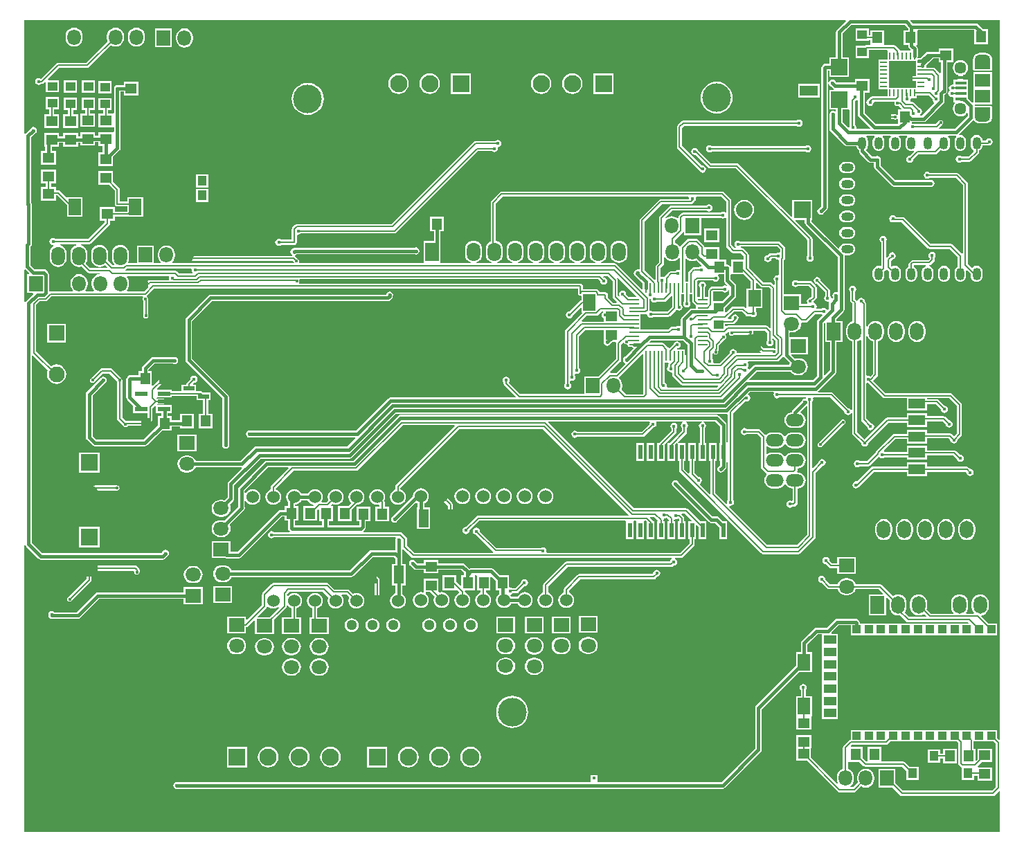
<source format=gtl>
G04*
G04 #@! TF.GenerationSoftware,Altium Limited,Altium Designer,18.1.6 (161)*
G04*
G04 Layer_Physical_Order=1*
G04 Layer_Color=255*
%FSTAX24Y24*%
%MOIN*%
G70*
G01*
G75*
%ADD11C,0.0080*%
%ADD23R,0.0150X0.0150*%
%ADD24R,0.0750X0.0590*%
%ADD25R,0.0530X0.0160*%
%ADD26R,0.0550X0.0500*%
%ADD27R,0.0870X0.0500*%
%ADD28R,0.0080X0.0340*%
%ADD29R,0.0340X0.0080*%
%ADD30R,0.0500X0.0550*%
%ADD31O,0.0400X0.0600*%
%ADD32O,0.0600X0.0400*%
%ADD33R,0.0472X0.0433*%
%ADD34R,0.0787X0.0787*%
%ADD35R,0.0787X0.0512*%
%ADD36R,0.0600X0.0210*%
%ADD37R,0.0520X0.0220*%
%ADD38R,0.0210X0.0710*%
%ADD39R,0.0500X0.0870*%
%ADD40R,0.0591X0.0787*%
%ADD41R,0.0070X0.0460*%
%ADD42R,0.0460X0.0070*%
%ADD43R,0.0433X0.0472*%
%ADD44R,0.0394X0.0394*%
%ADD45R,0.0600X0.0394*%
%ADD51R,0.1000X0.1000*%
%ADD66O,0.0750X0.0480*%
%ADD90C,0.0150*%
%ADD91C,0.1378*%
%ADD92C,0.0240*%
%ADD93C,0.0570*%
%ADD94O,0.0650X0.0750*%
%ADD95R,0.0650X0.0750*%
%ADD96O,0.0750X0.0650*%
%ADD97R,0.0750X0.0650*%
%ADD98R,0.0800X0.0800*%
%ADD99C,0.0800*%
%ADD100O,0.0860X0.0600*%
%ADD101C,0.0827*%
%ADD102R,0.0827X0.0827*%
%ADD103O,0.0650X0.0900*%
%ADD104R,0.0650X0.0900*%
%ADD105O,0.0650X0.0850*%
%ADD106R,0.0650X0.0850*%
%ADD107O,0.0650X0.0850*%
%ADD108R,0.0650X0.0850*%
%ADD109R,0.0827X0.0827*%
%ADD110C,0.0600*%
%ADD111C,0.0512*%
%ADD112C,0.0768*%
%ADD113R,0.0768X0.0768*%
%ADD114C,0.0177*%
%ADD115C,0.0240*%
G36*
X047106Y004589D02*
X04706Y00457D01*
X04697Y00466D01*
Y005041D01*
X046429D01*
X046416Y005041D01*
X046379D01*
X046366Y005041D01*
X045826D01*
X045826Y005041D01*
X045789D01*
Y005041D01*
X045776Y005041D01*
X045235D01*
X045235Y005041D01*
X045198D01*
Y005041D01*
X045185Y005041D01*
X044658D01*
X044644Y005041D01*
X044608D01*
X044594Y005041D01*
X044067D01*
X044054Y005041D01*
X044017D01*
X044004Y005041D01*
X043476D01*
X043463Y005041D01*
X043426D01*
X043413Y005041D01*
X042886D01*
X042873Y005041D01*
X042836D01*
X042823Y005041D01*
X042295D01*
X042282Y005041D01*
X042245D01*
X042232Y005041D01*
X041705D01*
X041692Y005041D01*
Y005041D01*
X041655D01*
Y005041D01*
X041101D01*
Y005041D01*
X041064D01*
Y005041D01*
X040511D01*
Y005041D01*
X040474D01*
Y005041D01*
X03992D01*
Y004567D01*
X039882Y00456D01*
X039843Y004533D01*
X039577Y004268D01*
X03955Y004228D01*
X039541Y004181D01*
Y003154D01*
X039459Y00312D01*
X039375Y003055D01*
X03931Y002971D01*
X039269Y002872D01*
X039255Y002767D01*
Y002667D01*
X039269Y002561D01*
X039298Y002491D01*
X039255Y002463D01*
X038012Y003706D01*
Y004144D01*
X038022D01*
Y004804D01*
X037312D01*
Y004218D01*
X037302D01*
Y003558D01*
X037814D01*
X039293Y002079D01*
X039333Y002052D01*
X03938Y002043D01*
X040092D01*
X040139Y002052D01*
X040179Y002079D01*
X040424Y002324D01*
X040439Y002313D01*
X040538Y002272D01*
X040644Y002258D01*
X040749Y002272D01*
X040848Y002313D01*
X040932Y002378D01*
X040997Y002462D01*
X041038Y002561D01*
X041052Y002667D01*
Y002767D01*
X041038Y002872D01*
X040997Y002971D01*
X040932Y003055D01*
X040848Y00312D01*
X040749Y003161D01*
X040644Y003175D01*
X040538Y003161D01*
X040439Y00312D01*
X040355Y003055D01*
X04029Y002971D01*
X040249Y002872D01*
X040235Y002767D01*
Y002667D01*
X040249Y002561D01*
X040268Y002514D01*
X040042Y002288D01*
X039917D01*
X0399Y002338D01*
X039952Y002378D01*
X040017Y002462D01*
X040058Y002561D01*
X040072Y002667D01*
Y002767D01*
X040058Y002872D01*
X040017Y002971D01*
X039952Y003055D01*
X039868Y00312D01*
X039786Y003154D01*
Y003496D01*
X039833Y003503D01*
Y003503D01*
X040345D01*
X040539Y003309D01*
X040579Y003283D01*
X040626Y003273D01*
X0424D01*
X042597Y003076D01*
Y002637D01*
X04319D01*
Y003269D01*
X042751D01*
X042537Y003482D01*
X042498Y003509D01*
X042451Y003518D01*
X041393D01*
Y004213D01*
X040733D01*
Y003518D01*
X040676D01*
X040493Y003701D01*
Y004213D01*
X039934D01*
X039915Y004259D01*
X03998Y004325D01*
X041625D01*
X041671Y004334D01*
X041711Y00436D01*
X041838Y004487D01*
X042232D01*
X042245Y004487D01*
X042282D01*
X042295Y004487D01*
X042823D01*
X042836Y004487D01*
X042873D01*
X042886Y004487D01*
X043413D01*
X043426Y004487D01*
X043463D01*
X043476Y004487D01*
X044004D01*
X044017Y004487D01*
X044054D01*
X044067Y004487D01*
X044594D01*
X044608Y004487D01*
X044644D01*
X044658Y004487D01*
X045025D01*
X045093Y004419D01*
Y003443D01*
X045102Y003397D01*
X045129Y003357D01*
X045226Y00326D01*
X045255Y003241D01*
Y002637D01*
X045848D01*
Y00283D01*
X046023D01*
Y002583D01*
X046733D01*
Y003243D01*
X046052D01*
X046031Y003293D01*
X046221Y003483D01*
X046733D01*
Y004143D01*
X046023D01*
Y003631D01*
X045961Y00357D01*
X045915Y003589D01*
Y004135D01*
X045841D01*
Y004487D01*
X046366D01*
X046379Y004487D01*
X046416D01*
X046429Y004487D01*
X046797D01*
X046905Y004378D01*
Y002295D01*
X046721Y002111D01*
X042433D01*
X042059Y002485D01*
Y003172D01*
X041249D01*
Y002262D01*
X041936D01*
X042295Y001902D01*
X042335Y001875D01*
X042382Y001866D01*
X046772D01*
X046818Y001875D01*
X046858Y001902D01*
X04706Y002103D01*
X047106Y002084D01*
Y000138D01*
X000138D01*
Y013924D01*
X000188Y013929D01*
X000189Y013926D01*
X000223Y013874D01*
X000808Y013289D01*
X000859Y013255D01*
X00092Y013243D01*
X006787D01*
X006847Y013255D01*
X006899Y013289D01*
X006994Y013384D01*
X006995Y013385D01*
X007051Y013422D01*
X007088Y013478D01*
X007101Y013543D01*
X007088Y013609D01*
X007051Y013665D01*
X006995Y013702D01*
X006929Y013715D01*
X006863Y013702D01*
X006808Y013665D01*
X00677Y013609D01*
X00677Y013608D01*
X006721Y013559D01*
X000985D01*
X000493Y014052D01*
X000493Y023064D01*
X000543Y023085D01*
X001259Y022368D01*
X001229Y022297D01*
X001214Y022176D01*
X001229Y022055D01*
X001276Y021942D01*
X001351Y021846D01*
X001447Y021771D01*
X00156Y021724D01*
X001681Y021709D01*
X001803Y021724D01*
X001915Y021771D01*
X002012Y021846D01*
X002087Y021942D01*
X002133Y022055D01*
X002149Y022176D01*
X002133Y022297D01*
X002087Y02241D01*
X002012Y022507D01*
X001915Y022582D01*
X001803Y022628D01*
X001681Y022644D01*
X00156Y022628D01*
X001447Y022582D01*
X001416Y022557D01*
X000713Y02326D01*
Y02552D01*
X000881Y025688D01*
X001153D01*
X0012Y025697D01*
X001239Y025724D01*
X001435Y025919D01*
X001503D01*
X001509Y025918D01*
X001877D01*
X001882Y025919D01*
X002584D01*
X002589Y025918D01*
X002958D01*
X002963Y025919D01*
X003594D01*
X003599Y025918D01*
X003968D01*
X003973Y025919D01*
X004574D01*
X004579Y025918D01*
X004948D01*
X004953Y025919D01*
X005584D01*
X005589Y025918D01*
X005827D01*
X005853Y025868D01*
X005846Y025857D01*
X005837Y02581D01*
X005846Y025764D01*
X005862Y02574D01*
Y02498D01*
X005871Y024933D01*
X005898Y024894D01*
X005937Y024867D01*
X005984Y024858D01*
X006031Y024867D01*
X006071Y024894D01*
X006097Y024933D01*
X006107Y02498D01*
Y025785D01*
X006097Y025832D01*
X006071Y025872D01*
X006047Y025895D01*
X006046Y025897D01*
X006045Y025953D01*
X006047Y025956D01*
X006379Y026288D01*
X026785D01*
Y026073D01*
X026795Y026027D01*
X026821Y025987D01*
X026861Y02596D01*
X026908Y025951D01*
X026909Y025951D01*
X026948Y02592D01*
Y025745D01*
X026937Y025743D01*
X026897Y025716D01*
X026385Y025204D01*
X026378Y025206D01*
X026312Y025193D01*
X026256Y025155D01*
X026219Y0251D01*
X026206Y025034D01*
X026219Y024968D01*
X026256Y024912D01*
X026312Y024875D01*
X026378Y024862D01*
X026444Y024875D01*
X026499Y024912D01*
X026537Y024968D01*
X026547Y02502D01*
X026901Y025374D01*
X026948Y025355D01*
Y025156D01*
X026965D01*
X026984Y02511D01*
X026201Y024327D01*
X026174Y024287D01*
X026165Y02424D01*
Y021717D01*
X02614Y02168D01*
X026127Y021614D01*
X02614Y021548D01*
X026178Y021493D01*
X026233Y021455D01*
X026299Y021442D01*
X026365Y021455D01*
X026421Y021493D01*
X026458Y021548D01*
X026471Y021614D01*
X026458Y02168D01*
X026421Y021736D01*
X02641Y021743D01*
Y021827D01*
X02646Y021863D01*
X026496Y021856D01*
X026562Y021869D01*
X026618Y021906D01*
X026655Y021962D01*
X026668Y022028D01*
X026655Y022093D01*
X026631Y022128D01*
X026639Y022165D01*
X026688Y022197D01*
X026722Y02219D01*
X026788Y022203D01*
X026844Y022241D01*
X026881Y022296D01*
X026894Y022362D01*
X026881Y022428D01*
X026845Y022483D01*
Y02401D01*
X027137Y024303D01*
X028031D01*
Y023774D01*
X028018Y023712D01*
X028032Y023646D01*
X028069Y02359D01*
X028125Y023553D01*
X02819Y02354D01*
X028256Y023553D01*
X028312Y02359D01*
X028349Y023646D01*
X028349Y023647D01*
X028427Y023725D01*
X028589D01*
X028622Y023675D01*
X028618Y023652D01*
Y022907D01*
X02778Y022069D01*
X027093D01*
Y021223D01*
X024009D01*
X023458Y021774D01*
X023486Y021814D01*
X023499Y02188D01*
X023486Y021946D01*
X023448Y022001D01*
X023393Y022039D01*
X023327Y022052D01*
X023261Y022039D01*
X023205Y022001D01*
X023168Y021946D01*
X023155Y02188D01*
X023168Y021814D01*
X023204Y02176D01*
Y021732D01*
X023214Y021685D01*
X02324Y021646D01*
X023791Y021095D01*
X023772Y021049D01*
X017769D01*
X017709Y021037D01*
X017658Y021002D01*
X016105Y019449D01*
X011041D01*
X01104Y01945D01*
X010974Y019463D01*
X010909Y01945D01*
X010853Y019413D01*
X010816Y019357D01*
X010803Y019291D01*
X010816Y019226D01*
X010853Y01917D01*
X010909Y019133D01*
X010974Y019119D01*
X01104Y019133D01*
X011041Y019133D01*
X016048D01*
X016068Y019087D01*
X015682Y018701D01*
X011297D01*
X011237Y018689D01*
X011186Y018655D01*
X010537Y018006D01*
X008381D01*
X008362Y018053D01*
X008297Y018137D01*
X008213Y018202D01*
X008114Y018243D01*
X008008Y018257D01*
X007908D01*
X007803Y018243D01*
X007704Y018202D01*
X00762Y018137D01*
X007555Y018053D01*
X007514Y017954D01*
X0075Y017848D01*
X007514Y017743D01*
X007555Y017644D01*
X00762Y017559D01*
X007704Y017494D01*
X007803Y017454D01*
X007908Y01744D01*
X008008D01*
X008114Y017454D01*
X008213Y017494D01*
X008297Y017559D01*
X008362Y017644D01*
X008381Y01769D01*
X010585D01*
X010607Y017645D01*
X010608Y017642D01*
X009967Y017002D01*
X009933Y01695D01*
X009921Y01689D01*
Y016252D01*
X009773Y016104D01*
X009762Y016109D01*
X009656Y016123D01*
X009556D01*
X009451Y016109D01*
X009352Y016068D01*
X009267Y016003D01*
X009203Y015919D01*
X009162Y01582D01*
X009148Y015714D01*
X009162Y015609D01*
X009203Y01551D01*
X009267Y015426D01*
X009352Y015361D01*
X009451Y01532D01*
X009556Y015306D01*
X009656D01*
X009762Y01532D01*
X009861Y015361D01*
X009945Y015426D01*
X01001Y01551D01*
X010051Y015609D01*
X010065Y015714D01*
X010051Y01582D01*
X010017Y015902D01*
X01019Y016075D01*
X010225Y016126D01*
X010237Y016187D01*
Y016824D01*
X011522Y01811D01*
X015797D01*
X015857Y018122D01*
X015909Y018156D01*
X018025Y020273D01*
X033945D01*
X033963Y020276D01*
X034013Y020235D01*
Y018906D01*
X033963Y018877D01*
X033947Y018887D01*
X033943Y018892D01*
Y019738D01*
X033931Y019799D01*
X033897Y01985D01*
X033576Y020171D01*
X033525Y020205D01*
X033465Y020217D01*
X018238D01*
X018178Y020205D01*
X018126Y020171D01*
X015958Y018003D01*
X011801D01*
X011741Y01799D01*
X011689Y017956D01*
X010474Y016741D01*
X01044Y016689D01*
X010428Y016629D01*
Y015779D01*
X009773Y015124D01*
X009762Y015129D01*
X009656Y015143D01*
X009556D01*
X009451Y015129D01*
X009352Y015088D01*
X009267Y015023D01*
X009203Y014939D01*
X009162Y01484D01*
X009148Y014734D01*
X009162Y014629D01*
X009203Y01453D01*
X009267Y014446D01*
X009352Y014381D01*
X009451Y01434D01*
X009556Y014326D01*
X009656D01*
X009762Y01434D01*
X009861Y014381D01*
X009945Y014446D01*
X01001Y01453D01*
X010051Y014629D01*
X010065Y014734D01*
X010051Y01484D01*
X010017Y014922D01*
X010712Y015617D01*
X010746Y015668D01*
X010758Y015728D01*
X010746Y015789D01*
X010744Y015793D01*
Y016045D01*
X010753Y01605D01*
X010794Y016058D01*
X010847Y015989D01*
X010926Y015928D01*
X011019Y01589D01*
X011118Y015877D01*
X011217Y01589D01*
X01131Y015928D01*
X011389Y015989D01*
X01145Y016068D01*
X011488Y016161D01*
X011501Y01626D01*
X011488Y016359D01*
X01145Y016451D01*
X011389Y016531D01*
X01131Y016592D01*
X011217Y01663D01*
X011118Y016643D01*
X011019Y01663D01*
X010926Y016592D01*
X010847Y016531D01*
X010794Y016461D01*
X010753Y01647D01*
X010744Y016474D01*
Y016563D01*
X011867Y017686D01*
X012842D01*
X012861Y01764D01*
X012032Y016811D01*
X012005Y016771D01*
X011996Y016724D01*
Y01662D01*
X011926Y016592D01*
X011847Y016531D01*
X011786Y016451D01*
X011748Y016359D01*
X011735Y01626D01*
X011748Y016161D01*
X011786Y016068D01*
X011847Y015989D01*
X011926Y015928D01*
X012019Y01589D01*
X012118Y015877D01*
X012217Y01589D01*
X01231Y015928D01*
X012389Y015989D01*
X01245Y016068D01*
X012488Y016161D01*
X012501Y01626D01*
X012488Y016359D01*
X01245Y016451D01*
X012389Y016531D01*
X01231Y016592D01*
X01224Y01662D01*
Y016674D01*
X013094Y017527D01*
X016104D01*
X016151Y017536D01*
X016191Y017563D01*
X018348Y01972D01*
X02084D01*
X020859Y019674D01*
X018032Y016846D01*
X018005Y016807D01*
X017996Y01676D01*
Y01662D01*
X017926Y016592D01*
X017847Y016531D01*
X017786Y016451D01*
X017748Y016359D01*
X017735Y01626D01*
X017748Y016161D01*
X017786Y016068D01*
X017847Y015989D01*
X017926Y015928D01*
X018019Y01589D01*
X018118Y015877D01*
X018217Y01589D01*
X01831Y015928D01*
X018389Y015989D01*
X01845Y016068D01*
X018488Y016161D01*
X018501Y01626D01*
X018488Y016359D01*
X01845Y016451D01*
X018389Y016531D01*
X01831Y016592D01*
X01824Y01662D01*
Y016709D01*
X021064Y019533D01*
X0251D01*
X029228Y015405D01*
X029209Y015359D01*
X021988D01*
X021941Y015349D01*
X021902Y015323D01*
X021396Y014817D01*
X021332Y014804D01*
X021276Y014767D01*
X021239Y014711D01*
X021226Y014646D01*
X021239Y01458D01*
X021276Y014524D01*
X021332Y014487D01*
X021398Y014474D01*
X021463Y014487D01*
X021519Y014524D01*
X021556Y01458D01*
X021569Y014644D01*
X022039Y015114D01*
X02906D01*
X0291Y01509D01*
X0291Y015064D01*
Y01422D01*
X02947D01*
Y015064D01*
X02947Y01509D01*
X029511Y015114D01*
X02956D01*
X0296Y01509D01*
X0296Y015064D01*
Y01422D01*
X02997D01*
Y015064D01*
X02997Y01509D01*
X030011Y015114D01*
X030048D01*
X0301Y015061D01*
Y01422D01*
X03047D01*
Y01509D01*
X030405D01*
X030382Y015126D01*
X030253Y015255D01*
X030272Y015301D01*
X030461D01*
X030622Y01514D01*
X030601Y01509D01*
X0306D01*
Y01422D01*
X03097D01*
Y01509D01*
X030908D01*
Y01515D01*
X030904Y015167D01*
X030931Y015209D01*
X030942Y015214D01*
X030998Y015225D01*
X031053Y015262D01*
X031062D01*
X031163Y01516D01*
Y01509D01*
X0311D01*
Y01422D01*
X03147D01*
Y01509D01*
X031408D01*
Y015157D01*
X031416Y015166D01*
X031458Y015192D01*
X031506Y015182D01*
X031572Y015196D01*
X031622Y015229D01*
X031663Y015188D01*
Y01509D01*
X0316D01*
Y01422D01*
X03197D01*
Y01509D01*
X031908D01*
Y015239D01*
X031898Y015285D01*
X031872Y015325D01*
X031777Y01542D01*
X031798Y01547D01*
X031945D01*
X032278Y015137D01*
X032259Y01509D01*
X0321D01*
Y01422D01*
X032163D01*
Y014029D01*
X031709Y013575D01*
X025309D01*
X025273Y013625D01*
X02528Y013661D01*
X025267Y013727D01*
X02523Y013783D01*
X025174Y01382D01*
X025108Y013833D01*
X025042Y01382D01*
X025017Y013803D01*
X022875D01*
X022071Y014608D01*
X022058Y014672D01*
X022021Y014728D01*
X021965Y014765D01*
X0219Y014778D01*
X021834Y014765D01*
X021778Y014728D01*
X021741Y014672D01*
X021728Y014606D01*
X021741Y014541D01*
X021778Y014485D01*
X021834Y014447D01*
X021898Y014435D01*
X022708Y013625D01*
X022687Y013575D01*
X018901D01*
X018557Y013919D01*
Y014232D01*
X018548Y014279D01*
X018522Y014319D01*
X018315Y014525D01*
X018275Y014552D01*
X018228Y014561D01*
X016473D01*
X016458Y014611D01*
X01646Y014613D01*
X016497Y014669D01*
X016498Y01467D01*
X016529Y014701D01*
X016563Y014753D01*
X016575Y014813D01*
Y015078D01*
X016792D01*
Y015788D01*
X016132D01*
Y015078D01*
X016259D01*
Y014892D01*
X014794D01*
Y015107D01*
X014981D01*
Y015817D01*
X014914D01*
X014895Y015864D01*
X01495Y015918D01*
X015019Y01589D01*
X015118Y015877D01*
X015217Y01589D01*
X01531Y015928D01*
X015389Y015989D01*
X01545Y016068D01*
X015488Y016161D01*
X015501Y01626D01*
X015488Y016359D01*
X01545Y016451D01*
X015389Y016531D01*
X01531Y016592D01*
X015217Y01663D01*
X015118Y016643D01*
X015019Y01663D01*
X014926Y016592D01*
X014847Y016531D01*
X014786Y016451D01*
X014748Y016359D01*
X014735Y01626D01*
X014748Y016161D01*
X014777Y016091D01*
X014693Y016008D01*
X014461D01*
X014438Y016053D01*
X01445Y016068D01*
X014488Y016161D01*
X014501Y01626D01*
X014488Y016359D01*
X01445Y016451D01*
X014389Y016531D01*
X01431Y016592D01*
X014217Y01663D01*
X014118Y016643D01*
X014019Y01663D01*
X013926Y016592D01*
X013847Y016531D01*
X013786Y016451D01*
X013772Y016418D01*
X013464D01*
X01345Y016451D01*
X013389Y016531D01*
X01331Y016592D01*
X013217Y01663D01*
X013118Y016643D01*
X013019Y01663D01*
X012926Y016592D01*
X012847Y016531D01*
X012786Y016451D01*
X012748Y016359D01*
X012735Y01626D01*
X012748Y016161D01*
X012786Y016068D01*
X012834Y016006D01*
Y015827D01*
X012662D01*
Y01563D01*
X01248D01*
X01242Y015618D01*
X012369Y015584D01*
X010407Y013623D01*
X010061D01*
Y014129D01*
X009151D01*
Y013319D01*
X009804D01*
X009806Y013319D01*
X009866Y013307D01*
X010472D01*
X010533Y013319D01*
X010584Y013353D01*
X012546Y015314D01*
X012662D01*
Y015117D01*
X012834D01*
Y014764D01*
X012846Y014703D01*
X01288Y014652D01*
X01291Y014623D01*
X012927Y014611D01*
X012912Y014561D01*
X012158D01*
X012103Y014598D01*
X012037Y014611D01*
X011972Y014598D01*
X011916Y014561D01*
X011879Y014505D01*
X011866Y014439D01*
X011879Y014373D01*
X011916Y014317D01*
X011972Y01428D01*
X012037Y014267D01*
X012103Y01428D01*
X012158Y014317D01*
X017989D01*
X018016Y014267D01*
X018011Y014259D01*
X017998Y014193D01*
X018011Y014128D01*
X018012Y014126D01*
Y013699D01*
X018002Y013692D01*
X01685D01*
X01679Y013679D01*
X016739Y013645D01*
X015811Y012717D01*
X010108D01*
X010089Y012763D01*
X010024Y012848D01*
X009939Y012913D01*
X009841Y012954D01*
X009735Y012968D01*
X009635D01*
X009529Y012954D01*
X009431Y012913D01*
X009346Y012848D01*
X009281Y012763D01*
X00924Y012665D01*
X009227Y012559D01*
X00924Y012453D01*
X009281Y012355D01*
X009346Y01227D01*
X009431Y012205D01*
X009529Y012164D01*
X009635Y012151D01*
X009735D01*
X009841Y012164D01*
X009939Y012205D01*
X010024Y01227D01*
X010089Y012355D01*
X010108Y012401D01*
X015876D01*
X015936Y012413D01*
X015988Y012447D01*
X016916Y013375D01*
X017937D01*
X018012Y0133D01*
Y013035D01*
X01784D01*
Y012005D01*
X018012D01*
Y011627D01*
X017926Y011592D01*
X017847Y011531D01*
X017786Y011451D01*
X017748Y011359D01*
X017735Y01126D01*
X017748Y011161D01*
X017786Y011068D01*
X017847Y010989D01*
X017926Y010928D01*
X018019Y01089D01*
X018118Y010877D01*
X018217Y01089D01*
X01831Y010928D01*
X018389Y010989D01*
X01845Y011068D01*
X018488Y011161D01*
X018501Y01126D01*
X018488Y011359D01*
X01845Y011451D01*
X018389Y011531D01*
X018328Y011578D01*
Y012005D01*
X0185D01*
Y013035D01*
X018328D01*
Y013366D01*
Y013732D01*
X018378Y013752D01*
X018764Y013366D01*
X018803Y01334D01*
X01885Y01333D01*
X031295D01*
X03131Y01328D01*
X031266Y013251D01*
X031229Y013196D01*
X031219Y013144D01*
X02623D01*
X026183Y013135D01*
X026144Y013108D01*
X025142Y012106D01*
X025115Y012067D01*
X025106Y01202D01*
Y01166D01*
X025037Y011631D01*
X024957Y01157D01*
X024896Y011491D01*
X024858Y011398D01*
X024845Y011299D01*
X024858Y0112D01*
X024896Y011108D01*
X024957Y011028D01*
X025037Y010967D01*
X025129Y010929D01*
X025228Y010916D01*
X025328Y010929D01*
X02542Y010967D01*
X025499Y011028D01*
X02556Y011108D01*
X025599Y0112D01*
X025612Y011299D01*
X025599Y011398D01*
X02556Y011491D01*
X025499Y01157D01*
X02542Y011631D01*
X025351Y01166D01*
Y011969D01*
X026281Y012899D01*
X03128D01*
X031326Y012909D01*
X031366Y012935D01*
X031389Y012958D01*
X031454Y012971D01*
X031509Y013008D01*
X031547Y013064D01*
X03156Y01313D01*
X031547Y013196D01*
X031509Y013251D01*
X031466Y01328D01*
X03148Y01333D01*
X03176D01*
X031807Y01334D01*
X031846Y013366D01*
X032372Y013892D01*
X032398Y013932D01*
X032408Y013978D01*
Y01422D01*
X03247D01*
Y014879D01*
X032517Y014898D01*
X0326Y014814D01*
Y01422D01*
X03297D01*
Y01509D01*
X03267D01*
X032082Y015679D01*
X032042Y015705D01*
X031995Y015715D01*
X030846D01*
X030836Y015713D01*
X029492D01*
X02535Y019855D01*
X02537Y019901D01*
X030223D01*
X03025Y019851D01*
X030242Y019839D01*
X030229Y019775D01*
X029858Y019404D01*
X026764D01*
X026709Y01944D01*
X026644Y019453D01*
X026578Y01944D01*
X026522Y019403D01*
X026485Y019347D01*
X026472Y019282D01*
X026485Y019216D01*
X026522Y01916D01*
X026578Y019123D01*
X026644Y01911D01*
X026709Y019123D01*
X026764Y019159D01*
X029909D01*
X029956Y019168D01*
X029995Y019195D01*
X030402Y019602D01*
X030467Y019615D01*
X030523Y019652D01*
X03056Y019708D01*
X030573Y019774D01*
X03056Y019839D01*
X030552Y019851D01*
X030579Y019901D01*
X031809D01*
X031814Y019893D01*
X031801Y019825D01*
X031788Y019816D01*
X031751Y019761D01*
X031738Y019695D01*
X031751Y019629D01*
X031787Y019575D01*
Y01944D01*
X031199Y018852D01*
X031198Y01885D01*
X0311D01*
Y01798D01*
X03147D01*
Y018778D01*
X031556Y018863D01*
X0316Y018837D01*
Y01798D01*
X031663D01*
Y017545D01*
X031672Y017498D01*
X031699Y017459D01*
X035612Y013545D01*
X035652Y013519D01*
X035699Y01351D01*
X037411D01*
X037458Y013519D01*
X037498Y013545D01*
X038189Y014237D01*
X038216Y014277D01*
X038225Y014323D01*
Y017422D01*
X038545Y017742D01*
X038609Y017755D01*
X038665Y017792D01*
X038702Y017848D01*
X038715Y017913D01*
X038702Y017979D01*
X038665Y018035D01*
X038609Y018072D01*
X038543Y018085D01*
X038478Y018072D01*
X038422Y018035D01*
X038385Y017979D01*
X038372Y017915D01*
X038111Y017655D01*
X038065Y017674D01*
Y020834D01*
X038102Y020889D01*
X038115Y020955D01*
X038104Y021009D01*
X038132Y021059D01*
X038936D01*
X039613Y020381D01*
X039612Y020374D01*
X039625Y020308D01*
X039662Y020252D01*
X039718Y020215D01*
X039783Y020202D01*
X039849Y020215D01*
X039905Y020252D01*
X039938Y020302D01*
X039964Y020301D01*
X039988Y020293D01*
Y019339D01*
X039997Y019292D01*
X040024Y019252D01*
X040419Y018857D01*
X040432Y018792D01*
X040469Y018737D01*
X040525Y018699D01*
X040591Y018686D01*
X040656Y018699D01*
X040712Y018737D01*
X040749Y018792D01*
X040762Y018857D01*
X041744Y019838D01*
X042637D01*
Y019625D01*
X043584D01*
Y019907D01*
X044349D01*
X044484Y019772D01*
X044497Y019708D01*
X044534Y019652D01*
X04459Y019615D01*
X044656Y019602D01*
X044721Y019615D01*
X044777Y019652D01*
X044814Y019708D01*
X044827Y019774D01*
X044814Y019839D01*
X044777Y019895D01*
X044721Y019932D01*
X044657Y019945D01*
X044486Y020116D01*
X044446Y020143D01*
X0444Y020152D01*
X043584D01*
Y020297D01*
X042637D01*
Y020083D01*
X041693D01*
X041646Y020074D01*
X041606Y020047D01*
X040591Y019031D01*
X040233Y019389D01*
Y023745D01*
X040314Y023779D01*
X040383Y023831D01*
X040433Y02381D01*
Y019986D01*
X040442Y019939D01*
X040469Y0199D01*
X040707Y019661D01*
X040704Y019646D01*
X040717Y01958D01*
X040754Y019524D01*
X04081Y019487D01*
X040876Y019474D01*
X040942Y019487D01*
X040998Y019524D01*
X041035Y01958D01*
X041048Y019646D01*
X041035Y019711D01*
X040998Y019767D01*
X040942Y019804D01*
X040902Y019812D01*
X040678Y020037D01*
Y021731D01*
X040728Y021765D01*
X040766Y021758D01*
X041467Y021057D01*
X041507Y02103D01*
X041554Y021021D01*
X042637D01*
Y020412D01*
X043584D01*
Y020724D01*
X044014D01*
X044258Y020481D01*
X04427Y020417D01*
X044308Y020361D01*
X044363Y020323D01*
X044429Y02031D01*
X044495Y020323D01*
X044551Y020361D01*
X044588Y020417D01*
X044601Y020482D01*
X044588Y020548D01*
X044551Y020604D01*
X044495Y020641D01*
X044431Y020654D01*
X044151Y020933D01*
X044112Y020959D01*
X044065Y020969D01*
X043584D01*
Y021021D01*
X044672D01*
X045036Y020657D01*
Y019333D01*
X044882Y019179D01*
X044772Y019289D01*
X044732Y019316D01*
X044685Y019325D01*
X043584D01*
Y019509D01*
X042637D01*
Y019296D01*
X042018D01*
X041971Y019286D01*
X041932Y01926D01*
X041142Y01847D01*
X041115Y01843D01*
X041106Y018384D01*
Y018374D01*
X040713Y017981D01*
X040362D01*
X040308Y018017D01*
X040242Y01803D01*
X040176Y018017D01*
X040121Y01798D01*
X040083Y017924D01*
X04007Y017858D01*
X040083Y017792D01*
X040121Y017737D01*
X040176Y017699D01*
X040242Y017686D01*
X040308Y017699D01*
X040362Y017736D01*
X040764D01*
X040811Y017745D01*
X04085Y017772D01*
X041263Y018185D01*
X041313Y01818D01*
X041315Y018176D01*
X041371Y018138D01*
X041437Y018125D01*
X041503Y018138D01*
X041557Y018175D01*
X042637D01*
Y01805D01*
X043584D01*
Y018263D01*
X044861D01*
X04503Y018094D01*
X045038Y018054D01*
X045075Y017999D01*
X045131Y017961D01*
X045197Y017948D01*
X045263Y017961D01*
X045318Y017999D01*
X045356Y018054D01*
X045369Y01812D01*
X045356Y018186D01*
X045318Y018242D01*
X045263Y018279D01*
X045197Y018292D01*
X045181Y018289D01*
X044998Y018472D01*
X044958Y018499D01*
X044911Y018508D01*
X043584D01*
Y018722D01*
X042637D01*
Y01842D01*
X041557D01*
X041528Y018439D01*
X041518Y0185D01*
X042069Y019051D01*
X042637D01*
Y018837D01*
X043584D01*
Y01908D01*
X044634D01*
X04471Y019004D01*
X044723Y01894D01*
X04476Y018884D01*
X044816Y018847D01*
X044882Y018834D01*
X044948Y018847D01*
X045003Y018884D01*
X045041Y01894D01*
X045053Y019004D01*
X045245Y019196D01*
X045271Y019235D01*
X04528Y019282D01*
Y020708D01*
X045271Y020755D01*
X045245Y020795D01*
X04481Y02123D01*
X04477Y021256D01*
X044723Y021265D01*
X041604D01*
X041004Y021866D01*
X041197Y022059D01*
X041223Y022098D01*
X041233Y022145D01*
Y023745D01*
X041314Y023779D01*
X041399Y023843D01*
X041464Y023928D01*
X041505Y024027D01*
X041519Y024132D01*
Y024332D01*
X041505Y024438D01*
X041464Y024537D01*
X041399Y024621D01*
X041314Y024686D01*
X041216Y024727D01*
X04111Y024741D01*
X041005Y024727D01*
X040906Y024686D01*
X040821Y024621D01*
X040756Y024537D01*
X040728Y024467D01*
X040678Y024477D01*
Y025551D01*
X040668Y025598D01*
X040642Y025637D01*
X040595Y025684D01*
X040582Y025749D01*
X040545Y025804D01*
X040489Y025842D01*
X040423Y025855D01*
X040357Y025842D01*
X040302Y025804D01*
X040264Y025749D01*
X040259Y025723D01*
X040241Y025714D01*
X040206Y02571D01*
X040132Y025783D01*
Y026149D01*
X040169Y026204D01*
X040182Y02627D01*
X040169Y026335D01*
X040131Y026391D01*
X040076Y026428D01*
X04001Y026442D01*
X039944Y026428D01*
X039888Y026391D01*
X039851Y026335D01*
X039838Y02627D01*
X039851Y026204D01*
X039887Y026149D01*
Y025732D01*
X039897Y025685D01*
X039923Y025646D01*
X040006Y025563D01*
Y024727D01*
X040005Y024727D01*
X039906Y024686D01*
X039821Y024621D01*
X039756Y024537D01*
X039716Y024438D01*
X039702Y024332D01*
Y024132D01*
X039716Y024027D01*
X039756Y023928D01*
X039821Y023843D01*
X039906Y023779D01*
X039988Y023745D01*
Y020455D01*
X039964Y020447D01*
X039938Y020446D01*
X039905Y020496D01*
X039849Y020533D01*
X039797Y020543D01*
X039073Y021268D01*
X039033Y021294D01*
X038986Y021303D01*
X038351D01*
X038336Y021353D01*
X038353Y021365D01*
X039187Y022199D01*
X039221Y02225D01*
X039233Y02231D01*
Y023727D01*
X039515D01*
Y024737D01*
X039233D01*
Y024835D01*
X039568Y02517D01*
X039602Y025221D01*
X039614Y025281D01*
Y027861D01*
X039639Y027894D01*
X03966Y027907D01*
X039848D01*
X039921Y027916D01*
X039989Y027944D01*
X040048Y027989D01*
X040093Y028048D01*
X040121Y028116D01*
X04013Y028189D01*
X040121Y028262D01*
X040093Y02833D01*
X040048Y028389D01*
X039989Y028434D01*
X039921Y028462D01*
X039848Y028471D01*
X039648D01*
X039575Y028462D01*
X039507Y028434D01*
X039448Y028389D01*
X039403Y02833D01*
X039375Y028262D01*
X039373Y028248D01*
X039326Y028232D01*
X038019Y02954D01*
Y029609D01*
X038061D01*
Y030569D01*
X037101D01*
Y029781D01*
X037054Y029762D01*
X03453Y032287D01*
X03449Y032314D01*
X034443Y032323D01*
X033206D01*
X032573Y032956D01*
X03257Y032969D01*
X032533Y033025D01*
X032477Y033062D01*
X032411Y033075D01*
X032346Y033062D01*
X03229Y033025D01*
X032253Y032969D01*
X03224Y032904D01*
X032253Y032838D01*
X03229Y032782D01*
X032346Y032745D01*
X032411Y032732D01*
X032445Y032738D01*
X033069Y032114D01*
X033109Y032087D01*
X033155Y032078D01*
X034393D01*
X03784Y02863D01*
Y027886D01*
X037804Y027832D01*
X037791Y027766D01*
X037804Y0277D01*
X037841Y027644D01*
X037897Y027607D01*
X037963Y027594D01*
X038028Y027607D01*
X038084Y027644D01*
X038121Y0277D01*
X038134Y027766D01*
X038121Y027832D01*
X038085Y027886D01*
Y028681D01*
X038076Y028728D01*
X038049Y028768D01*
X037254Y029562D01*
X037273Y029609D01*
X037703D01*
Y029474D01*
X037715Y029414D01*
X037749Y029363D01*
X039298Y027813D01*
Y026166D01*
X039248Y026129D01*
X039213Y026136D01*
X039147Y026123D01*
X039091Y026086D01*
X039054Y02603D01*
X039041Y025965D01*
X039054Y025899D01*
X039055Y025898D01*
Y025835D01*
X039027Y025813D01*
X038984Y025835D01*
X038981Y025837D01*
X038968Y025902D01*
X038931Y025957D01*
Y026181D01*
X038922Y026228D01*
X038896Y026268D01*
X038479Y026685D01*
X038466Y026749D01*
X038429Y026805D01*
X038373Y026842D01*
X038307Y026855D01*
X038241Y026842D01*
X038186Y026805D01*
X038148Y026749D01*
X038135Y026683D01*
X038148Y026617D01*
X038186Y026562D01*
X038241Y026524D01*
X038306Y026511D01*
X038687Y02613D01*
Y025957D01*
X03865Y025902D01*
X038637Y025837D01*
X03865Y025771D01*
X038688Y025715D01*
X038743Y025678D01*
X038809Y025665D01*
X038842Y025671D01*
X038858Y025657D01*
X038878Y025627D01*
X038868Y025576D01*
Y025312D01*
X038826Y02527D01*
X038768Y025282D01*
X038744Y025318D01*
X038688Y025356D01*
X038622Y025369D01*
X038556Y025356D01*
X038502Y025319D01*
X038295D01*
X038268Y02536D01*
X038269Y025369D01*
X038282Y025433D01*
X038269Y025499D01*
X038232Y025555D01*
X038176Y025592D01*
X038171Y025593D01*
X038138Y02565D01*
X038144Y025681D01*
X038246Y025783D01*
X038272Y025823D01*
X038282Y02587D01*
Y026339D01*
X038272Y026386D01*
X038246Y026426D01*
X03805Y026622D01*
X03801Y026648D01*
X037963Y026658D01*
X037384D01*
X03733Y026694D01*
X037264Y026707D01*
X037198Y026694D01*
X037142Y026657D01*
X037105Y026601D01*
X037092Y026535D01*
X037105Y02647D01*
X037142Y026414D01*
X037198Y026377D01*
X037264Y026364D01*
X03733Y026377D01*
X037384Y026413D01*
X037913D01*
X038037Y026289D01*
Y025921D01*
X037971Y025855D01*
X037907Y025842D01*
X037851Y025804D01*
X037814Y025749D01*
X037801Y025683D01*
X037814Y025617D01*
X037821Y025605D01*
X037795Y025555D01*
X037532D01*
Y026015D01*
X036704D01*
Y026642D01*
X036709Y026666D01*
Y026838D01*
X036704Y026862D01*
Y027663D01*
X036724Y027683D01*
X036751Y027722D01*
X03676Y027769D01*
Y02823D01*
X036751Y028277D01*
X036724Y028316D01*
X036519Y028522D01*
X036479Y028548D01*
X036432Y028557D01*
X034609D01*
X034554Y028594D01*
X034488Y028607D01*
X034422Y028594D01*
X034367Y028557D01*
X034329Y028501D01*
X034316Y028435D01*
X034329Y028369D01*
X034367Y028314D01*
X034383Y028302D01*
X034368Y028252D01*
X034321D01*
X034177Y028396D01*
Y030533D01*
X034168Y03058D01*
X034142Y03062D01*
X033826Y030935D01*
X033787Y030961D01*
X03374Y030971D01*
X023112D01*
X023065Y030961D01*
X023026Y030935D01*
X02262Y030529D01*
X022594Y03049D01*
X022584Y030443D01*
Y02856D01*
X02256Y02855D01*
X022475Y028485D01*
X02241Y0284D01*
X022369Y028302D01*
X022355Y028196D01*
Y027946D01*
X022369Y02784D01*
X02241Y027742D01*
X022475Y027657D01*
X02256Y027592D01*
X022616Y027569D01*
X022606Y027519D01*
X021922D01*
X021912Y027569D01*
X021968Y027592D01*
X022053Y027657D01*
X022118Y027742D01*
X022158Y02784D01*
X022172Y027946D01*
Y028196D01*
X022158Y028302D01*
X022118Y0284D01*
X022053Y028485D01*
X021968Y02855D01*
X02187Y02859D01*
X021764Y028604D01*
X021658Y02859D01*
X02156Y02855D01*
X021475Y028485D01*
X02141Y0284D01*
X021369Y028302D01*
X021355Y028196D01*
Y027946D01*
X021369Y02784D01*
X02141Y027742D01*
X021475Y027657D01*
X02156Y027592D01*
X021616Y027569D01*
X021606Y027519D01*
X02021D01*
X020169Y027541D01*
X020169Y027569D01*
Y028601D01*
X020164D01*
Y029054D01*
X020336D01*
Y029764D01*
X019676D01*
Y029054D01*
X019847D01*
Y028601D01*
X019359D01*
Y027569D01*
X019359Y027541D01*
X019318Y027519D01*
X013389D01*
X013361Y027561D01*
X01336Y027569D01*
X013368Y027611D01*
X013359Y027658D01*
X013333Y027697D01*
X01319Y02784D01*
X013165Y027857D01*
X013172Y02791D01*
X013184Y027912D01*
X01324Y027949D01*
X013242Y027952D01*
X018919D01*
X01892Y027951D01*
X018986Y027938D01*
X019052Y027951D01*
X019108Y027989D01*
X019145Y028044D01*
X019158Y02811D01*
X019145Y028176D01*
X019108Y028232D01*
X019052Y028269D01*
X018986Y028282D01*
X01892Y028269D01*
X018919Y028268D01*
X013157D01*
X013097Y028256D01*
X013059Y028231D01*
X013052Y02823D01*
X012997Y028192D01*
X012959Y028137D01*
X012946Y028071D01*
X012959Y028005D01*
X012997Y027949D01*
X013031Y027926D01*
X013016Y027876D01*
X008169D01*
X008045Y028D01*
X008005Y028026D01*
X007958Y028036D01*
X007912Y028026D01*
X007872Y028D01*
X007845Y02796D01*
X007836Y027913D01*
X007845Y027867D01*
X007872Y027827D01*
X008031Y027667D01*
X008071Y027641D01*
X008118Y027632D01*
X013053D01*
X013115Y027569D01*
X013094Y027519D01*
X007273D01*
X007257Y027566D01*
X007267Y027575D01*
X007332Y027659D01*
X007373Y027758D01*
X007387Y027863D01*
Y027963D01*
X007373Y028069D01*
X007332Y028168D01*
X007267Y028252D01*
X007183Y028317D01*
X007084Y028358D01*
X006978Y028372D01*
X006873Y028358D01*
X006774Y028317D01*
X00669Y028252D01*
X006625Y028168D01*
X006584Y028069D01*
X00657Y027963D01*
Y027863D01*
X006584Y027758D01*
X006625Y027659D01*
X00669Y027575D01*
X0067Y027566D01*
X006684Y027519D01*
X006374D01*
Y028368D01*
X005563D01*
Y027519D01*
X005149D01*
X00512Y027569D01*
X00515Y027643D01*
X005164Y027749D01*
Y027999D01*
X00515Y028105D01*
X00511Y028203D01*
X005045Y028288D01*
X00496Y028353D01*
X004862Y028394D01*
X004756Y028408D01*
X00465Y028394D01*
X004552Y028353D01*
X004467Y028288D01*
X004402Y028203D01*
X004361Y028105D01*
X004347Y027999D01*
Y027749D01*
X004361Y027643D01*
X004402Y027545D01*
X004455Y027476D01*
X004433Y027426D01*
X004377D01*
X004152Y027651D01*
X004164Y027749D01*
Y027999D01*
X00415Y028105D01*
X00411Y028203D01*
X004045Y028288D01*
X00396Y028353D01*
X003862Y028394D01*
X003756Y028408D01*
X00365Y028394D01*
X003552Y028353D01*
X003467Y028288D01*
X003402Y028203D01*
X003361Y028105D01*
X003347Y027999D01*
Y027749D01*
X003361Y027643D01*
X003402Y027545D01*
X003467Y02746D01*
X003552Y027395D01*
X00365Y027354D01*
X003756Y027341D01*
X003862Y027354D01*
X00396Y027395D01*
X004018Y027439D01*
X004123Y027334D01*
X004104Y027288D01*
X003305D01*
X003083Y02751D01*
X00311Y027545D01*
X00315Y027643D01*
X003164Y027749D01*
Y027999D01*
X00315Y028105D01*
X00311Y028203D01*
X003045Y028288D01*
X00296Y028353D01*
X002862Y028394D01*
X002873Y028441D01*
X003258D01*
X003305Y02845D01*
X003344Y028476D01*
X00422Y029352D01*
X004247Y029392D01*
X004256Y029439D01*
Y029557D01*
X004489D01*
Y029765D01*
X005097D01*
Y029763D01*
X005848D01*
Y03071D01*
X005097D01*
Y030492D01*
X004729D01*
Y031068D01*
X004719Y031115D01*
X004693Y031155D01*
X00441Y031438D01*
Y03195D01*
X0037D01*
Y03129D01*
X004212D01*
X004484Y031018D01*
Y03037D01*
X004493Y030323D01*
X00452Y030283D01*
X004559Y030257D01*
X004606Y030248D01*
X005097D01*
Y030034D01*
X005073Y03001D01*
X004489D01*
Y030217D01*
X003779D01*
Y029557D01*
X004012D01*
Y02949D01*
X003207Y028685D01*
X001636D01*
X001582Y028722D01*
X001516Y028735D01*
X00145Y028722D01*
X001394Y028685D01*
X001357Y028629D01*
X001344Y028563D01*
X001357Y028497D01*
X001394Y028441D01*
X00145Y028404D01*
X001516Y028391D01*
X001521Y028392D01*
X001542Y028345D01*
X001467Y028288D01*
X001402Y028203D01*
X001361Y028105D01*
X001347Y027999D01*
Y027749D01*
X001361Y027643D01*
X001402Y027545D01*
X001467Y02746D01*
X001552Y027395D01*
X00165Y027354D01*
X001756Y027341D01*
X001862Y027354D01*
X00196Y027395D01*
X002045Y02746D01*
X00211Y027545D01*
X00215Y027643D01*
X002164Y027749D01*
Y027999D01*
X00215Y028105D01*
X00211Y028203D01*
X002045Y028288D01*
X00196Y028353D01*
X001862Y028394D01*
X001873Y028441D01*
X002639D01*
X00265Y028394D01*
X002552Y028353D01*
X002467Y028288D01*
X002402Y028203D01*
X002361Y028105D01*
X002347Y027999D01*
Y027749D01*
X002361Y027643D01*
X002402Y027545D01*
X002467Y02746D01*
X002552Y027395D01*
X00265Y027354D01*
X002756Y027341D01*
X002862Y027354D01*
X002884Y027364D01*
X003168Y027079D01*
X003208Y027052D01*
X003255Y027043D01*
X003773D01*
X003777Y026993D01*
X003678Y02698D01*
X00358Y026939D01*
X003495Y026874D01*
X00343Y02679D01*
X003389Y026691D01*
X003375Y026585D01*
Y026485D01*
X003389Y02638D01*
X00343Y026281D01*
X003482Y026214D01*
X003459Y026164D01*
X003098D01*
X003076Y026214D01*
X003128Y026281D01*
X003168Y02638D01*
X003182Y026485D01*
Y026585D01*
X003168Y026691D01*
X003128Y02679D01*
X003063Y026874D01*
X002978Y026939D01*
X00288Y02698D01*
X002774Y026994D01*
X002668Y02698D01*
X00257Y026939D01*
X002485Y026874D01*
X00242Y02679D01*
X002379Y026691D01*
X002365Y026585D01*
Y026485D01*
X002379Y02638D01*
X00242Y026281D01*
X002472Y026214D01*
X002449Y026164D01*
X001878D01*
X001873Y026163D01*
X001513D01*
X001508Y026164D01*
X001384D01*
X001371Y026161D01*
X001321Y026199D01*
Y026975D01*
X001309Y027035D01*
X001275Y027086D01*
X001184Y027177D01*
X001133Y027211D01*
X001072Y027223D01*
X000636D01*
X000434Y027425D01*
Y028323D01*
X000446Y028335D01*
X000481Y028386D01*
X000493Y028447D01*
Y030344D01*
X000481Y030405D01*
X000466Y030427D01*
Y033579D01*
X000635Y033748D01*
X000637Y033749D01*
X000692Y033786D01*
X00073Y033842D01*
X000743Y033907D01*
X00073Y033973D01*
X000692Y034029D01*
X000637Y034066D01*
X000571Y034079D01*
X000505Y034066D01*
X000449Y034029D01*
X000412Y033973D01*
X000412Y033972D01*
X000196Y033756D01*
X000188Y033744D01*
X000138Y033759D01*
Y039232D01*
X039665D01*
X039685Y039186D01*
X039258Y03876D01*
X039224Y038708D01*
X039212Y038648D01*
Y037442D01*
X038897D01*
Y037127D01*
X038701D01*
X03864Y037115D01*
X038589Y03708D01*
X03855Y037041D01*
X038515Y03699D01*
X038503Y036929D01*
Y030262D01*
X03842Y030179D01*
X038419Y030179D01*
X038363Y030141D01*
X038326Y030086D01*
X038312Y03002D01*
X038326Y029954D01*
X038363Y029898D01*
X038419Y029861D01*
X038484Y029848D01*
X03855Y029861D01*
X038606Y029898D01*
X038643Y029954D01*
X038643Y029955D01*
X038773Y030085D01*
X038807Y030136D01*
X038819Y030197D01*
Y036156D01*
X038869Y036161D01*
X038877Y036125D01*
X038914Y036069D01*
X03897Y036032D01*
X038971Y036032D01*
X039052Y035951D01*
X039103Y035917D01*
X039097Y035867D01*
X038897D01*
Y03492D01*
X039212D01*
Y034866D01*
X039162Y034839D01*
X039141Y034854D01*
X039075Y034867D01*
X039009Y034854D01*
X038953Y034816D01*
X038916Y034761D01*
X038912Y03474D01*
X038909Y034736D01*
X038897Y034675D01*
Y033996D01*
X038909Y033936D01*
X038943Y033884D01*
X039632Y033195D01*
X039684Y033161D01*
X039744Y033149D01*
X040198D01*
X0402Y033134D01*
X040228Y033066D01*
X040273Y033007D01*
X040314Y032975D01*
Y032913D01*
X040326Y032853D01*
X040361Y032802D01*
X040764Y032398D01*
X040816Y032364D01*
X040876Y032352D01*
X041043D01*
Y032161D01*
X041055Y032101D01*
X041089Y032049D01*
X041882Y031256D01*
X041933Y031222D01*
X041994Y03121D01*
X043713D01*
X043714Y031209D01*
X04378Y031196D01*
X043845Y031209D01*
X043901Y031247D01*
X043938Y031302D01*
X043951Y031368D01*
X043938Y031434D01*
X043901Y03149D01*
X043845Y031527D01*
X04378Y03154D01*
X043714Y031527D01*
X043713Y031526D01*
X042059D01*
X041359Y032226D01*
Y032443D01*
X04136Y032444D01*
X041373Y03251D01*
X04136Y032576D01*
X041322Y032631D01*
X041267Y032669D01*
X041201Y032682D01*
X041135Y032669D01*
X041134Y032668D01*
X040941D01*
X040659Y03295D01*
X040662Y033D01*
X040672Y033007D01*
X040717Y033066D01*
X040745Y033134D01*
X040755Y033207D01*
Y033407D01*
X040745Y03348D01*
X040717Y033548D01*
X040672Y033607D01*
X040667Y033611D01*
X040684Y033661D01*
X041048D01*
X041065Y033611D01*
X04106Y033607D01*
X041015Y033548D01*
X040987Y03348D01*
X040977Y033407D01*
Y033207D01*
X040987Y033134D01*
X041015Y033066D01*
X04106Y033007D01*
X041119Y032963D01*
X041187Y032934D01*
X04126Y032925D01*
X041333Y032934D01*
X041401Y032963D01*
X04146Y033007D01*
X041504Y033066D01*
X041533Y033134D01*
X041542Y033207D01*
Y033407D01*
X041533Y03348D01*
X041504Y033548D01*
X04146Y033607D01*
X041454Y033611D01*
X041471Y033661D01*
X041836D01*
X041853Y033611D01*
X041848Y033607D01*
X041803Y033548D01*
X041774Y03348D01*
X041765Y033407D01*
Y033207D01*
X041774Y033134D01*
X041803Y033066D01*
X041848Y033007D01*
X041906Y032963D01*
X041974Y032934D01*
X042047Y032925D01*
X04212Y032934D01*
X042188Y032963D01*
X042247Y033007D01*
X042292Y033066D01*
X04232Y033134D01*
X04233Y033207D01*
Y033407D01*
X04232Y03348D01*
X042292Y033548D01*
X042247Y033607D01*
X042242Y033611D01*
X042259Y033661D01*
X042623D01*
X04264Y033611D01*
X042635Y033607D01*
X04259Y033548D01*
X042562Y03348D01*
X042552Y033407D01*
Y033207D01*
X042562Y033134D01*
X04259Y033066D01*
X042635Y033007D01*
X042693Y032963D01*
X042762Y032934D01*
X042835Y032925D01*
X042908Y032934D01*
X04294Y032948D01*
X042969Y032905D01*
X042754Y032691D01*
X04269Y032678D01*
X042634Y032641D01*
X042597Y032585D01*
X042584Y03252D01*
X042597Y032454D01*
X042634Y032398D01*
X04269Y032361D01*
X042756Y032348D01*
X042822Y032361D01*
X042877Y032398D01*
X042915Y032454D01*
X042928Y032518D01*
X043174Y032765D01*
X043989D01*
X044036Y032774D01*
X044076Y032801D01*
X044251Y032976D01*
X044268Y032963D01*
X044336Y032934D01*
X044409Y032925D01*
X044483Y032934D01*
X044551Y032963D01*
X044609Y033007D01*
X044654Y033066D01*
X044682Y033134D01*
X044692Y033207D01*
Y033407D01*
X044682Y03348D01*
X044654Y033548D01*
X044609Y033607D01*
X044604Y033611D01*
X044621Y033661D01*
X044985D01*
X044989Y033656D01*
X044997Y033607D01*
X044952Y033548D01*
X044924Y03348D01*
X044914Y033407D01*
Y033207D01*
X044924Y033134D01*
X044952Y033066D01*
X044997Y033007D01*
X045056Y032963D01*
X045124Y032934D01*
X045197Y032925D01*
X04527Y032934D01*
X045338Y032963D01*
X045397Y033007D01*
X045441Y033066D01*
X04547Y033134D01*
X045479Y033207D01*
Y033407D01*
X04547Y03348D01*
X045441Y033548D01*
X045397Y033607D01*
X045338Y033652D01*
X04527Y03368D01*
X045197Y033689D01*
X045149Y033683D01*
X045125Y033731D01*
X045801Y034406D01*
X045831Y034406D01*
X045857Y0344D01*
X045861Y034397D01*
X045906Y034339D01*
X045973Y034287D01*
X046051Y034255D01*
X046135Y034244D01*
X046405D01*
X046488Y034255D01*
X046566Y034287D01*
X046633Y034339D01*
X046684Y034406D01*
X046716Y034483D01*
X046727Y034567D01*
X046726Y034576D01*
Y035027D01*
X04672Y035058D01*
X046702Y035085D01*
X046676Y035102D01*
X046645Y035108D01*
X045905D01*
X04589Y035126D01*
X045913Y035176D01*
X046725D01*
Y035914D01*
X046725Y035926D01*
Y035964D01*
X046725Y035976D01*
Y036714D01*
X045815D01*
Y035976D01*
X045815Y035964D01*
Y035926D01*
X045815Y035914D01*
Y035264D01*
X045768Y035245D01*
X045562Y035452D01*
Y035785D01*
Y036041D01*
Y036361D01*
X045357D01*
X04533Y03641D01*
X045339Y036457D01*
X04533Y036504D01*
X045314Y036527D01*
X045314Y036528D01*
X045325Y036578D01*
X04533Y036585D01*
X045391Y03661D01*
X045467Y036669D01*
X045526Y036745D01*
X045562Y036834D01*
X045575Y036929D01*
X045562Y037024D01*
X045526Y037113D01*
X045467Y037189D01*
X045391Y037248D01*
X045302Y037285D01*
X045207Y037297D01*
X045111Y037285D01*
X045023Y037248D01*
X044946Y037189D01*
X044888Y037113D01*
X044851Y037024D01*
X044839Y036929D01*
X044851Y036834D01*
X044888Y036745D01*
X044946Y036669D01*
X045023Y03661D01*
X045091Y036582D01*
X045094Y036579D01*
X045109Y036533D01*
X045108Y036524D01*
X045096Y036505D01*
X045087Y036458D01*
X045096Y036412D01*
X045096Y036411D01*
X04507Y036361D01*
X044872D01*
Y036147D01*
X044833Y036115D01*
X044815Y036119D01*
X044749Y036105D01*
X044694Y036068D01*
X044656Y036012D01*
X044643Y035947D01*
X044656Y035881D01*
X044691Y03583D01*
X044662Y035811D01*
X044625Y035755D01*
X044612Y035689D01*
X044625Y035623D01*
X044662Y035567D01*
X044718Y03553D01*
X044783Y035517D01*
X044822Y035525D01*
X04487Y035491D01*
X044872Y035488D01*
Y035273D01*
X044937D01*
X044953Y035226D01*
X044946Y035221D01*
X044888Y035145D01*
X044851Y035056D01*
X044839Y034961D01*
X044851Y034865D01*
X044888Y034777D01*
X044946Y0347D01*
X045023Y034642D01*
X045111Y034605D01*
X045207Y034592D01*
X045302Y034605D01*
X045391Y034642D01*
X045467Y0347D01*
X045501Y034744D01*
X045551Y034727D01*
Y034603D01*
X044925Y033977D01*
X04418D01*
X04417Y033991D01*
X044161Y034027D01*
X044338Y034205D01*
X044365Y034245D01*
X044374Y034291D01*
X044365Y034338D01*
X044338Y034378D01*
X044299Y034404D01*
X044252Y034414D01*
X044205Y034404D01*
X044165Y034378D01*
X044014Y034227D01*
X042894D01*
X042888Y034226D01*
X04285Y034257D01*
Y034312D01*
X043427D01*
X043487Y034324D01*
X043539Y034358D01*
X044391Y035211D01*
X044425Y035262D01*
X044437Y035322D01*
Y035631D01*
X044462Y035656D01*
X04448Y035659D01*
X044531Y035694D01*
X044565Y035745D01*
X044577Y035805D01*
Y037205D01*
X044863D01*
Y037865D01*
X044153D01*
Y037693D01*
X043627D01*
X043566Y037681D01*
X043515Y037647D01*
X04327Y037402D01*
X043209D01*
X043162Y037393D01*
X04316Y037394D01*
X043131Y037425D01*
X043128Y037433D01*
X043138Y037449D01*
X04315Y037509D01*
Y037844D01*
X043138Y037905D01*
X043104Y037956D01*
X043075Y037985D01*
X043095Y038031D01*
X043125D01*
Y038741D01*
X043172Y038749D01*
X045875D01*
Y03807D01*
X046535D01*
Y03878D01*
X046296D01*
X046057Y039019D01*
X046005Y039053D01*
X045945Y039066D01*
X04291D01*
X04279Y039186D01*
X042809Y039232D01*
X047106D01*
Y004589D01*
D02*
G37*
G36*
X042686Y038842D02*
Y038741D01*
X042465D01*
Y038031D01*
X042686D01*
Y037992D01*
X042698Y037932D01*
X042733Y03788D01*
X042804Y037809D01*
X042783Y037759D01*
X042284D01*
X042281Y037776D01*
X042254Y037815D01*
X04208Y03799D01*
X04204Y038017D01*
X041993Y038026D01*
X041565D01*
X041517Y038031D01*
X041517Y038076D01*
Y038741D01*
X040857D01*
Y038508D01*
X040789D01*
Y03882D01*
X040156D01*
Y038227D01*
X040789D01*
Y038263D01*
X040857D01*
X040857Y038031D01*
X040809Y038026D01*
X040679D01*
X040632Y038017D01*
X040598Y037993D01*
X040156D01*
Y0374D01*
X040789D01*
Y037781D01*
X04165D01*
X041691Y037759D01*
Y037325D01*
X041257D01*
Y037085D01*
Y036691D01*
Y036297D01*
Y035904D01*
X041691D01*
Y035552D01*
X040951D01*
X040904Y035542D01*
X040864Y035516D01*
X040761Y035413D01*
X040749Y035394D01*
X040726Y035379D01*
X040689Y035323D01*
X040676Y035257D01*
X040689Y035192D01*
X040726Y035136D01*
X040782Y035099D01*
X040848Y035086D01*
X040914Y035099D01*
X040969Y035136D01*
X041007Y035192D01*
X04102Y035257D01*
X041018Y035268D01*
X041049Y035307D01*
X042012D01*
X042028Y035287D01*
X042043Y035257D01*
X042035Y035218D01*
X042045Y035171D01*
X042071Y035132D01*
X042111Y035105D01*
X042158Y035096D01*
X042241D01*
X042369Y034968D01*
X04235Y034922D01*
X04219D01*
Y034665D01*
X042156Y034649D01*
X04214Y034648D01*
X042134Y034653D01*
X042094Y03468D01*
X042047Y034689D01*
X04162D01*
X041573Y03468D01*
X041533Y034653D01*
X041507Y034614D01*
X041497Y034567D01*
X041507Y03452D01*
X041533Y03448D01*
X041573Y034454D01*
X04162Y034445D01*
X042009D01*
X04201Y034444D01*
X042057Y034435D01*
X042104Y034444D01*
X04214Y034468D01*
X042159Y034463D01*
X04219Y03445D01*
Y034213D01*
X041128D01*
X040581Y03476D01*
Y034805D01*
X040582Y034806D01*
X040595Y034872D01*
X040582Y034938D01*
X040581Y034939D01*
Y035733D01*
X040827D01*
Y036393D01*
X040117D01*
Y036221D01*
X039229D01*
X039195Y036255D01*
X039194Y036257D01*
X039157Y036312D01*
X039101Y03635D01*
X039035Y036363D01*
X03897Y03635D01*
X038914Y036312D01*
X038877Y036257D01*
X038869Y036221D01*
X038819Y036226D01*
Y03681D01*
X038897D01*
Y036495D01*
X039844D01*
Y037442D01*
X039528D01*
Y038582D01*
X039947Y039002D01*
X042527D01*
X042686Y038842D01*
D02*
G37*
G36*
X044153Y037205D02*
X044261D01*
Y03669D01*
X044247Y03668D01*
X044211Y03667D01*
X043984Y036898D01*
X043944Y036924D01*
X043898Y036933D01*
X043547D01*
Y037034D01*
X043889Y037377D01*
X044153D01*
Y037205D01*
D02*
G37*
G36*
X043047Y037085D02*
Y036888D01*
Y036691D01*
Y03654D01*
X042649D01*
X042488Y036701D01*
X042448Y036727D01*
X042402Y036737D01*
X042355Y036727D01*
X042315Y036701D01*
X042289Y036661D01*
X042279Y036614D01*
X042289Y036567D01*
X042315Y036528D01*
X042512Y036331D01*
X042552Y036304D01*
X042598Y036295D01*
X043047D01*
Y0361D01*
Y035969D01*
X041757D01*
Y0361D01*
Y036297D01*
Y036494D01*
Y036691D01*
Y036888D01*
Y037085D01*
Y037259D01*
X043047D01*
Y037085D01*
D02*
G37*
G36*
X043854Y035412D02*
X043867Y035348D01*
X043904Y035292D01*
X043934Y035272D01*
X043944Y035211D01*
X043361Y034628D01*
X043281D01*
X04325Y034675D01*
X043251Y034678D01*
X043303Y034713D01*
X04334Y034769D01*
X043353Y034834D01*
X04334Y0349D01*
X043303Y034956D01*
X043247Y034993D01*
X043215Y035D01*
X04297Y035244D01*
X042931Y035271D01*
X042884Y03528D01*
X042812D01*
X042786Y03533D01*
X042799Y035349D01*
X042812Y035415D01*
X042809Y035431D01*
X04284Y035469D01*
X043112D01*
Y035597D01*
X043669D01*
X043854Y035412D01*
D02*
G37*
G36*
X046645Y034567D02*
X045895D01*
Y035027D01*
X046645D01*
Y034567D01*
D02*
G37*
G36*
X039844Y03492D02*
X039878Y034884D01*
Y034156D01*
X039861Y034131D01*
X03985Y034076D01*
X039818Y03406D01*
X039799Y034056D01*
X039528Y034327D01*
Y03492D01*
X039844D01*
D02*
G37*
G36*
X040265Y035344D02*
Y034939D01*
X040264Y034938D01*
X040251Y034872D01*
X040264Y034806D01*
X040265Y034805D01*
Y034695D01*
X040277Y034634D01*
X040311Y034583D01*
X040871Y034023D01*
X040852Y033977D01*
X040219D01*
X040184Y034027D01*
X040192Y034065D01*
X040178Y034131D01*
X040141Y034186D01*
X040122Y034199D01*
Y035304D01*
X040176Y035357D01*
X040204Y035363D01*
X040215Y035371D01*
X040265Y035344D01*
D02*
G37*
G36*
X033933Y030482D02*
Y03D01*
X033883Y029976D01*
X033845Y030001D01*
X03378Y030014D01*
X033714Y030001D01*
X033658Y029964D01*
X033647Y029948D01*
X031843D01*
X031797Y029939D01*
X031757Y029912D01*
X031658Y029813D01*
X031631Y029773D01*
X031622Y029727D01*
Y029703D01*
X031572Y029682D01*
X031503Y029734D01*
X031405Y029775D01*
X031299Y029789D01*
X031193Y029775D01*
X031095Y029734D01*
X031033Y029687D01*
X031Y029725D01*
X03132Y030045D01*
X032265D01*
X032268Y030045D01*
X03244D01*
X032442Y030045D01*
X032995D01*
X033035Y030018D01*
X0331Y030005D01*
X033166Y030018D01*
X033222Y030056D01*
X033259Y030111D01*
X033272Y030177D01*
X033259Y030243D01*
X033222Y030299D01*
X033166Y030336D01*
X0331Y030349D01*
X033035Y030336D01*
X032979Y030299D01*
X032973Y03029D01*
X032441D01*
X032439Y030289D01*
X032269D01*
X032267Y03029D01*
X03127D01*
X031223Y03028D01*
X031183Y030254D01*
X030721Y029791D01*
X030694Y029752D01*
X030685Y029705D01*
Y027565D01*
X030551Y027431D01*
X030525Y027392D01*
X030516Y027345D01*
Y026738D01*
X030469Y026719D01*
X029996Y027193D01*
Y029528D01*
X030828Y03036D01*
X032219D01*
X032266Y030369D01*
X032306Y030396D01*
X03238Y03047D01*
X032406Y030509D01*
X032407Y030513D01*
X032415Y030518D01*
X032452Y030574D01*
X032465Y03064D01*
X032458Y030676D01*
X032494Y030726D01*
X033689D01*
X033933Y030482D01*
D02*
G37*
G36*
Y029685D02*
Y028345D01*
X033942Y028298D01*
X033969Y028258D01*
X034184Y028043D01*
X034223Y028017D01*
X03427Y028008D01*
X034634D01*
X034769Y027873D01*
Y027688D01*
X034168D01*
Y027364D01*
X034144Y027356D01*
X034118Y027356D01*
X034088Y027401D01*
X034037Y027435D01*
X033976Y027447D01*
X033928D01*
Y027688D01*
X033583D01*
Y028288D01*
X032876D01*
Y028305D01*
X032867Y028352D01*
X03284Y028392D01*
X032579Y028652D01*
X03254Y028679D01*
X032493Y028688D01*
X032124D01*
X032077Y028679D01*
X032038Y028652D01*
X031744Y028359D01*
X031731Y028339D01*
X031716Y028335D01*
X031675Y028336D01*
X031674Y028336D01*
X031617Y02841D01*
X031533Y028475D01*
X031451Y028509D01*
Y02863D01*
X031831Y02901D01*
X031896Y029018D01*
X031904Y029012D01*
Y028876D01*
X032714D01*
Y029703D01*
X033684D01*
X033714Y029684D01*
X03378Y029671D01*
X033845Y029684D01*
X033883Y029709D01*
X033933Y029685D01*
D02*
G37*
G36*
X036515Y028179D02*
Y028056D01*
X036465Y02802D01*
X036429Y028028D01*
X036363Y028014D01*
X036336Y027996D01*
X036063D01*
X036016Y027987D01*
X035976Y027961D01*
X035924Y027908D01*
X035859Y027895D01*
X035804Y027858D01*
X035766Y027802D01*
X035753Y027736D01*
X035766Y02767D01*
X035804Y027615D01*
X035859Y027577D01*
X035925Y027564D01*
X035991Y027577D01*
X036047Y027615D01*
X036084Y02767D01*
X036097Y027735D01*
X036114Y027752D01*
X036296D01*
X036307Y027734D01*
X036363Y027697D01*
X036429Y027684D01*
X036459Y027659D01*
Y026956D01*
X036409Y026918D01*
X036378Y026924D01*
X036312Y026911D01*
X036256Y026874D01*
X036219Y026818D01*
X036206Y026752D01*
X036219Y026686D01*
X036256Y026632D01*
Y026491D01*
X036209Y026472D01*
X036118Y026563D01*
X036079Y026589D01*
X036032Y026599D01*
X03572D01*
X035014Y027305D01*
Y027923D01*
X035005Y02797D01*
X034978Y02801D01*
X034772Y028216D01*
X034732Y028243D01*
X034685Y028252D01*
X034658D01*
X034634Y028302D01*
X034642Y028313D01*
X036382D01*
X036515Y028179D01*
D02*
G37*
G36*
X032129Y030676D02*
X032121Y03064D01*
X032093Y030605D01*
X030778D01*
X030731Y030595D01*
X030691Y030569D01*
X029787Y029665D01*
X029761Y029625D01*
X029751Y029578D01*
Y027243D01*
X029701Y027211D01*
X029656Y02722D01*
X02959Y027207D01*
X029534Y02717D01*
X029497Y027114D01*
X029494Y0271D01*
X029491Y027096D01*
X029479Y027036D01*
X029491Y026975D01*
X029526Y026924D01*
X029901Y026549D01*
Y026325D01*
X029909Y026284D01*
X029863Y026259D01*
X028639Y027483D01*
X0286Y02751D01*
X028553Y027519D01*
X027922D01*
X027912Y027569D01*
X027968Y027592D01*
X028053Y027657D01*
X028118Y027742D01*
X028158Y02784D01*
X028172Y027946D01*
Y028196D01*
X028158Y028302D01*
X028118Y0284D01*
X028053Y028485D01*
X027968Y02855D01*
X02787Y02859D01*
X027764Y028604D01*
X027658Y02859D01*
X02756Y02855D01*
X027475Y028485D01*
X02741Y0284D01*
X027369Y028302D01*
X027355Y028196D01*
Y027946D01*
X027369Y02784D01*
X02741Y027742D01*
X027475Y027657D01*
X02756Y027592D01*
X027616Y027569D01*
X027606Y027519D01*
X026922D01*
X026912Y027569D01*
X026968Y027592D01*
X027053Y027657D01*
X027118Y027742D01*
X027158Y02784D01*
X027172Y027946D01*
Y028196D01*
X027158Y028302D01*
X027118Y0284D01*
X027053Y028485D01*
X026968Y02855D01*
X02687Y02859D01*
X026764Y028604D01*
X026658Y02859D01*
X02656Y02855D01*
X026475Y028485D01*
X02641Y0284D01*
X026369Y028302D01*
X026355Y028196D01*
Y027946D01*
X026369Y02784D01*
X02641Y027742D01*
X026475Y027657D01*
X02656Y027592D01*
X026616Y027569D01*
X026606Y027519D01*
X025922D01*
X025912Y027569D01*
X025968Y027592D01*
X026053Y027657D01*
X026118Y027742D01*
X026158Y02784D01*
X026172Y027946D01*
Y028196D01*
X026158Y028302D01*
X026118Y0284D01*
X026053Y028485D01*
X025968Y02855D01*
X02587Y02859D01*
X025764Y028604D01*
X025658Y02859D01*
X02556Y02855D01*
X025475Y028485D01*
X02541Y0284D01*
X025369Y028302D01*
X025355Y028196D01*
Y027946D01*
X025369Y02784D01*
X02541Y027742D01*
X025475Y027657D01*
X02556Y027592D01*
X025616Y027569D01*
X025606Y027519D01*
X024922D01*
X024912Y027569D01*
X024968Y027592D01*
X025053Y027657D01*
X025118Y027742D01*
X025158Y02784D01*
X025172Y027946D01*
Y028196D01*
X025158Y028302D01*
X025118Y0284D01*
X025053Y028485D01*
X024968Y02855D01*
X02487Y02859D01*
X024764Y028604D01*
X024658Y02859D01*
X02456Y02855D01*
X024475Y028485D01*
X02441Y0284D01*
X024369Y028302D01*
X024355Y028196D01*
Y027946D01*
X024369Y02784D01*
X02441Y027742D01*
X024475Y027657D01*
X02456Y027592D01*
X024616Y027569D01*
X024606Y027519D01*
X023922D01*
X023912Y027569D01*
X023968Y027592D01*
X024053Y027657D01*
X024118Y027742D01*
X024158Y02784D01*
X024172Y027946D01*
Y028196D01*
X024158Y028302D01*
X024118Y0284D01*
X024053Y028485D01*
X023968Y02855D01*
X02387Y02859D01*
X023764Y028604D01*
X023658Y02859D01*
X02356Y02855D01*
X023475Y028485D01*
X02341Y0284D01*
X023369Y028302D01*
X023355Y028196D01*
Y027946D01*
X023369Y02784D01*
X02341Y027742D01*
X023475Y027657D01*
X02356Y027592D01*
X023616Y027569D01*
X023606Y027519D01*
X022922D01*
X022912Y027569D01*
X022968Y027592D01*
X023053Y027657D01*
X023118Y027742D01*
X023158Y02784D01*
X023172Y027946D01*
Y028196D01*
X023158Y028302D01*
X023118Y0284D01*
X023053Y028485D01*
X022968Y02855D01*
X02287Y02859D01*
X022829Y028596D01*
Y030392D01*
X023163Y030726D01*
X032093D01*
X032129Y030676D01*
D02*
G37*
G36*
X03104Y027732D02*
X031124Y027667D01*
X031223Y027626D01*
X031329Y027612D01*
X031434Y027626D01*
X031533Y027667D01*
X031617Y027732D01*
X031658Y027785D01*
X031708Y027768D01*
Y027207D01*
X031658Y027179D01*
X031604Y02719D01*
X031539Y027177D01*
X031484Y02714D01*
X031279D01*
X031232Y027131D01*
X031192Y027104D01*
X030969Y02688D01*
X030945Y026845D01*
X030912Y026866D01*
X030846Y026879D01*
X03081Y026872D01*
X03076Y026908D01*
Y027294D01*
X030894Y027427D01*
X03092Y027467D01*
X030929Y027514D01*
Y027797D01*
X030958Y027809D01*
X030979Y027811D01*
X03104Y027732D01*
D02*
G37*
G36*
X008201Y027224D02*
X008194Y027188D01*
X008207Y027122D01*
X008241Y027072D01*
X008235Y027047D01*
X008221Y027022D01*
X007587D01*
X007492Y027117D01*
X007453Y027143D01*
X007406Y027153D01*
X005589D01*
X005577Y02715D01*
X005016D01*
X005001Y0272D01*
X005027Y027218D01*
X005083Y027274D01*
X008165D01*
X008201Y027224D01*
D02*
G37*
G36*
X03202Y027732D02*
X032104Y027667D01*
X032203Y027626D01*
X032309Y027612D01*
X032414Y027626D01*
X032496Y02766D01*
X032731Y027425D01*
X032723Y027397D01*
X03271Y027375D01*
X032651Y027364D01*
X032596Y027327D01*
X032392D01*
X032345Y027318D01*
X032305Y027291D01*
X032298Y027281D01*
X032288Y027274D01*
X032138Y027124D01*
X032111Y027084D01*
X032102Y027038D01*
Y026635D01*
X031953D01*
Y027737D01*
X032003Y027754D01*
X03202Y027732D01*
D02*
G37*
G36*
X033818Y026685D02*
X03383Y026624D01*
X033865Y026573D01*
X033976Y026461D01*
X033944Y026423D01*
X033931Y026432D01*
X033865Y026445D01*
X033799Y026432D01*
X033745Y026395D01*
X033261D01*
X033214Y026386D01*
X033174Y026359D01*
X033083Y026268D01*
X033056Y026228D01*
X033047Y026181D01*
Y025883D01*
X032904D01*
Y026336D01*
X032941Y026391D01*
X032954Y026457D01*
X032941Y026522D01*
X032903Y026578D01*
X032848Y026615D01*
X032782Y026629D01*
X032716Y026615D01*
X03266Y026578D01*
X032623Y026522D01*
X03261Y026457D01*
X032623Y026391D01*
X032659Y026336D01*
Y025883D01*
X032534D01*
Y026647D01*
X032566Y026679D01*
X033298D01*
X033353Y026642D01*
X033418Y026629D01*
X033484Y026642D01*
X03354Y02668D01*
X033577Y026735D01*
X03359Y026801D01*
X033577Y026867D01*
X03354Y026923D01*
X033532Y026928D01*
X033548Y026978D01*
X033818D01*
Y026685D01*
D02*
G37*
G36*
X02846Y026657D02*
Y025906D01*
X02847Y025859D01*
X028496Y025819D01*
X028662Y025654D01*
X028642Y025607D01*
X028493D01*
X028233Y025868D01*
Y025992D01*
X028223Y026039D01*
X028197Y026078D01*
X028157Y026105D01*
X02811Y026114D01*
X027852D01*
X027851Y02612D01*
X027825Y02616D01*
X027754Y02623D01*
X027715Y026257D01*
X027668Y026266D01*
X02703D01*
Y026411D01*
X027021Y026457D01*
X026994Y026497D01*
X026954Y026524D01*
X026908Y026533D01*
X013377D01*
X013376Y026534D01*
X013355Y026583D01*
X013371Y026607D01*
X01338Y026654D01*
X013372Y026696D01*
X013373Y026704D01*
X013401Y026746D01*
X027766D01*
X02786Y026652D01*
X027873Y026588D01*
X02791Y026532D01*
X027966Y026495D01*
X028031Y026482D01*
X028097Y026495D01*
X028153Y026532D01*
X02819Y026588D01*
X028203Y026654D01*
X02819Y026719D01*
X028153Y026775D01*
X028097Y026812D01*
X028033Y026825D01*
X027999Y026859D01*
X028018Y026906D01*
X028211D01*
X02846Y026657D01*
D02*
G37*
G36*
X007113Y026858D02*
X007102Y026801D01*
X007112Y026752D01*
X007082Y026702D01*
X006166D01*
X006119Y026693D01*
X006079Y026666D01*
X006071Y026658D01*
X005774D01*
X005727Y026648D01*
X005687Y026622D01*
X005661Y026582D01*
X005651Y026535D01*
X005661Y026489D01*
X005687Y026449D01*
X005727Y026422D01*
X005774Y026413D01*
X006087D01*
X006108Y026363D01*
X005907Y026163D01*
X005594D01*
X005588Y026164D01*
X005088D01*
X005066Y026214D01*
X005118Y026281D01*
X005158Y02638D01*
X005172Y026485D01*
Y026585D01*
X005158Y026691D01*
X005118Y02679D01*
X005067Y026856D01*
X005091Y026906D01*
X005587D01*
X005599Y026908D01*
X007087D01*
X007113Y026858D01*
D02*
G37*
G36*
X034077Y026218D02*
Y026013D01*
X033754Y02569D01*
X033292D01*
Y02613D01*
X033312Y02615D01*
X033745D01*
X033799Y026114D01*
X033865Y026101D01*
X033931Y026114D01*
X033987Y026151D01*
X034024Y026207D01*
X034027Y026223D01*
X034077Y026218D01*
D02*
G37*
G36*
X029602Y025929D02*
X029583Y025883D01*
X029539D01*
X029502Y02589D01*
X029243D01*
X029109Y026025D01*
X029096Y026089D01*
X029058Y026145D01*
X029003Y026182D01*
X028937Y026195D01*
X028871Y026182D01*
X028815Y026145D01*
X028778Y026089D01*
X028765Y026024D01*
X028778Y025958D01*
X028786Y025946D01*
X028747Y025914D01*
X028705Y025956D01*
Y026707D01*
X028696Y026754D01*
X028675Y026786D01*
X028713Y026818D01*
X029602Y025929D01*
D02*
G37*
G36*
X000376Y027037D02*
X000356Y02699D01*
X000278D01*
Y02608D01*
X000536D01*
X000555Y026034D01*
X000223Y025702D01*
X000189Y025651D01*
X000188Y025648D01*
X000138Y025653D01*
Y027204D01*
X000188Y027224D01*
X000376Y027037D01*
D02*
G37*
G36*
X031315Y025923D02*
Y025408D01*
X031089Y025182D01*
X030389D01*
X03035Y025208D01*
X030284Y025221D01*
X03028Y02522D01*
X030238Y025263D01*
X03024Y025276D01*
Y025783D01*
X030272Y025813D01*
X030298Y025783D01*
X030311Y025717D01*
X030348Y025662D01*
X030404Y025624D01*
X03047Y025611D01*
X030535Y025624D01*
X03059Y025661D01*
X030936D01*
X030983Y02567D01*
X031023Y025697D01*
X031268Y025942D01*
X031315Y025923D01*
D02*
G37*
G36*
X032289Y025703D02*
X032299Y025656D01*
X032325Y025617D01*
X032457Y025484D01*
X032472Y025475D01*
Y025335D01*
X032264D01*
X032203Y025323D01*
X032152Y025289D01*
X031788Y024925D01*
X031754Y024873D01*
X031742Y024813D01*
Y024508D01*
X031697Y024484D01*
X03169Y02449D01*
X031624Y024503D01*
X031558Y02449D01*
X031509Y024457D01*
X031323Y024463D01*
X031321Y024463D01*
X031319Y024463D01*
X031297Y024459D01*
X031276Y024455D01*
X031274Y024454D01*
X031272Y024454D01*
X031254Y024441D01*
X031235Y02443D01*
X031234Y024428D01*
X031232Y024427D01*
X031121Y024315D01*
X029812D01*
Y024668D01*
Y025055D01*
X03002D01*
X030067Y025064D01*
X030075Y025061D01*
X030115Y025036D01*
X030125Y024983D01*
X030163Y024928D01*
X030218Y02489D01*
X030284Y024877D01*
X03035Y02489D01*
X030406Y024928D01*
X030412Y024937D01*
X03114D01*
X031186Y024947D01*
X031226Y024973D01*
X031495Y025242D01*
X0315Y025248D01*
X0315Y025248D01*
X031524Y025271D01*
X031571Y025256D01*
X031588Y025245D01*
X031654Y025232D01*
X031719Y025245D01*
X031775Y025282D01*
X031812Y025338D01*
X031825Y025404D01*
X031812Y025469D01*
X031775Y025525D01*
X031756Y025538D01*
Y026015D01*
X031905D01*
Y025681D01*
X031869Y025627D01*
X031856Y025561D01*
X031869Y025495D01*
X031906Y025439D01*
X031962Y025402D01*
X032028Y025389D01*
X032093Y025402D01*
X032149Y025439D01*
X032186Y025495D01*
X032199Y025561D01*
X032186Y025627D01*
X03215Y025681D01*
Y026015D01*
X032289D01*
Y025703D01*
D02*
G37*
G36*
X035104Y026642D02*
Y0263D01*
X03491D01*
Y025373D01*
X034861Y025352D01*
X034819Y025394D01*
X034779Y02542D01*
X034732Y025429D01*
X034253D01*
X034206Y02542D01*
X034166Y025394D01*
X033918Y025146D01*
X033872Y025165D01*
Y025361D01*
X034347Y025836D01*
X034381Y025887D01*
X034393Y025948D01*
Y026426D01*
X034381Y026486D01*
X034347Y026538D01*
X034134Y02675D01*
Y026942D01*
X034168Y026978D01*
X034769D01*
X035104Y026642D01*
D02*
G37*
G36*
X035583Y02639D02*
X035622Y026363D01*
X035669Y026354D01*
X035981D01*
X036061Y026274D01*
Y024418D01*
X036015Y024398D01*
X035935Y024478D01*
X035896Y024505D01*
X035849Y024514D01*
X034003D01*
X033956Y024505D01*
X033922Y024482D01*
X033884Y024492D01*
X033872Y024497D01*
Y024584D01*
X034234D01*
X034281Y024593D01*
X03432Y02462D01*
X034439Y024738D01*
X034439Y024738D01*
X034474Y024762D01*
X034511Y024817D01*
X034524Y024883D01*
X034511Y024949D01*
X034474Y025005D01*
X034418Y025042D01*
X034352Y025055D01*
X034286Y025042D01*
X034231Y025005D01*
X034193Y024949D01*
X03418Y024883D01*
X034181Y024879D01*
X03414Y024829D01*
X034018D01*
X033997Y024879D01*
X034303Y025185D01*
X034682D01*
X034864Y025002D01*
X034904Y024976D01*
X034951Y024966D01*
X035106D01*
X035161Y02493D01*
X035226Y024917D01*
X035292Y02493D01*
X035348Y024967D01*
X035385Y025023D01*
X035398Y025089D01*
X035385Y025154D01*
X035349Y025209D01*
Y025353D01*
X035661D01*
Y0263D01*
X035349D01*
Y026559D01*
X035395Y026578D01*
X035583Y02639D01*
D02*
G37*
G36*
X028001Y025153D02*
X02797Y025133D01*
X027933Y025077D01*
X02792Y025011D01*
X027933Y024945D01*
X02797Y02489D01*
X028026Y024852D01*
X028031Y024851D01*
Y024707D01*
X026998D01*
X026978Y024757D01*
X027214Y024994D01*
X027668D01*
X027715Y025003D01*
X027754Y02503D01*
X027927Y025203D01*
X027985D01*
X028001Y025153D01*
D02*
G37*
G36*
X038537Y025051D02*
X038549Y024992D01*
X038345Y024789D01*
X038311Y024738D01*
X038299Y024677D01*
Y022083D01*
X038096Y02188D01*
X035033D01*
X035014Y021927D01*
X035384Y022297D01*
X037013D01*
X037053Y022244D01*
X037137Y02218D01*
X037236Y022139D01*
X037342Y022125D01*
X037442D01*
X037547Y022139D01*
X037646Y02218D01*
X037731Y022244D01*
X037796Y022329D01*
X037836Y022428D01*
X03785Y022533D01*
X037836Y022639D01*
X037796Y022738D01*
X037731Y022822D01*
X037646Y022887D01*
X037547Y022928D01*
X037442Y022942D01*
X037342D01*
X037236Y022928D01*
X037225Y022923D01*
X037056Y023092D01*
X037076Y023138D01*
X037847D01*
Y023948D01*
X036979D01*
Y02416D01*
X037016Y024193D01*
X037027Y024192D01*
X037127D01*
X037232Y024206D01*
X037331Y024246D01*
X037416Y024311D01*
X037481Y024396D01*
X037521Y024495D01*
X037535Y0246D01*
X037532Y024629D01*
X03756Y024655D01*
X037578Y024662D01*
X037759D01*
X037806Y024672D01*
X037845Y024698D01*
X038222Y025075D01*
X038502D01*
X038537Y025051D01*
D02*
G37*
G36*
X032061Y023581D02*
Y023116D01*
X032028Y023088D01*
X031996Y023082D01*
X031956Y023106D01*
X031946Y023116D01*
Y023355D01*
X031573D01*
X031549Y023405D01*
X031554Y023411D01*
X031557Y023411D01*
X031623Y023424D01*
X031679Y023461D01*
X031716Y023517D01*
X031729Y023583D01*
X031716Y023648D01*
X031679Y023704D01*
X031623Y023741D01*
X031557Y023755D01*
X031492Y023741D01*
X031436Y023704D01*
X031399Y023648D01*
X031397Y02364D01*
X0312Y023443D01*
X031137Y023451D01*
X03113Y023463D01*
X030943Y02365D01*
X030903Y023676D01*
X030856Y023685D01*
X03024D01*
X030221Y023732D01*
X030298Y023809D01*
X031834D01*
X032061Y023581D01*
D02*
G37*
G36*
X035901Y024166D02*
Y02379D01*
X035879Y023757D01*
X035866Y023691D01*
X035879Y023625D01*
X035916Y023569D01*
X035972Y023532D01*
X036038Y023519D01*
X036103Y023532D01*
X036159Y023569D01*
X036196Y023625D01*
X03621Y023691D01*
X036196Y023757D01*
X036159Y023812D01*
X036146Y023821D01*
Y023868D01*
X036192Y023887D01*
X036308Y02377D01*
Y023423D01*
X036258Y0234D01*
X036237Y023414D01*
X03619Y023423D01*
X035736D01*
X035372Y023787D01*
X035231Y023929D01*
Y024183D01*
X035223Y024219D01*
X035244Y024257D01*
X035254Y024269D01*
X035798D01*
X035901Y024166D01*
D02*
G37*
G36*
X034031Y024232D02*
X034038Y024227D01*
X034065Y024176D01*
X034061Y024154D01*
X03407Y024107D01*
X034097Y024067D01*
X034136Y024041D01*
X034183Y024031D01*
X03423Y024041D01*
X03426Y024061D01*
X034986D01*
Y023878D01*
X034995Y023831D01*
X035022Y023791D01*
X035199Y023614D01*
X035581Y023233D01*
X03556Y023183D01*
X034455D01*
X03443Y023213D01*
X034417Y023279D01*
X03438Y023335D01*
X034324Y023372D01*
X034259Y023385D01*
X034193Y023372D01*
X034137Y023335D01*
X0341Y023279D01*
X034087Y023213D01*
X034089Y023199D01*
X033599Y022709D01*
X03334D01*
X033304Y022759D01*
X033312Y022795D01*
X033299Y022861D01*
X033264Y022913D01*
Y023174D01*
X03327Y023176D01*
X033314Y023182D01*
X033334Y023152D01*
X033374Y023125D01*
X033421Y023116D01*
X033468Y023125D01*
X033507Y023152D01*
X033534Y023191D01*
X033543Y023238D01*
Y023306D01*
X033565Y023338D01*
X033574Y023385D01*
Y023559D01*
X033896Y02388D01*
X033922Y02392D01*
X033931Y023967D01*
X033922Y024013D01*
X033896Y024053D01*
X033889Y024058D01*
X033887Y024066D01*
X033892Y024115D01*
X033916Y024131D01*
X034019Y024234D01*
X034031Y024232D01*
D02*
G37*
G36*
X036709Y022992D02*
X03671Y022992D01*
X036981Y022721D01*
X036947Y022639D01*
X036944Y022613D01*
X035319D01*
X035258Y022601D01*
X035207Y022566D01*
X03505Y022409D01*
X034996Y022426D01*
X034978Y022453D01*
X034965Y022479D01*
X034975Y022527D01*
X034993Y022553D01*
X035006Y022619D01*
X034993Y022685D01*
X034964Y022728D01*
X034983Y022778D01*
X036375D01*
X036422Y022787D01*
X036461Y022814D01*
X036645Y022998D01*
X036709Y022992D01*
D02*
G37*
G36*
X029009Y023684D02*
X029013Y023681D01*
X029037Y023644D01*
X029077Y023617D01*
X029124Y023608D01*
X029142Y023611D01*
X029192Y023576D01*
Y023487D01*
X029395D01*
X029433Y023462D01*
X02945Y023408D01*
X029069Y023027D01*
X029068Y023027D01*
X029012Y022989D01*
X028975Y022934D01*
X028962Y022868D01*
X028975Y022802D01*
X029012Y022746D01*
X029045Y022724D01*
X029056Y022664D01*
X028623Y022232D01*
X028359D01*
X028339Y022282D01*
X028827Y02277D01*
X028853Y022809D01*
X028863Y022856D01*
Y023601D01*
X028958Y023696D01*
X029009Y023684D01*
D02*
G37*
G36*
X038705Y024637D02*
Y023727D01*
X038917D01*
Y022376D01*
X038661Y02212D01*
X038615Y022139D01*
Y024612D01*
X038659Y024656D01*
X038705Y024637D01*
D02*
G37*
G36*
X040756Y023928D02*
X040821Y023843D01*
X040906Y023779D01*
X040988Y023745D01*
Y022196D01*
X040861Y022069D01*
X040833Y022088D01*
X040768Y022101D01*
X040728Y022093D01*
X040678Y022127D01*
Y023988D01*
X040728Y023998D01*
X040756Y023928D01*
D02*
G37*
G36*
X031149Y022685D02*
X031137Y022667D01*
X031128Y02262D01*
Y022561D01*
X031091Y022507D01*
X031078Y022441D01*
X031091Y022375D01*
X031128Y022319D01*
X031184Y022282D01*
X03125Y022269D01*
X031286Y022276D01*
X031336Y02224D01*
Y022134D01*
X031346Y022087D01*
X031372Y022047D01*
X031748Y021672D01*
X031787Y021645D01*
X031834Y021636D01*
X033514D01*
X033533Y02159D01*
X033471Y021528D01*
X031096D01*
X03106Y021578D01*
X031068Y021614D01*
X031054Y02168D01*
X031017Y021736D01*
X030969Y021768D01*
Y022735D01*
X031123D01*
X031149Y022685D01*
D02*
G37*
G36*
X029944Y023141D02*
Y023082D01*
X029937Y023045D01*
Y021229D01*
X029916Y021208D01*
X029087D01*
X028883Y021412D01*
X028903Y021458D01*
X028917Y021564D01*
Y021664D01*
X028903Y02177D01*
X028862Y021868D01*
X028797Y021953D01*
X028768Y021976D01*
X028773Y022035D01*
X029898Y02316D01*
X029944Y023141D01*
D02*
G37*
G36*
X036233Y021268D02*
X036219Y021247D01*
X036206Y021181D01*
X036219Y021115D01*
X036256Y02106D01*
X036312Y021022D01*
X036378Y021009D01*
X036444Y021022D01*
X036498Y021059D01*
X037754D01*
X037777Y021017D01*
X037726Y020986D01*
X037709Y02099D01*
X037643Y020977D01*
X037587Y020939D01*
X03755Y020884D01*
X037545Y020859D01*
X037132Y020446D01*
X037098Y020395D01*
X037087Y02034D01*
X037015Y020331D01*
X036922Y020293D01*
X036843Y020232D01*
X036782Y020152D01*
X036744Y02006D01*
X036731Y019961D01*
X036744Y019861D01*
X036782Y019769D01*
X036843Y01969D01*
X036922Y019629D01*
X037015Y01959D01*
X037114Y019577D01*
X037374D01*
X037473Y01959D01*
X037566Y019629D01*
X037645Y01969D01*
X037706Y019769D01*
X037744Y019861D01*
X037757Y019961D01*
X037744Y02006D01*
X037706Y020152D01*
X037645Y020232D01*
X037566Y020293D01*
X037517Y020313D01*
X037505Y020372D01*
X037774Y020641D01*
X037821Y020622D01*
Y01444D01*
X037345Y013965D01*
X035903D01*
X034075Y015793D01*
X034099Y015839D01*
X034136Y015832D01*
X034201Y015845D01*
X034257Y015882D01*
X034294Y015938D01*
X034307Y016004D01*
X034294Y01607D01*
X034258Y016124D01*
Y020294D01*
X034835Y020872D01*
X034846Y020865D01*
X034911Y020852D01*
X034977Y020865D01*
X035033Y020902D01*
X03507Y020958D01*
X035083Y021024D01*
X03507Y021089D01*
X035033Y021145D01*
X034986Y021177D01*
X034969Y021231D01*
X035057Y021318D01*
X036207D01*
X036233Y021268D01*
D02*
G37*
G36*
X033627Y019673D02*
Y01885D01*
X0336D01*
Y01798D01*
X033627D01*
Y017788D01*
X033607Y017767D01*
X033605Y017767D01*
X03355Y01773D01*
X033512Y017674D01*
X033499Y017608D01*
X033512Y017542D01*
X03355Y017487D01*
X033605Y017449D01*
X033671Y017436D01*
X033737Y017449D01*
X033793Y017487D01*
X03383Y017542D01*
X03383Y017544D01*
X033897Y017611D01*
X033931Y017662D01*
X033943Y017722D01*
Y017939D01*
X033947Y017944D01*
X033963Y017953D01*
X034013Y017925D01*
Y016124D01*
X033977Y01607D01*
X033964Y016004D01*
X033971Y015968D01*
X033925Y015943D01*
X033408Y01646D01*
Y01798D01*
X03347D01*
Y01885D01*
X0331D01*
Y01798D01*
X033163D01*
Y016411D01*
X033159Y016407D01*
X033117Y016387D01*
X032652Y016852D01*
X032665Y016909D01*
X032704Y016936D01*
X032741Y016991D01*
X032755Y017057D01*
X032741Y017123D01*
X032704Y017179D01*
X032648Y017216D01*
X032584Y017229D01*
X032408Y017405D01*
Y01798D01*
X03247D01*
Y01885D01*
X0321D01*
Y01798D01*
X032163D01*
Y017411D01*
X032113Y017391D01*
X031908Y017596D01*
Y01798D01*
X03197D01*
Y01885D01*
X031614D01*
X031588Y018895D01*
X031996Y019303D01*
X032022Y019343D01*
X032032Y01939D01*
Y019575D01*
X032068Y019629D01*
X032081Y019695D01*
X032068Y019761D01*
X032031Y019816D01*
X032018Y019825D01*
X032005Y019893D01*
X03201Y019901D01*
X032747D01*
X032752Y019851D01*
X032716Y019844D01*
X03266Y019807D01*
X032623Y019751D01*
X03261Y019685D01*
X032623Y019619D01*
X032659Y019565D01*
Y01885D01*
X0326D01*
Y01798D01*
X03297D01*
Y01885D01*
X032904D01*
Y019565D01*
X032941Y019619D01*
X032954Y019685D01*
X032941Y019751D01*
X032903Y019807D01*
X032848Y019844D01*
X032811Y019851D01*
X032816Y019901D01*
X033399D01*
X033627Y019673D01*
D02*
G37*
G36*
X013786Y016068D02*
X013847Y015989D01*
X013926Y015928D01*
X014019Y01589D01*
X014036Y015887D01*
X014059Y015834D01*
X014054Y015827D01*
X013562D01*
Y015117D01*
X014222D01*
Y015597D01*
X014275Y01565D01*
X014321Y015631D01*
Y015107D01*
X014478D01*
Y014892D01*
X01315D01*
Y015117D01*
X013322D01*
Y015827D01*
X01315D01*
Y015881D01*
X013217Y01589D01*
X01331Y015928D01*
X013389Y015989D01*
X01345Y016068D01*
X013464Y016102D01*
X013772D01*
X013786Y016068D01*
D02*
G37*
%LPC*%
G36*
X00553Y038864D02*
X005424Y03885D01*
X005325Y038809D01*
X005241Y038744D01*
X005176Y03866D01*
X005135Y038561D01*
X005121Y038456D01*
Y038356D01*
X005135Y03825D01*
X005176Y038151D01*
X005241Y038067D01*
X005325Y038002D01*
X005424Y037961D01*
X00553Y037947D01*
X005635Y037961D01*
X005734Y038002D01*
X005818Y038067D01*
X005883Y038151D01*
X005924Y03825D01*
X005938Y038356D01*
Y038456D01*
X005924Y038561D01*
X005883Y03866D01*
X005818Y038744D01*
X005734Y038809D01*
X005635Y03885D01*
X00553Y038864D01*
D02*
G37*
G36*
X00452D02*
X004414Y03885D01*
X004315Y038809D01*
X004231Y038744D01*
X004166Y03866D01*
X004125Y038561D01*
X004111Y038456D01*
Y038356D01*
X004125Y03825D01*
X004144Y038203D01*
X003111Y03717D01*
X001752D01*
X001705Y03716D01*
X001665Y037134D01*
X000933Y036401D01*
X000893Y036428D01*
X000827Y036442D01*
X000761Y036428D01*
X000705Y036391D01*
X000668Y036335D01*
X000655Y03627D01*
X000668Y036204D01*
X000705Y036148D01*
X000761Y036111D01*
X000827Y036098D01*
X000893Y036111D01*
X000947Y036147D01*
X000974D01*
X001021Y036157D01*
X001061Y036183D01*
X001134Y036256D01*
X00118Y036237D01*
Y035747D01*
X001812D01*
Y03634D01*
X001283D01*
X001264Y036386D01*
X001803Y036925D01*
X003161D01*
X003208Y036934D01*
X003248Y036961D01*
X0043Y038013D01*
X004315Y038002D01*
X004414Y037961D01*
X00452Y037947D01*
X004625Y037961D01*
X004724Y038002D01*
X004808Y038067D01*
X004873Y038151D01*
X004914Y03825D01*
X004928Y038356D01*
Y038456D01*
X004914Y038561D01*
X004873Y03866D01*
X004808Y038744D01*
X004724Y038809D01*
X004625Y03885D01*
X00452Y038864D01*
D02*
G37*
G36*
X00253D02*
X002424Y03885D01*
X002325Y038809D01*
X002241Y038744D01*
X002176Y03866D01*
X002135Y038561D01*
X002121Y038456D01*
Y038356D01*
X002135Y03825D01*
X002176Y038151D01*
X002241Y038067D01*
X002325Y038002D01*
X002424Y037961D01*
X00253Y037947D01*
X002635Y037961D01*
X002734Y038002D01*
X002818Y038067D01*
X002883Y038151D01*
X002924Y03825D01*
X002938Y038356D01*
Y038456D01*
X002924Y038561D01*
X002883Y03866D01*
X002818Y038744D01*
X002734Y038809D01*
X002635Y03885D01*
X00253Y038864D01*
D02*
G37*
G36*
X007239Y038821D02*
X006429D01*
Y037911D01*
X007239D01*
Y038821D01*
D02*
G37*
G36*
X007844Y038825D02*
X007739Y038811D01*
X00764Y03877D01*
X007556Y038705D01*
X007491Y03862D01*
X00745Y038522D01*
X007436Y038416D01*
Y038316D01*
X00745Y03821D01*
X007491Y038112D01*
X007556Y038027D01*
X00764Y037962D01*
X007739Y037922D01*
X007844Y037908D01*
X00795Y037922D01*
X008049Y037962D01*
X008133Y038027D01*
X008198Y038112D01*
X008239Y03821D01*
X008253Y038316D01*
Y038416D01*
X008239Y038522D01*
X008198Y03862D01*
X008133Y038705D01*
X008049Y03877D01*
X00795Y038811D01*
X007844Y038825D01*
D02*
G37*
G36*
X046405Y037646D02*
X046135D01*
X046051Y037635D01*
X045973Y037602D01*
X045906Y037551D01*
X045855Y037484D01*
X045823Y037406D01*
X045812Y037323D01*
X045813Y037314D01*
Y036863D01*
X045819Y036832D01*
X045837Y036805D01*
X045863Y036787D01*
X045895Y036781D01*
X046645D01*
X046676Y036787D01*
X046702Y036805D01*
X04672Y036832D01*
X046726Y036863D01*
Y037314D01*
X046727Y037323D01*
X046716Y037406D01*
X046684Y037484D01*
X046633Y037551D01*
X046566Y037602D01*
X046488Y037635D01*
X046405Y037646D01*
D02*
G37*
G36*
X003545Y03632D02*
X002912D01*
Y035727D01*
X003545D01*
Y03632D01*
D02*
G37*
G36*
X002678D02*
X002046D01*
Y035727D01*
X002678D01*
Y03632D01*
D02*
G37*
G36*
X004332Y0363D02*
X0037D01*
Y035707D01*
X004332D01*
Y0363D01*
D02*
G37*
G36*
X028507Y036659D02*
X02752D01*
Y035672D01*
X028507D01*
Y036659D01*
D02*
G37*
G36*
X021641D02*
X020654D01*
Y035672D01*
X021641D01*
Y036659D01*
D02*
G37*
G36*
X026514Y036663D02*
X026385Y036646D01*
X026265Y036596D01*
X026162Y036517D01*
X026083Y036414D01*
X026033Y036294D01*
X026016Y036165D01*
X026033Y036037D01*
X026083Y035917D01*
X026162Y035813D01*
X026265Y035734D01*
X026385Y035685D01*
X026514Y035668D01*
X026643Y035685D01*
X026763Y035734D01*
X026866Y035813D01*
X026945Y035917D01*
X026994Y036037D01*
X027011Y036165D01*
X026994Y036294D01*
X026945Y036414D01*
X026866Y036517D01*
X026763Y036596D01*
X026643Y036646D01*
X026514Y036663D01*
D02*
G37*
G36*
X025014D02*
X024885Y036646D01*
X024765Y036596D01*
X024662Y036517D01*
X024583Y036414D01*
X024533Y036294D01*
X024516Y036165D01*
X024533Y036037D01*
X024583Y035917D01*
X024662Y035813D01*
X024765Y035734D01*
X024885Y035685D01*
X025014Y035668D01*
X025143Y035685D01*
X025263Y035734D01*
X025366Y035813D01*
X025445Y035917D01*
X025494Y036037D01*
X025511Y036165D01*
X025494Y036294D01*
X025445Y036414D01*
X025366Y036517D01*
X025263Y036596D01*
X025143Y036646D01*
X025014Y036663D01*
D02*
G37*
G36*
X019648D02*
X019519Y036646D01*
X019399Y036596D01*
X019296Y036517D01*
X019217Y036414D01*
X019167Y036294D01*
X01915Y036165D01*
X019167Y036037D01*
X019217Y035917D01*
X019296Y035813D01*
X019399Y035734D01*
X019519Y035685D01*
X019648Y035668D01*
X019776Y035685D01*
X019896Y035734D01*
X02Y035813D01*
X020079Y035917D01*
X020128Y036037D01*
X020145Y036165D01*
X020128Y036294D01*
X020079Y036414D01*
X02Y036517D01*
X019896Y036596D01*
X019776Y036646D01*
X019648Y036663D01*
D02*
G37*
G36*
X018148D02*
X018019Y036646D01*
X017899Y036596D01*
X017796Y036517D01*
X017717Y036414D01*
X017667Y036294D01*
X01765Y036165D01*
X017667Y036037D01*
X017717Y035917D01*
X017796Y035813D01*
X017899Y035734D01*
X018019Y035685D01*
X018148Y035668D01*
X018276Y035685D01*
X018396Y035734D01*
X018499Y035813D01*
X018579Y035917D01*
X018628Y036037D01*
X018645Y036165D01*
X018628Y036294D01*
X018579Y036414D01*
X018499Y036517D01*
X018396Y036596D01*
X018276Y036646D01*
X018148Y036663D01*
D02*
G37*
G36*
X005631Y036269D02*
X004921D01*
Y036097D01*
X004606D01*
X004546Y036085D01*
X004495Y036051D01*
X00446Y036D01*
X004448Y035939D01*
Y034763D01*
X00441Y034734D01*
X004398Y034734D01*
X004177D01*
Y034881D01*
X004332D01*
Y035474D01*
X0037D01*
Y034881D01*
X003933D01*
Y034734D01*
X0037D01*
Y034074D01*
X004398D01*
X00441Y034074D01*
X004448Y034045D01*
Y033863D01*
X00441Y033834D01*
X0037D01*
Y033662D01*
X003544D01*
Y033839D01*
X002834D01*
Y033628D01*
X002717D01*
Y0338D01*
X002007D01*
Y033628D01*
X001812D01*
Y0338D01*
X001102D01*
Y03314D01*
X001141D01*
Y032928D01*
X000944D01*
Y032268D01*
X001654D01*
Y032928D01*
X001457D01*
Y03314D01*
X001812D01*
Y033312D01*
X002007D01*
Y03314D01*
X002717D01*
Y033312D01*
X002834D01*
Y033179D01*
X003544D01*
Y033346D01*
X0037D01*
Y033174D01*
X003897D01*
Y03285D01*
X0037D01*
Y03219D01*
X00441D01*
Y032651D01*
X004718Y032959D01*
X004752Y03301D01*
X004764Y033071D01*
Y035781D01*
X004921D01*
Y035609D01*
X005631D01*
Y036269D01*
D02*
G37*
G36*
X038428Y036156D02*
X037398D01*
Y035496D01*
X038428D01*
Y036156D01*
D02*
G37*
G36*
X033465Y036265D02*
X033314Y03625D01*
X033169Y036206D01*
X033035Y036135D01*
X032918Y036039D01*
X032822Y035921D01*
X032751Y035788D01*
X032707Y035643D01*
X032692Y035492D01*
X032707Y035341D01*
X032751Y035196D01*
X032822Y035063D01*
X032918Y034946D01*
X033035Y03485D01*
X033169Y034778D01*
X033314Y034734D01*
X033465Y034719D01*
X033615Y034734D01*
X03376Y034778D01*
X033894Y03485D01*
X034011Y034946D01*
X034107Y035063D01*
X034178Y035196D01*
X034222Y035341D01*
X034237Y035492D01*
X034222Y035643D01*
X034178Y035788D01*
X034107Y035921D01*
X034011Y036039D01*
X033894Y036135D01*
X03376Y036206D01*
X033615Y03625D01*
X033465Y036265D01*
D02*
G37*
G36*
X01378Y036206D02*
X013629Y036191D01*
X013484Y036147D01*
X01335Y036076D01*
X013233Y035979D01*
X013137Y035862D01*
X013066Y035729D01*
X013022Y035584D01*
X013007Y035433D01*
X013022Y035282D01*
X013066Y035137D01*
X013137Y035004D01*
X013233Y034887D01*
X01335Y034791D01*
X013484Y034719D01*
X013629Y034675D01*
X01378Y03466D01*
X01393Y034675D01*
X014075Y034719D01*
X014209Y034791D01*
X014326Y034887D01*
X014422Y035004D01*
X014493Y035137D01*
X014537Y035282D01*
X014552Y035433D01*
X014537Y035584D01*
X014493Y035729D01*
X014422Y035862D01*
X014326Y035979D01*
X014209Y036076D01*
X014075Y036147D01*
X01393Y036191D01*
X01378Y036206D01*
D02*
G37*
G36*
X037431Y034434D02*
X037365Y034421D01*
X037311Y034384D01*
X03185D01*
X031804Y034375D01*
X031764Y034348D01*
X031587Y034171D01*
X03156Y034131D01*
X031551Y034085D01*
Y033118D01*
X03156Y033072D01*
X031587Y033032D01*
X032624Y031995D01*
X032627Y031981D01*
X032664Y031926D01*
X03272Y031888D01*
X032785Y031875D01*
X032851Y031888D01*
X032907Y031926D01*
X032944Y031981D01*
X032957Y032047D01*
X032944Y032113D01*
X032907Y032169D01*
X032851Y032206D01*
X032785Y032219D01*
X032752Y032213D01*
X031796Y033169D01*
Y034034D01*
X031901Y034139D01*
X037311D01*
X037365Y034103D01*
X037431Y03409D01*
X037497Y034103D01*
X037553Y03414D01*
X03759Y034196D01*
X037603Y034262D01*
X03759Y034328D01*
X037553Y034383D01*
X037497Y034421D01*
X037431Y034434D01*
D02*
G37*
G36*
X003545Y035493D02*
X002912D01*
Y0349D01*
X003067D01*
Y034739D01*
X002834D01*
Y034079D01*
X003544D01*
Y034739D01*
X003311D01*
Y0349D01*
X003545D01*
Y035493D01*
D02*
G37*
G36*
X002678D02*
X002046D01*
Y0349D01*
X00224D01*
Y0347D01*
X002007D01*
Y03404D01*
X002717D01*
Y0347D01*
X002485D01*
Y0349D01*
X002678D01*
Y035493D01*
D02*
G37*
G36*
X001812Y035513D02*
X00118D01*
Y03492D01*
X001334D01*
Y0347D01*
X001102D01*
Y03404D01*
X001812D01*
Y0347D01*
X001579D01*
Y03492D01*
X001812D01*
Y035513D01*
D02*
G37*
G36*
X045984Y033689D02*
X045911Y03368D01*
X045843Y033652D01*
X045785Y033607D01*
X04574Y033548D01*
X045711Y03348D01*
X045702Y033407D01*
Y033207D01*
X045711Y033134D01*
X04574Y033066D01*
X045785Y033007D01*
X045839Y032965D01*
X045844Y032945D01*
X045846Y032908D01*
X045589Y032652D01*
X045268D01*
X045213Y032688D01*
X045148Y032701D01*
X045082Y032688D01*
X045026Y032651D01*
X044989Y032595D01*
X044976Y03253D01*
X044989Y032464D01*
X045026Y032408D01*
X045082Y032371D01*
X045148Y032358D01*
X045213Y032371D01*
X045268Y032407D01*
X04564D01*
X045687Y032416D01*
X045726Y032443D01*
X046071Y032787D01*
X046097Y032827D01*
X046107Y032874D01*
Y032955D01*
X046125Y032963D01*
X046184Y033007D01*
X046229Y033066D01*
X046257Y033134D01*
X046264Y033185D01*
X046526D01*
X046572Y033194D01*
X046575Y033196D01*
X046585Y033194D01*
X04665Y033207D01*
X046706Y033245D01*
X046743Y0333D01*
X046757Y033366D01*
X046743Y033432D01*
X046706Y033488D01*
X04665Y033525D01*
X046585Y033538D01*
X046519Y033525D01*
X046463Y033488D01*
X046426Y033432D01*
X046425Y033429D01*
X046264D01*
X046257Y03348D01*
X046229Y033548D01*
X046184Y033607D01*
X046125Y033652D01*
X046057Y03368D01*
X045984Y033689D01*
D02*
G37*
G36*
X037854Y033203D02*
X037789Y03319D01*
X037734Y033154D01*
X03324D01*
X033186Y03319D01*
X03312Y033203D01*
X033054Y03319D01*
X032999Y033153D01*
X032961Y033097D01*
X032948Y033031D01*
X032961Y032966D01*
X032999Y03291D01*
X033054Y032873D01*
X03312Y03286D01*
X033186Y032873D01*
X03324Y032909D01*
X037734D01*
X037789Y032873D01*
X037854Y03286D01*
X03792Y032873D01*
X037976Y03291D01*
X038013Y032966D01*
X038026Y033031D01*
X038013Y033097D01*
X037976Y033153D01*
X03792Y03319D01*
X037854Y033203D01*
D02*
G37*
G36*
X022933Y033449D02*
X022867Y033436D01*
X022813Y0334D01*
X02186D01*
X021813Y033391D01*
X021774Y033364D01*
X017815Y029406D01*
X01325D01*
X013203Y029396D01*
X013164Y02937D01*
X013042Y029248D01*
X013015Y029208D01*
X013006Y029161D01*
Y028644D01*
X012501D01*
X012447Y02868D01*
X012381Y028693D01*
X012315Y02868D01*
X012259Y028643D01*
X012222Y028587D01*
X012209Y028521D01*
X012222Y028455D01*
X012259Y0284D01*
X012315Y028362D01*
X012381Y028349D01*
X012447Y028362D01*
X012501Y028399D01*
X013118D01*
X013164Y028408D01*
X013204Y028435D01*
X013215Y028445D01*
X013241Y028485D01*
X01325Y028532D01*
Y028874D01*
X0133Y02891D01*
X013337Y028903D01*
X013402Y028916D01*
X013457Y028952D01*
X017963D01*
X018009Y028962D01*
X018049Y028988D01*
X02198Y032919D01*
X022636D01*
X02269Y032883D01*
X022756Y032869D01*
X022822Y032883D01*
X022877Y03292D01*
X022915Y032976D01*
X022928Y033041D01*
X022925Y033057D01*
X022933Y033106D01*
X022961Y033111D01*
X022999Y033119D01*
X023055Y033156D01*
X023092Y033212D01*
X023105Y033278D01*
X023092Y033343D01*
X023055Y033399D01*
X022999Y033436D01*
X022933Y033449D01*
D02*
G37*
G36*
X039848Y032408D02*
X039648D01*
X039575Y032399D01*
X039507Y032371D01*
X039448Y032326D01*
X039403Y032267D01*
X039375Y032199D01*
X039366Y032126D01*
X039375Y032053D01*
X039403Y031985D01*
X039448Y031926D01*
X039507Y031881D01*
X039575Y031853D01*
X039648Y031844D01*
X039848D01*
X039921Y031853D01*
X039989Y031881D01*
X040048Y031926D01*
X040093Y031985D01*
X040121Y032053D01*
X04013Y032126D01*
X040121Y032199D01*
X040093Y032267D01*
X040048Y032326D01*
X039989Y032371D01*
X039921Y032399D01*
X039848Y032408D01*
D02*
G37*
G36*
X008987Y031802D02*
X008394D01*
Y03117D01*
X008987D01*
Y031802D01*
D02*
G37*
G36*
X039848Y031621D02*
X039648D01*
X039575Y031611D01*
X039507Y031583D01*
X039448Y031538D01*
X039403Y03148D01*
X039375Y031412D01*
X039366Y031339D01*
X039375Y031265D01*
X039403Y031197D01*
X039448Y031139D01*
X039507Y031094D01*
X039575Y031066D01*
X039648Y031056D01*
X039848D01*
X039921Y031066D01*
X039989Y031094D01*
X040048Y031139D01*
X040093Y031197D01*
X040121Y031265D01*
X04013Y031339D01*
X040121Y031412D01*
X040093Y03148D01*
X040048Y031538D01*
X039989Y031583D01*
X039921Y031611D01*
X039848Y031621D01*
D02*
G37*
G36*
X008987Y031094D02*
X008394D01*
Y030461D01*
X008987D01*
Y031094D01*
D02*
G37*
G36*
X039848Y030834D02*
X039648D01*
X039575Y030824D01*
X039507Y030796D01*
X039448Y030751D01*
X039403Y030692D01*
X039375Y030624D01*
X039366Y030551D01*
X039375Y030478D01*
X039403Y03041D01*
X039448Y030351D01*
X039507Y030307D01*
X039575Y030278D01*
X039648Y030269D01*
X039848D01*
X039921Y030278D01*
X039989Y030307D01*
X040048Y030351D01*
X040093Y03041D01*
X040121Y030478D01*
X04013Y030551D01*
X040121Y030624D01*
X040093Y030692D01*
X040048Y030751D01*
X039989Y030796D01*
X039921Y030824D01*
X039848Y030834D01*
D02*
G37*
G36*
X001654Y032028D02*
X000944D01*
Y031368D01*
X001177D01*
Y031196D01*
X000944D01*
Y030536D01*
X001654D01*
Y030783D01*
X001721D01*
X002184Y03032D01*
Y029763D01*
X002934D01*
Y03071D01*
X002184D01*
Y03071D01*
X002153Y030697D01*
X001858Y030992D01*
X001818Y031019D01*
X001772Y031028D01*
X001654D01*
Y031196D01*
X001422D01*
Y031368D01*
X001654D01*
Y032028D01*
D02*
G37*
G36*
X034793Y030573D02*
X034668Y030556D01*
X034551Y030508D01*
X034451Y030431D01*
X034374Y030331D01*
X034326Y030214D01*
X034309Y030089D01*
X034326Y029963D01*
X034374Y029847D01*
X034451Y029746D01*
X034551Y029669D01*
X034668Y029621D01*
X034793Y029604D01*
X034919Y029621D01*
X035035Y029669D01*
X035136Y029746D01*
X035213Y029847D01*
X035261Y029963D01*
X035277Y030089D01*
X035261Y030214D01*
X035213Y030331D01*
X035136Y030431D01*
X035035Y030508D01*
X034919Y030556D01*
X034793Y030573D01*
D02*
G37*
G36*
X039848Y030046D02*
X039648D01*
X039575Y030037D01*
X039507Y030008D01*
X039448Y029963D01*
X039403Y029905D01*
X039375Y029837D01*
X039366Y029764D01*
X039375Y029691D01*
X039403Y029623D01*
X039448Y029564D01*
X039507Y029519D01*
X039575Y029491D01*
X039648Y029481D01*
X039848D01*
X039921Y029491D01*
X039989Y029519D01*
X040048Y029564D01*
X040093Y029623D01*
X040121Y029691D01*
X04013Y029764D01*
X040121Y029837D01*
X040093Y029905D01*
X040048Y029963D01*
X039989Y030008D01*
X039921Y030037D01*
X039848Y030046D01*
D02*
G37*
G36*
Y029259D02*
X039648D01*
X039575Y029249D01*
X039507Y029221D01*
X039448Y029176D01*
X039403Y029118D01*
X039375Y029049D01*
X039366Y028976D01*
X039375Y028903D01*
X039403Y028835D01*
X039448Y028777D01*
X039507Y028732D01*
X039575Y028704D01*
X039648Y028694D01*
X039848D01*
X039921Y028704D01*
X039989Y028732D01*
X040048Y028777D01*
X040093Y028835D01*
X040121Y028903D01*
X04013Y028976D01*
X040121Y029049D01*
X040093Y029118D01*
X040048Y029176D01*
X039989Y029221D01*
X039921Y029249D01*
X039848Y029259D01*
D02*
G37*
G36*
X043612Y031924D02*
X043546Y031911D01*
X043491Y031874D01*
X043453Y031818D01*
X04344Y031752D01*
X043453Y031686D01*
X043491Y03163D01*
X043546Y031593D01*
X043612Y03158D01*
X043678Y031593D01*
X043733Y03163D01*
X044969D01*
X045321Y031278D01*
Y027982D01*
X045271Y027963D01*
X044821Y028413D01*
X044781Y02844D01*
X044734Y028449D01*
X043771D01*
X042518Y029703D01*
X042478Y029729D01*
X042431Y029738D01*
X042096D01*
X04207Y029777D01*
X042015Y029814D01*
X041949Y029827D01*
X041883Y029814D01*
X041827Y029777D01*
X04179Y029721D01*
X041777Y029656D01*
X04179Y02959D01*
X041793Y029585D01*
X041796Y029569D01*
X041823Y02953D01*
X041863Y029503D01*
X041878Y0295D01*
X041883Y029497D01*
X041949Y029484D01*
X042Y029494D01*
X04238D01*
X043634Y02824D01*
X043674Y028214D01*
X04372Y028204D01*
X044684D01*
X045075Y027813D01*
Y02736D01*
X045056Y027352D01*
X044997Y027308D01*
X044952Y027249D01*
X044924Y027181D01*
X044914Y027108D01*
Y026908D01*
X044924Y026835D01*
X044952Y026767D01*
X044997Y026708D01*
X045056Y026663D01*
X045124Y026635D01*
X045197Y026625D01*
X04527Y026635D01*
X045338Y026663D01*
X045397Y026708D01*
X045441Y026767D01*
X04547Y026835D01*
X045479Y026908D01*
Y027108D01*
X045473Y027158D01*
X04552Y027181D01*
X045702Y026999D01*
Y026908D01*
X045711Y026835D01*
X04574Y026767D01*
X045785Y026708D01*
X045843Y026663D01*
X045911Y026635D01*
X045984Y026625D01*
X046057Y026635D01*
X046125Y026663D01*
X046184Y026708D01*
X046229Y026767D01*
X046257Y026835D01*
X046267Y026908D01*
Y027108D01*
X046257Y027181D01*
X046229Y027249D01*
X046184Y027308D01*
X046125Y027352D01*
X046057Y027381D01*
X045984Y02739D01*
X045911Y027381D01*
X045843Y027352D01*
X045785Y027308D01*
X045742Y027305D01*
X045565Y027482D01*
Y031329D01*
X045556Y031376D01*
X045529Y031415D01*
X045106Y031838D01*
X045067Y031865D01*
X04502Y031874D01*
X043733D01*
X043678Y031911D01*
X043612Y031924D01*
D02*
G37*
G36*
X041476Y028833D02*
X041411Y02882D01*
X041355Y028783D01*
X041318Y028727D01*
X041304Y028661D01*
X041318Y028596D01*
X041355Y02854D01*
X041384Y02852D01*
Y027404D01*
X041343Y027377D01*
X041333Y027381D01*
X04126Y02739D01*
X041187Y027381D01*
X041119Y027352D01*
X04106Y027308D01*
X041015Y027249D01*
X040987Y027181D01*
X040977Y027108D01*
Y026908D01*
X040987Y026835D01*
X041015Y026767D01*
X04106Y026708D01*
X041119Y026663D01*
X041187Y026635D01*
X04126Y026625D01*
X041333Y026635D01*
X041401Y026663D01*
X04146Y026708D01*
X041504Y026767D01*
X041533Y026835D01*
X041542Y026908D01*
Y027108D01*
X041541Y027116D01*
X041593Y027168D01*
X04162Y027208D01*
X04162Y027211D01*
X041674Y027227D01*
X041768Y027134D01*
X041765Y027108D01*
Y026908D01*
X041774Y026835D01*
X041803Y026767D01*
X041848Y026708D01*
X041906Y026663D01*
X041974Y026635D01*
X042047Y026625D01*
X04212Y026635D01*
X042188Y026663D01*
X042247Y026708D01*
X042292Y026767D01*
X04232Y026835D01*
X04233Y026908D01*
Y027108D01*
X04232Y027181D01*
X042292Y027249D01*
X042247Y027308D01*
X042188Y027352D01*
X04212Y027381D01*
X042047Y02739D01*
X041974Y027381D01*
X041906Y027352D01*
X0419Y027348D01*
X041855Y027393D01*
Y027636D01*
X041921Y027702D01*
X041985Y027715D01*
X042041Y027752D01*
X042078Y027808D01*
X042091Y027874D01*
X042078Y02794D01*
X042041Y027996D01*
X041985Y028033D01*
X041919Y028046D01*
X041854Y028033D01*
X041798Y027996D01*
X04176Y02794D01*
X041748Y027875D01*
X041679Y027807D01*
X041629Y027827D01*
Y028586D01*
X041635Y028596D01*
X041648Y028661D01*
X041635Y028727D01*
X041598Y028783D01*
X041542Y02882D01*
X041476Y028833D01*
D02*
G37*
G36*
X044409Y02739D02*
X044336Y027381D01*
X044268Y027352D01*
X04421Y027308D01*
X044165Y027249D01*
X044137Y027181D01*
X044127Y027108D01*
Y026908D01*
X044137Y026835D01*
X044165Y026767D01*
X04421Y026708D01*
X044268Y026663D01*
X044336Y026635D01*
X044409Y026625D01*
X044483Y026635D01*
X044551Y026663D01*
X044609Y026708D01*
X044654Y026767D01*
X044682Y026835D01*
X044692Y026908D01*
Y027108D01*
X044682Y027181D01*
X044654Y027249D01*
X044609Y027308D01*
X044551Y027352D01*
X044483Y027381D01*
X044409Y02739D01*
D02*
G37*
G36*
X043839Y028066D02*
X043773Y028052D01*
X043717Y028015D01*
X04368Y027959D01*
X043667Y027894D01*
X04368Y027828D01*
X043716Y027773D01*
Y027738D01*
X04365Y027672D01*
X042904D01*
X042857Y027662D01*
X042817Y027636D01*
X042748Y027567D01*
X042722Y027527D01*
X042712Y02748D01*
Y02736D01*
X042693Y027352D01*
X042635Y027308D01*
X04259Y027249D01*
X042562Y027181D01*
X042552Y027108D01*
Y026908D01*
X042562Y026835D01*
X04259Y026767D01*
X042635Y026708D01*
X042693Y026663D01*
X042762Y026635D01*
X042835Y026625D01*
X042908Y026635D01*
X042976Y026663D01*
X043034Y026708D01*
X043079Y026767D01*
X043107Y026835D01*
X043117Y026908D01*
Y027108D01*
X043107Y027181D01*
X043079Y027249D01*
X043034Y027308D01*
X042976Y027352D01*
X042957Y02736D01*
Y027427D01*
X043537D01*
X043549Y027381D01*
X043481Y027352D01*
X043422Y027308D01*
X043377Y027249D01*
X043349Y027181D01*
X04334Y027108D01*
Y026908D01*
X043349Y026835D01*
X043377Y026767D01*
X043422Y026708D01*
X043481Y026663D01*
X043549Y026635D01*
X043622Y026625D01*
X043695Y026635D01*
X043763Y026663D01*
X043822Y026708D01*
X043867Y026767D01*
X043895Y026835D01*
X043904Y026908D01*
Y027108D01*
X043895Y027181D01*
X043867Y027249D01*
X043822Y027308D01*
X043763Y027352D01*
X043695Y027381D01*
X043701Y027427D01*
X043748Y027436D01*
X043787Y027463D01*
X043925Y0276D01*
X043952Y02764D01*
X043961Y027687D01*
Y027773D01*
X043997Y027828D01*
X04401Y027894D01*
X043997Y027959D01*
X04396Y028015D01*
X043904Y028052D01*
X043839Y028066D01*
D02*
G37*
G36*
X04311Y024741D02*
X043005Y024727D01*
X042906Y024686D01*
X042821Y024621D01*
X042756Y024537D01*
X042716Y024438D01*
X042702Y024332D01*
Y024132D01*
X042716Y024027D01*
X042756Y023928D01*
X042821Y023843D01*
X042906Y023779D01*
X043005Y023738D01*
X04311Y023724D01*
X043216Y023738D01*
X043314Y023779D01*
X043399Y023843D01*
X043464Y023928D01*
X043505Y024027D01*
X043519Y024132D01*
Y024332D01*
X043505Y024438D01*
X043464Y024537D01*
X043399Y024621D01*
X043314Y024686D01*
X043216Y024727D01*
X04311Y024741D01*
D02*
G37*
G36*
X04211D02*
X042005Y024727D01*
X041906Y024686D01*
X041821Y024621D01*
X041756Y024537D01*
X041716Y024438D01*
X041702Y024332D01*
Y024132D01*
X041716Y024027D01*
X041756Y023928D01*
X041821Y023843D01*
X041906Y023779D01*
X042005Y023738D01*
X04211Y023724D01*
X042216Y023738D01*
X042314Y023779D01*
X042399Y023843D01*
X042464Y023928D01*
X042505Y024027D01*
X042519Y024132D01*
Y024332D01*
X042505Y024438D01*
X042464Y024537D01*
X042399Y024621D01*
X042314Y024686D01*
X042216Y024727D01*
X04211Y024741D01*
D02*
G37*
G36*
X002145Y024609D02*
X001218D01*
Y023681D01*
X002145D01*
Y024609D01*
D02*
G37*
G36*
X007362Y023007D02*
X007296Y022993D01*
X007295Y022993D01*
X006339D01*
X006278Y022981D01*
X006227Y022946D01*
X005839Y022558D01*
X005804Y022507D01*
X005792Y022446D01*
Y022324D01*
X00562D01*
Y022127D01*
X005236D01*
X005176Y022115D01*
X005124Y02208D01*
X005085Y022041D01*
X005051Y02199D01*
X005039Y021929D01*
Y021047D01*
X005051Y020987D01*
X005085Y020935D01*
X005372Y020649D01*
Y020307D01*
X006069D01*
Y020061D01*
X005932Y019924D01*
X005066D01*
X005019Y019914D01*
X005016Y019912D01*
X004847Y020081D01*
Y02189D01*
X004837Y021937D01*
X004811Y021976D01*
X004368Y022419D01*
X004328Y022446D01*
X004281Y022455D01*
X003878D01*
X003831Y022446D01*
X003791Y022419D01*
X003339Y021966D01*
X003312Y021927D01*
X003303Y02188D01*
X003312Y021833D01*
X003339Y021793D01*
X003378Y021767D01*
X003425Y021758D01*
X003472Y021767D01*
X003512Y021793D01*
X003929Y02221D01*
X004231D01*
X004602Y021839D01*
Y020031D01*
X004611Y019984D01*
X004638Y019944D01*
X004924Y019659D01*
X004963Y019632D01*
X00501Y019623D01*
X005057Y019632D01*
X005097Y019659D01*
X005117Y019679D01*
X005982D01*
X006029Y019688D01*
X006069Y019715D01*
X006277Y019923D01*
X006304Y019963D01*
X006313Y02001D01*
Y02054D01*
X006417Y020643D01*
X006467Y020623D01*
Y020307D01*
X006726D01*
Y020158D01*
X006554D01*
Y019697D01*
X005874Y019016D01*
X003598D01*
X003416Y019198D01*
Y021135D01*
X004001Y021721D01*
X004003Y021721D01*
X004059Y021758D01*
X004096Y021814D01*
X004109Y02188D01*
X004096Y021946D01*
X004059Y022001D01*
X004003Y022039D01*
X003937Y022052D01*
X003871Y022039D01*
X003815Y022001D01*
X003778Y021946D01*
X003778Y021944D01*
X003146Y021313D01*
X003112Y021261D01*
X0031Y021201D01*
Y019133D01*
X003112Y019072D01*
X003146Y019021D01*
X003421Y018747D01*
X003472Y018712D01*
X003532Y0187D01*
X005939D01*
X006Y018712D01*
X006051Y018747D01*
X006753Y019448D01*
X007214D01*
Y019645D01*
X007628D01*
Y019566D01*
X008288D01*
Y020276D01*
X007628D01*
Y019961D01*
X007214D01*
Y020158D01*
X007042D01*
Y020307D01*
X007227D01*
Y020677D01*
X006572D01*
X006545Y020727D01*
X006551Y020736D01*
X006839D01*
X006886Y020745D01*
X006925Y020772D01*
X006952Y020811D01*
X006961Y020858D01*
X006952Y020905D01*
X006925Y020945D01*
X006886Y020971D01*
X006839Y02098D01*
X006525D01*
X006506Y021005D01*
X00653Y021055D01*
X007227D01*
Y021118D01*
X008419D01*
Y020912D01*
X008736D01*
Y020276D01*
X008529D01*
Y019566D01*
X009189D01*
Y020276D01*
X008981D01*
Y020912D01*
X009099D01*
Y021292D01*
X008742D01*
X008707Y021327D01*
X008668Y021353D01*
X008621Y021363D01*
X008393D01*
Y021667D01*
X008274D01*
X008255Y021714D01*
X008299Y021758D01*
X008363Y02177D01*
X008419Y021808D01*
X008456Y021863D01*
X008469Y021929D01*
X008456Y021995D01*
X008419Y022051D01*
X008363Y022088D01*
X008297Y022101D01*
X008231Y022088D01*
X008176Y022051D01*
X008138Y021995D01*
X008126Y021931D01*
X007967Y021771D01*
X00794Y021732D01*
X007931Y021685D01*
Y021667D01*
X007713D01*
Y021363D01*
X007227D01*
Y021425D01*
X006545D01*
X006526Y021471D01*
X006937Y021882D01*
X006963Y021922D01*
X006973Y021969D01*
X006963Y022015D01*
X006937Y022055D01*
X006897Y022082D01*
X00685Y022091D01*
X006804Y022082D01*
X006764Y022055D01*
X00633Y021622D01*
X00628Y021642D01*
X00628Y02165D01*
X00628Y02165D01*
X00628Y021652D01*
Y022324D01*
X006108D01*
Y022381D01*
X006404Y022677D01*
X007295D01*
X007296Y022676D01*
X007362Y022663D01*
X007428Y022676D01*
X007484Y022713D01*
X007521Y022769D01*
X007534Y022835D01*
X007521Y0229D01*
X007484Y022956D01*
X007428Y022993D01*
X007362Y023007D01*
D02*
G37*
G36*
X039553Y019994D02*
X039546D01*
X039499Y019985D01*
X03946Y019959D01*
X038373Y018872D01*
X038346Y018832D01*
X038337Y018785D01*
X038346Y018738D01*
X038373Y018699D01*
X038412Y018672D01*
X038459Y018663D01*
X038506Y018672D01*
X038546Y018699D01*
X039618Y019771D01*
X03964Y019786D01*
X039666Y019825D01*
X039676Y019872D01*
X039666Y019919D01*
X03964Y019959D01*
X0396Y019985D01*
X039553Y019994D01*
D02*
G37*
G36*
X017717Y026156D02*
X017651Y026143D01*
X017595Y026106D01*
X017558Y02605D01*
X017549Y026004D01*
X009106D01*
X009046Y025992D01*
X008994Y025958D01*
X007939Y024903D01*
X007905Y024852D01*
X007893Y024792D01*
Y022864D01*
X007905Y022804D01*
X007939Y022752D01*
X009675Y021017D01*
Y018817D01*
X009674Y018816D01*
X009661Y01875D01*
X009674Y018684D01*
X009711Y018628D01*
X009767Y018591D01*
X009833Y018578D01*
X009898Y018591D01*
X009954Y018628D01*
X009991Y018684D01*
X010005Y01875D01*
X009991Y018816D01*
X009991Y018817D01*
Y021083D01*
X009979Y021143D01*
X009944Y021194D01*
X008209Y02293D01*
Y024726D01*
X009172Y025688D01*
X017626D01*
X017687Y0257D01*
X017738Y025735D01*
X017828Y025825D01*
X017863Y025876D01*
X017869Y025909D01*
X017875Y025918D01*
X017888Y025984D01*
X017875Y02605D01*
X017838Y026106D01*
X017782Y026143D01*
X017717Y026156D01*
D02*
G37*
G36*
X008414Y019263D02*
X007503D01*
Y018453D01*
X008414D01*
Y019263D01*
D02*
G37*
G36*
X031407Y019827D02*
X031342Y019814D01*
X031286Y019777D01*
X031249Y019721D01*
X031236Y019656D01*
X031249Y01959D01*
X031285Y019535D01*
Y019452D01*
X030699Y018866D01*
X030688Y01885D01*
X0306D01*
Y01798D01*
X03097D01*
Y018792D01*
X031494Y019315D01*
X031521Y019355D01*
X03153Y019402D01*
Y019535D01*
X031566Y01959D01*
X031579Y019656D01*
X031566Y019721D01*
X031529Y019777D01*
X031473Y019814D01*
X031407Y019827D01*
D02*
G37*
G36*
X03047Y01885D02*
X0301D01*
Y01798D01*
X03047D01*
Y01885D01*
D02*
G37*
G36*
X02997D02*
X0296D01*
Y01798D01*
X02997D01*
Y01885D01*
D02*
G37*
G36*
X003748Y018409D02*
X002761D01*
Y017422D01*
X003748D01*
Y018409D01*
D02*
G37*
G36*
X043584Y017934D02*
X042637D01*
Y017721D01*
X040994D01*
X040947Y017711D01*
X040908Y017685D01*
X040225Y017003D01*
X040177Y017012D01*
X040111Y016999D01*
X040056Y016962D01*
X040018Y016906D01*
X040005Y016841D01*
X040018Y016775D01*
X040056Y016719D01*
X040111Y016682D01*
X040177Y016669D01*
X040243Y016682D01*
X040299Y016719D01*
X040322Y016753D01*
X040323Y016754D01*
X041045Y017476D01*
X042637D01*
Y017263D01*
X043584D01*
Y017466D01*
X045471D01*
X045498Y01744D01*
X04551Y017375D01*
X045548Y017319D01*
X045604Y017282D01*
X045669Y017269D01*
X045735Y017282D01*
X045791Y017319D01*
X045828Y017375D01*
X045841Y017441D01*
X045828Y017507D01*
X045791Y017562D01*
X045735Y0176D01*
X045671Y017613D01*
X045608Y017675D01*
X045568Y017702D01*
X045522Y017711D01*
X043584D01*
Y017934D01*
D02*
G37*
G36*
X004596Y016815D02*
X003532D01*
X003486Y016806D01*
X003446Y016779D01*
X003168Y016502D01*
X003142Y016462D01*
X003132Y016415D01*
X003142Y016369D01*
X003168Y016329D01*
X003208Y016302D01*
X003255Y016293D01*
X003302Y016302D01*
X003341Y016329D01*
X003583Y016571D01*
X004596D01*
X004643Y01658D01*
X004683Y016606D01*
X00471Y016646D01*
X004719Y016693D01*
X00471Y01674D01*
X004683Y016779D01*
X004643Y016806D01*
X004596Y016815D01*
D02*
G37*
G36*
X025228Y016682D02*
X025129Y016669D01*
X025037Y016631D01*
X024957Y01657D01*
X024896Y016491D01*
X024858Y016398D01*
X024845Y016299D01*
X024858Y0162D01*
X024896Y016108D01*
X024957Y016028D01*
X025037Y015967D01*
X025129Y015929D01*
X025228Y015916D01*
X025328Y015929D01*
X02542Y015967D01*
X025499Y016028D01*
X02556Y016108D01*
X025599Y0162D01*
X025612Y016299D01*
X025599Y016398D01*
X02556Y016491D01*
X025499Y01657D01*
X02542Y016631D01*
X025328Y016669D01*
X025228Y016682D01*
D02*
G37*
G36*
X024228D02*
X024129Y016669D01*
X024037Y016631D01*
X023957Y01657D01*
X023896Y016491D01*
X023858Y016398D01*
X023845Y016299D01*
X023858Y0162D01*
X023896Y016108D01*
X023957Y016028D01*
X024037Y015967D01*
X024129Y015929D01*
X024228Y015916D01*
X024328Y015929D01*
X02442Y015967D01*
X024499Y016028D01*
X02456Y016108D01*
X024599Y0162D01*
X024612Y016299D01*
X024599Y016398D01*
X02456Y016491D01*
X024499Y01657D01*
X02442Y016631D01*
X024328Y016669D01*
X024228Y016682D01*
D02*
G37*
G36*
X023228D02*
X023129Y016669D01*
X023037Y016631D01*
X022957Y01657D01*
X022896Y016491D01*
X022858Y016398D01*
X022845Y016299D01*
X022858Y0162D01*
X022896Y016108D01*
X022957Y016028D01*
X023037Y015967D01*
X023129Y015929D01*
X023228Y015916D01*
X023328Y015929D01*
X02342Y015967D01*
X023499Y016028D01*
X02356Y016108D01*
X023599Y0162D01*
X023612Y016299D01*
X023599Y016398D01*
X02356Y016491D01*
X023499Y01657D01*
X02342Y016631D01*
X023328Y016669D01*
X023228Y016682D01*
D02*
G37*
G36*
X022228D02*
X022129Y016669D01*
X022037Y016631D01*
X021957Y01657D01*
X021896Y016491D01*
X021858Y016398D01*
X021845Y016299D01*
X021858Y0162D01*
X021896Y016108D01*
X021957Y016028D01*
X022037Y015967D01*
X022129Y015929D01*
X022228Y015916D01*
X022328Y015929D01*
X02242Y015967D01*
X022499Y016028D01*
X02256Y016108D01*
X022599Y0162D01*
X022612Y016299D01*
X022599Y016398D01*
X02256Y016491D01*
X022499Y01657D01*
X02242Y016631D01*
X022328Y016669D01*
X022228Y016682D01*
D02*
G37*
G36*
X021228D02*
X021129Y016669D01*
X021037Y016631D01*
X020957Y01657D01*
X020896Y016491D01*
X020858Y016398D01*
X020845Y016299D01*
X020858Y0162D01*
X020896Y016108D01*
X020957Y016028D01*
X021037Y015967D01*
X021129Y015929D01*
X021228Y015916D01*
X021328Y015929D01*
X02142Y015967D01*
X021499Y016028D01*
X02156Y016108D01*
X021599Y0162D01*
X021612Y016299D01*
X021599Y016398D01*
X02156Y016491D01*
X021499Y01657D01*
X02142Y016631D01*
X021328Y016669D01*
X021228Y016682D01*
D02*
G37*
G36*
X020228Y016422D02*
X020182Y016412D01*
X020142Y016386D01*
X020115Y016346D01*
X020106Y016299D01*
X020115Y016252D01*
X020142Y016213D01*
X020528Y015827D01*
Y015236D01*
X020537Y015189D01*
X020563Y01515D01*
X020603Y015123D01*
X02065Y015114D01*
X020709D01*
X020755Y015123D01*
X020795Y01515D01*
X020822Y015189D01*
X020831Y015236D01*
X020822Y015283D01*
X020795Y015323D01*
X020772Y015338D01*
Y015878D01*
X020763Y015924D01*
X020737Y015964D01*
X020315Y016386D01*
X020275Y016412D01*
X020228Y016422D01*
D02*
G37*
G36*
X016118Y016643D02*
X016019Y01663D01*
X015926Y016592D01*
X015847Y016531D01*
X015786Y016451D01*
X015748Y016359D01*
X015735Y01626D01*
X015748Y016161D01*
X015786Y016068D01*
X015847Y015989D01*
X01585Y015987D01*
X015853Y015937D01*
X015733Y015817D01*
X015221D01*
Y015107D01*
X015881D01*
Y015619D01*
X016141Y01588D01*
X016217Y01589D01*
X01631Y015928D01*
X016389Y015989D01*
X01645Y016068D01*
X016488Y016161D01*
X016501Y01626D01*
X016488Y016359D01*
X01645Y016451D01*
X016389Y016531D01*
X01631Y016592D01*
X016217Y01663D01*
X016118Y016643D01*
D02*
G37*
G36*
X017118D02*
X017019Y01663D01*
X016926Y016592D01*
X016847Y016531D01*
X016786Y016451D01*
X016748Y016359D01*
X016735Y01626D01*
X016748Y016161D01*
X016786Y016068D01*
X016847Y015989D01*
X016926Y015928D01*
X017019Y01589D01*
X017118Y015877D01*
X01719Y015886D01*
X01724Y015849D01*
Y015788D01*
X017032D01*
Y015078D01*
X017692D01*
Y015788D01*
X017485D01*
Y016016D01*
X017475Y016063D01*
X017458Y016088D01*
X017488Y016161D01*
X017501Y01626D01*
X017488Y016359D01*
X01745Y016451D01*
X017389Y016531D01*
X01731Y016592D01*
X017217Y01663D01*
X017118Y016643D01*
D02*
G37*
G36*
X019228Y016682D02*
X019129Y016669D01*
X019037Y016631D01*
X018957Y01657D01*
X018896Y016491D01*
X018858Y016398D01*
X018846Y016303D01*
X017888Y015346D01*
X017887Y015346D01*
X017831Y015309D01*
X017794Y015253D01*
X017781Y015187D01*
X017794Y015121D01*
X017831Y015065D01*
X017887Y015028D01*
X017953Y015015D01*
X018019Y015028D01*
X018074Y015065D01*
X018112Y015121D01*
X018112Y015123D01*
X018991Y016002D01*
X019037Y015967D01*
X01907Y015953D01*
Y015751D01*
X01902D01*
Y014721D01*
X01968D01*
Y015751D01*
X019386D01*
Y015953D01*
X01942Y015967D01*
X019499Y016028D01*
X01956Y016108D01*
X019599Y0162D01*
X019612Y016299D01*
X019599Y016398D01*
X01956Y016491D01*
X019499Y01657D01*
X01942Y016631D01*
X019328Y016669D01*
X019228Y016682D01*
D02*
G37*
G36*
X031476Y017071D02*
X031411Y017058D01*
X031355Y017021D01*
X031318Y016965D01*
X031304Y0169D01*
X031318Y016834D01*
X031355Y016778D01*
X031411Y016741D01*
X031412Y016741D01*
X033099Y015054D01*
X03315Y015019D01*
X033211Y015007D01*
X033389D01*
X0336Y014796D01*
Y01422D01*
X03397D01*
Y01509D01*
X033753D01*
X033566Y015277D01*
X033515Y015311D01*
X033455Y015323D01*
X033276D01*
X031635Y016964D01*
X031635Y016965D01*
X031598Y017021D01*
X031542Y017058D01*
X031476Y017071D01*
D02*
G37*
G36*
X045512Y015194D02*
X045406Y01518D01*
X045308Y015139D01*
X045223Y015074D01*
X045158Y014989D01*
X045117Y014891D01*
X045103Y014785D01*
Y014585D01*
X045117Y014479D01*
X045158Y014381D01*
X045223Y014296D01*
X045308Y014231D01*
X045406Y01419D01*
X045512Y014177D01*
X045618Y01419D01*
X045716Y014231D01*
X045801Y014296D01*
X045866Y014381D01*
X045906Y014479D01*
X04592Y014585D01*
Y014785D01*
X045906Y014891D01*
X045866Y014989D01*
X045801Y015074D01*
X045716Y015139D01*
X045618Y01518D01*
X045512Y015194D01*
D02*
G37*
G36*
X044512D02*
X044406Y01518D01*
X044308Y015139D01*
X044223Y015074D01*
X044158Y014989D01*
X044117Y014891D01*
X044103Y014785D01*
Y014585D01*
X044117Y014479D01*
X044158Y014381D01*
X044223Y014296D01*
X044308Y014231D01*
X044406Y01419D01*
X044512Y014177D01*
X044618Y01419D01*
X044716Y014231D01*
X044801Y014296D01*
X044866Y014381D01*
X044906Y014479D01*
X04492Y014585D01*
Y014785D01*
X044906Y014891D01*
X044866Y014989D01*
X044801Y015074D01*
X044716Y015139D01*
X044618Y01518D01*
X044512Y015194D01*
D02*
G37*
G36*
X043512D02*
X043406Y01518D01*
X043308Y015139D01*
X043223Y015074D01*
X043158Y014989D01*
X043117Y014891D01*
X043103Y014785D01*
Y014585D01*
X043117Y014479D01*
X043158Y014381D01*
X043223Y014296D01*
X043308Y014231D01*
X043406Y01419D01*
X043512Y014177D01*
X043618Y01419D01*
X043716Y014231D01*
X043801Y014296D01*
X043866Y014381D01*
X043906Y014479D01*
X04392Y014585D01*
Y014785D01*
X043906Y014891D01*
X043866Y014989D01*
X043801Y015074D01*
X043716Y015139D01*
X043618Y01518D01*
X043512Y015194D01*
D02*
G37*
G36*
X042512D02*
X042406Y01518D01*
X042308Y015139D01*
X042223Y015074D01*
X042158Y014989D01*
X042117Y014891D01*
X042103Y014785D01*
Y014585D01*
X042117Y014479D01*
X042158Y014381D01*
X042223Y014296D01*
X042308Y014231D01*
X042406Y01419D01*
X042512Y014177D01*
X042618Y01419D01*
X042716Y014231D01*
X042801Y014296D01*
X042866Y014381D01*
X042906Y014479D01*
X04292Y014585D01*
Y014785D01*
X042906Y014891D01*
X042866Y014989D01*
X042801Y015074D01*
X042716Y015139D01*
X042618Y01518D01*
X042512Y015194D01*
D02*
G37*
G36*
X041512D02*
X041406Y01518D01*
X041308Y015139D01*
X041223Y015074D01*
X041158Y014989D01*
X041117Y014891D01*
X041103Y014785D01*
Y014585D01*
X041117Y014479D01*
X041158Y014381D01*
X041223Y014296D01*
X041308Y014231D01*
X041406Y01419D01*
X041512Y014177D01*
X041618Y01419D01*
X041716Y014231D01*
X041801Y014296D01*
X041866Y014381D01*
X041906Y014479D01*
X04192Y014585D01*
Y014785D01*
X041906Y014891D01*
X041866Y014989D01*
X041801Y015074D01*
X041716Y015139D01*
X041618Y01518D01*
X041512Y015194D01*
D02*
G37*
G36*
X003751Y014826D02*
X002764D01*
Y013839D01*
X003751D01*
Y014826D01*
D02*
G37*
G36*
X03873Y013371D02*
X038665Y013358D01*
X038609Y01332D01*
X038572Y013265D01*
X038558Y013199D01*
X038572Y013133D01*
X038609Y013077D01*
X038665Y01304D01*
X038729Y013027D01*
X03889Y012866D01*
X03893Y01284D01*
X038976Y01283D01*
X039269D01*
Y012548D01*
X040179D01*
Y013358D01*
X039269D01*
Y013075D01*
X039027D01*
X038902Y0132D01*
X038889Y013265D01*
X038852Y01332D01*
X038796Y013358D01*
X03873Y013371D01*
D02*
G37*
G36*
X005474Y012955D02*
X003258D01*
X003211Y012946D01*
X003171Y012919D01*
X003145Y012879D01*
X003136Y012833D01*
Y012324D01*
X002236Y011425D01*
X00221Y011385D01*
X0022Y011339D01*
X00221Y011292D01*
X002236Y011252D01*
X002276Y011226D01*
X002323Y011216D01*
X00237Y011226D01*
X002409Y011252D01*
X003344Y012187D01*
X003371Y012227D01*
X00338Y012274D01*
Y01271D01*
X005396D01*
X005403Y012706D01*
X005434Y012665D01*
X005429Y012638D01*
X005438Y012591D01*
X005465Y012551D01*
X005504Y012525D01*
X005551Y012515D01*
X005598Y012525D01*
X005638Y012551D01*
X005648Y012561D01*
X005674Y012601D01*
X005683Y012648D01*
Y012746D01*
X005674Y012793D01*
X005648Y012833D01*
X005561Y012919D01*
X005521Y012946D01*
X005474Y012955D01*
D02*
G37*
G36*
X008318Y012928D02*
X008218D01*
X008112Y012914D01*
X008013Y012873D01*
X007929Y012809D01*
X007864Y012724D01*
X007823Y012625D01*
X007809Y01252D01*
X007823Y012414D01*
X007864Y012315D01*
X007929Y012231D01*
X008013Y012166D01*
X008112Y012125D01*
X008218Y012111D01*
X008318D01*
X008423Y012125D01*
X008522Y012166D01*
X008607Y012231D01*
X008671Y012315D01*
X008712Y012414D01*
X008726Y01252D01*
X008712Y012625D01*
X008671Y012724D01*
X008607Y012809D01*
X008522Y012873D01*
X008423Y012914D01*
X008318Y012928D01*
D02*
G37*
G36*
X020079Y012338D02*
X019369D01*
Y011706D01*
X019335Y011676D01*
X019323Y01167D01*
X019228Y011682D01*
X019129Y011669D01*
X019037Y011631D01*
X018957Y01157D01*
X018896Y011491D01*
X018858Y011398D01*
X018845Y011299D01*
X018858Y0112D01*
X018896Y011108D01*
X018957Y011028D01*
X019037Y010967D01*
X019129Y010929D01*
X019228Y010916D01*
X019328Y010929D01*
X01942Y010967D01*
X019499Y011028D01*
X01956Y011108D01*
X019599Y0112D01*
X019612Y011299D01*
X019599Y011398D01*
X01956Y011491D01*
X019499Y01157D01*
X01946Y011601D01*
X019451Y011668D01*
X019459Y011678D01*
X019677D01*
X019887Y011468D01*
X019858Y011398D01*
X019845Y011299D01*
X019858Y0112D01*
X019896Y011108D01*
X019957Y011028D01*
X020037Y010967D01*
X020129Y010929D01*
X020228Y010916D01*
X020328Y010929D01*
X02042Y010967D01*
X020499Y011028D01*
X02056Y011108D01*
X020599Y0112D01*
X020612Y011299D01*
X020599Y011398D01*
X02056Y011491D01*
X020499Y01157D01*
X02042Y011631D01*
X020328Y011669D01*
X020228Y011682D01*
X020129Y011669D01*
X020125Y011668D01*
X020079Y011703D01*
Y012338D01*
D02*
G37*
G36*
X01014Y011954D02*
X00923D01*
Y011144D01*
X01014D01*
Y011954D01*
D02*
G37*
G36*
X01687Y012642D02*
X016823Y012633D01*
X016783Y012606D01*
X016757Y012567D01*
X016747Y01252D01*
X016757Y012473D01*
X016783Y012433D01*
X016996Y012221D01*
Y01126D01*
X017005Y011213D01*
X017032Y011173D01*
X017071Y011147D01*
X017118Y011137D01*
X017165Y011147D01*
X017205Y011173D01*
X017231Y011213D01*
X01724Y01126D01*
Y012271D01*
X017231Y012318D01*
X017205Y012358D01*
X016956Y012606D01*
X016917Y012633D01*
X01687Y012642D01*
D02*
G37*
G36*
X008723Y011915D02*
X007813D01*
Y011668D01*
X003675D01*
X003615Y011656D01*
X003563Y011621D01*
X002651Y010709D01*
X00158D01*
X001578Y010712D01*
X001522Y010749D01*
X001457Y010762D01*
X001391Y010749D01*
X001335Y010712D01*
X001298Y010656D01*
X001285Y010591D01*
X001298Y010525D01*
X001306Y010512D01*
X001311Y010491D01*
X001345Y010439D01*
X001396Y010405D01*
X001457Y010393D01*
X002717D01*
X002777Y010405D01*
X002828Y010439D01*
X00374Y011352D01*
X007813D01*
Y011105D01*
X008723D01*
Y011915D01*
D02*
G37*
G36*
X030581Y012751D02*
X030515Y012738D01*
X030459Y0127D01*
X030422Y012645D01*
X030409Y012579D01*
X030369Y012544D01*
X026841D01*
X026794Y012534D01*
X026754Y012508D01*
X026142Y011896D01*
X026115Y011856D01*
X026106Y011809D01*
Y01166D01*
X026037Y011631D01*
X025957Y01157D01*
X025896Y011491D01*
X025858Y011398D01*
X025845Y011299D01*
X025858Y0112D01*
X025896Y011108D01*
X025957Y011028D01*
X026037Y010967D01*
X026129Y010929D01*
X026228Y010916D01*
X026328Y010929D01*
X02642Y010967D01*
X026499Y011028D01*
X02656Y011108D01*
X026599Y0112D01*
X026612Y011299D01*
X026599Y011398D01*
X02656Y011491D01*
X026499Y01157D01*
X02642Y011631D01*
X026351Y01166D01*
Y011758D01*
X026891Y012299D01*
X030443D01*
X03049Y012308D01*
X030529Y012335D01*
X030607Y012412D01*
X030646Y01242D01*
X030702Y012457D01*
X03074Y012513D01*
X030753Y012579D01*
X03074Y012645D01*
X030702Y0127D01*
X030646Y012738D01*
X030581Y012751D01*
D02*
G37*
G36*
X018819Y013243D02*
X018753Y01323D01*
X018697Y013192D01*
X01866Y013137D01*
X018647Y013071D01*
X01866Y013005D01*
X018697Y012949D01*
X018753Y012912D01*
X018754Y012912D01*
X01887Y012796D01*
X018921Y012762D01*
X018982Y01275D01*
X019369D01*
Y012578D01*
X020079D01*
Y01275D01*
X021155D01*
X021293Y012612D01*
Y012481D01*
X021166D01*
Y012D01*
X02112Y011981D01*
X020926Y012174D01*
Y012481D01*
X020266D01*
Y011771D01*
X020926D01*
Y011771D01*
X020967Y011788D01*
X021066Y011688D01*
X021056Y011639D01*
X021037Y011631D01*
X020957Y01157D01*
X020896Y011491D01*
X020858Y011398D01*
X020845Y011299D01*
X020858Y0112D01*
X020896Y011108D01*
X020957Y011028D01*
X021037Y010967D01*
X021129Y010929D01*
X021228Y010916D01*
X021328Y010929D01*
X02142Y010967D01*
X021499Y011028D01*
X02156Y011108D01*
X021599Y0112D01*
X021612Y011299D01*
X021599Y011398D01*
X02156Y011491D01*
X021499Y01157D01*
X02142Y011631D01*
X021351Y01166D01*
Y011699D01*
X021346Y011721D01*
X02138Y011771D01*
X021826D01*
Y012481D01*
X021846Y012508D01*
X021881D01*
X02192Y012466D01*
Y011771D01*
X022106D01*
Y01166D01*
X022037Y011631D01*
X021957Y01157D01*
X021896Y011491D01*
X021858Y011398D01*
X021845Y011299D01*
X021858Y0112D01*
X021896Y011108D01*
X021957Y011028D01*
X022037Y010967D01*
X022129Y010929D01*
X022228Y010916D01*
X022328Y010929D01*
X02242Y010967D01*
X022499Y011028D01*
X02256Y011108D01*
X022599Y0112D01*
X022612Y011299D01*
X022599Y011398D01*
X02256Y011491D01*
X022499Y01157D01*
X02242Y011631D01*
X022351Y01166D01*
Y011771D01*
X02258D01*
Y012407D01*
X022626Y012426D01*
X02282Y012232D01*
Y011771D01*
X022992D01*
Y011597D01*
X022957Y01157D01*
X022896Y011491D01*
X022858Y011398D01*
X022845Y011299D01*
X022858Y0112D01*
X022896Y011108D01*
X022957Y011028D01*
X023037Y010967D01*
X023129Y010929D01*
X023228Y010916D01*
X023328Y010929D01*
X02342Y010967D01*
X023499Y011028D01*
X02356Y011108D01*
X023574Y011141D01*
X023883D01*
X023896Y011108D01*
X023957Y011028D01*
X024037Y010967D01*
X024129Y010929D01*
X024228Y010916D01*
X024328Y010929D01*
X02442Y010967D01*
X024499Y011028D01*
X02456Y011108D01*
X024599Y0112D01*
X024612Y011299D01*
X024599Y011398D01*
X02456Y011491D01*
X024499Y01157D01*
X02442Y011631D01*
X024328Y011669D01*
X024228Y011682D01*
X024129Y011669D01*
X024037Y011631D01*
X023957Y01157D01*
X023896Y011491D01*
X023883Y011457D01*
X023574D01*
X02356Y011491D01*
X023543Y011514D01*
X023564Y011569D01*
X023591Y011574D01*
X023646Y011611D01*
X023659Y01163D01*
X023835D01*
X023882Y011639D01*
X023921Y011665D01*
X02421Y011954D01*
X024275Y011967D01*
X02433Y012004D01*
X024368Y01206D01*
X024381Y012126D01*
X024368Y012192D01*
X02433Y012248D01*
X024275Y012285D01*
X024209Y012298D01*
X024143Y012285D01*
X024087Y012248D01*
X02405Y012192D01*
X024037Y012127D01*
X023784Y011874D01*
X023616D01*
X023591Y011892D01*
X023525Y011905D01*
X023518Y011903D01*
X02348Y011935D01*
Y012481D01*
X023018D01*
X02271Y012789D01*
X022659Y012823D01*
X022598Y012835D01*
X021644D01*
X021583Y012823D01*
X021551Y012801D01*
X021332Y01302D01*
X021281Y013054D01*
X02122Y013066D01*
X020079D01*
Y013238D01*
X019369D01*
Y013066D01*
X019047D01*
X018978Y013135D01*
X018978Y013137D01*
X01894Y013192D01*
X018885Y01323D01*
X018819Y013243D01*
D02*
G37*
G36*
X014721Y012111D02*
X012126D01*
X012079Y012101D01*
X012039Y012075D01*
X011612Y011647D01*
X011585Y011607D01*
X011576Y01156D01*
Y01105D01*
X010856Y01033D01*
X010809Y010349D01*
Y010509D01*
X009899D01*
Y009699D01*
X010809D01*
Y009983D01*
X01085Y009991D01*
X01089Y010018D01*
X011192Y01032D01*
X011238Y010301D01*
Y00965D01*
X012148D01*
Y010337D01*
X012734Y010923D01*
X012761Y010963D01*
X01277Y011008D01*
X012776Y011011D01*
X01282Y011024D01*
X012847Y010989D01*
X012926Y010928D01*
X012996Y010899D01*
Y010466D01*
X012537D01*
Y009656D01*
X013447D01*
Y010466D01*
X01324D01*
Y010899D01*
X01331Y010928D01*
X013389Y010989D01*
X01345Y011068D01*
X013488Y011161D01*
X013501Y01126D01*
X013488Y011359D01*
X01345Y011451D01*
X013389Y011531D01*
X01331Y011592D01*
X013217Y01163D01*
X013118Y011643D01*
X013019Y01163D01*
X012926Y011592D01*
X012847Y011531D01*
X01282Y011496D01*
X01277Y011513D01*
Y011573D01*
X012895Y011699D01*
X014506D01*
X014777Y011428D01*
X014748Y011359D01*
X014735Y01126D01*
X014748Y011161D01*
X014786Y011068D01*
X014847Y010989D01*
X014926Y010928D01*
X015019Y01089D01*
X015118Y010877D01*
X015217Y01089D01*
X01531Y010928D01*
X015389Y010989D01*
X01545Y011068D01*
X015488Y011161D01*
X015501Y01126D01*
X015488Y011359D01*
X01545Y011451D01*
X015407Y011507D01*
X015432Y011557D01*
X015647D01*
X015777Y011428D01*
X015748Y011359D01*
X015735Y01126D01*
X015748Y011161D01*
X015786Y011068D01*
X015847Y010989D01*
X015926Y010928D01*
X016019Y01089D01*
X016118Y010877D01*
X016217Y01089D01*
X01631Y010928D01*
X016389Y010989D01*
X01645Y011068D01*
X016488Y011161D01*
X016501Y01126D01*
X016488Y011359D01*
X01645Y011451D01*
X016389Y011531D01*
X01631Y011592D01*
X016217Y01163D01*
X016118Y011643D01*
X016019Y01163D01*
X01595Y011601D01*
X015785Y011766D01*
X015745Y011793D01*
X015698Y011802D01*
X01508D01*
X014808Y012075D01*
X014768Y012101D01*
X014721Y012111D01*
D02*
G37*
G36*
X038524Y012465D02*
X038458Y012452D01*
X038402Y012415D01*
X038365Y012359D01*
X038352Y012293D01*
X038365Y012228D01*
X038402Y012172D01*
X038458Y012135D01*
X038522Y012122D01*
X038788Y011856D01*
X038827Y01183D01*
X038874Y01182D01*
X039287D01*
X039321Y011739D01*
X039386Y011654D01*
X03947Y011589D01*
X039569Y011548D01*
X039674Y011534D01*
X039774D01*
X03988Y011548D01*
X039979Y011589D01*
X040063Y011654D01*
X040128Y011739D01*
X040162Y01182D01*
X04127D01*
X041477Y011614D01*
X041457Y011568D01*
X040808D01*
Y010558D01*
X041618D01*
Y011408D01*
X041664Y011427D01*
X041811Y01128D01*
X041806Y011269D01*
X041792Y011163D01*
Y010963D01*
X041806Y010857D01*
X041847Y010759D01*
X041912Y010674D01*
X041997Y010609D01*
X042095Y010568D01*
X042201Y010554D01*
X042302Y010568D01*
X042603Y010268D01*
X042642Y010241D01*
X042689Y010232D01*
X045568D01*
X045586Y010209D01*
X045563Y010159D01*
X045248D01*
X045235Y010159D01*
X045198D01*
X045185Y010159D01*
X044658D01*
X044644Y010159D01*
X044608D01*
X044594Y010159D01*
X044067D01*
X044054Y010159D01*
X044017D01*
X044004Y010159D01*
X043476D01*
X043463Y010159D01*
X043426D01*
X043413Y010159D01*
X042886D01*
X042873Y010159D01*
X042836D01*
X042823Y010159D01*
X042295D01*
X042282Y010159D01*
X042245D01*
X042232Y010159D01*
X041705D01*
X041692Y010159D01*
X041655D01*
X041642Y010159D01*
X041114D01*
X041101Y010159D01*
X041064D01*
X041051Y010159D01*
X040524D01*
X040511Y010159D01*
X040474D01*
X040461Y010159D01*
X040355D01*
Y010202D01*
X040343Y010263D01*
X040309Y010314D01*
X040275Y010348D01*
X040223Y010382D01*
X040163Y010394D01*
X039277D01*
X039217Y010382D01*
X039166Y010348D01*
X038778Y00996D01*
X038266D01*
X038206Y009948D01*
X038155Y009914D01*
X037565Y009324D01*
X037531Y009273D01*
X037519Y009213D01*
Y008781D01*
X037302D01*
Y008155D01*
X035361Y006214D01*
X035326Y006163D01*
X035314Y006102D01*
Y00415D01*
X033685Y00252D01*
X027735D01*
X027714Y002562D01*
X027714Y00257D01*
Y002872D01*
X027404D01*
Y00257D01*
X027404Y002562D01*
X027383Y00252D01*
X007547D01*
X007546Y002521D01*
X00748Y002534D01*
X007415Y002521D01*
X007359Y002484D01*
X007322Y002428D01*
X007308Y002362D01*
X007322Y002296D01*
X007359Y002241D01*
X007415Y002203D01*
X00748Y00219D01*
X007546Y002203D01*
X007547Y002204D01*
X03375D01*
X03381Y002216D01*
X033862Y00225D01*
X035584Y003973D01*
X035618Y004024D01*
X03563Y004085D01*
Y006037D01*
X037427Y007833D01*
X038052D01*
Y008781D01*
X037835D01*
Y009147D01*
X038332Y009644D01*
X038537D01*
Y009126D01*
X038537Y009113D01*
Y009076D01*
X038537Y009063D01*
Y008536D01*
X038537Y008522D01*
Y008486D01*
X038537Y008472D01*
Y007945D01*
X038537Y007932D01*
Y007895D01*
X038537Y007882D01*
Y007354D01*
X038537Y007341D01*
Y007304D01*
X038537Y007291D01*
Y006764D01*
X038537Y006751D01*
Y006714D01*
X038537Y006701D01*
Y006173D01*
X038537Y00616D01*
Y006123D01*
X038537Y00611D01*
Y00557D01*
X039297D01*
Y00611D01*
X039297Y006123D01*
Y00616D01*
X039297Y006173D01*
Y006701D01*
X039297Y006714D01*
Y006751D01*
X039297Y006764D01*
Y007291D01*
X039297Y007304D01*
Y007341D01*
X039297Y007354D01*
Y007882D01*
X039297Y007895D01*
Y007932D01*
X039297Y007945D01*
Y008472D01*
X039297Y008486D01*
Y008522D01*
X039297Y008536D01*
Y009063D01*
X039297Y009076D01*
Y009113D01*
X039297Y009126D01*
Y009667D01*
X039002D01*
X038981Y009717D01*
X039343Y010078D01*
X03992D01*
Y009605D01*
X040461D01*
X040474Y009605D01*
X040511D01*
X040524Y009605D01*
X041051D01*
X041064Y009605D01*
X041101D01*
X041114Y009605D01*
X041642D01*
X041655Y009605D01*
X041692D01*
X041705Y009605D01*
X042232D01*
X042245Y009605D01*
X042282D01*
X042295Y009605D01*
X042823D01*
X042836Y009605D01*
X042873D01*
X042886Y009605D01*
X043413D01*
X043426Y009605D01*
X043463D01*
X043476Y009605D01*
X044004D01*
X044017Y009605D01*
X044054D01*
X044067Y009605D01*
X044594D01*
X044608Y009605D01*
X044644D01*
X044658Y009605D01*
X045185D01*
X045198Y009605D01*
X045235D01*
X045248Y009605D01*
X045789D01*
X045789Y009605D01*
X045826D01*
Y009605D01*
X045839Y009605D01*
X046379D01*
X046379Y009605D01*
X046416D01*
Y009605D01*
X046429Y009605D01*
X04697D01*
Y010159D01*
X046562D01*
X046205Y010516D01*
X046221Y010563D01*
X046259Y010568D01*
X046358Y010609D01*
X046442Y010674D01*
X046507Y010759D01*
X046548Y010857D01*
X046562Y010963D01*
Y011163D01*
X046548Y011269D01*
X046507Y011367D01*
X046442Y011452D01*
X046358Y011517D01*
X046259Y011558D01*
X046154Y011571D01*
X046048Y011558D01*
X045949Y011517D01*
X045865Y011452D01*
X0458Y011367D01*
X045759Y011269D01*
X045745Y011163D01*
Y010963D01*
X045759Y010857D01*
X0458Y010759D01*
X045855Y010687D01*
X045837Y010637D01*
X045482D01*
X045464Y010687D01*
X045519Y010759D01*
X04556Y010857D01*
X045574Y010963D01*
Y011163D01*
X04556Y011269D01*
X045519Y011367D01*
X045454Y011452D01*
X04537Y011517D01*
X045271Y011558D01*
X045165Y011571D01*
X04506Y011558D01*
X044961Y011517D01*
X044876Y011452D01*
X044812Y011367D01*
X044771Y011269D01*
X044757Y011163D01*
Y010963D01*
X044771Y010857D01*
X044812Y010759D01*
X044867Y010687D01*
X044849Y010637D01*
X043788D01*
X043579Y010846D01*
X043584Y010857D01*
X043597Y010963D01*
Y011163D01*
X043584Y011269D01*
X043543Y011367D01*
X043478Y011452D01*
X043393Y011517D01*
X043295Y011558D01*
X043189Y011571D01*
X043083Y011558D01*
X042985Y011517D01*
X0429Y011452D01*
X042835Y011367D01*
X042794Y011269D01*
X04278Y011163D01*
Y010963D01*
X042794Y010857D01*
X042835Y010759D01*
X0429Y010674D01*
X042985Y010609D01*
X043083Y010568D01*
X043189Y010554D01*
X043295Y010568D01*
X043393Y010609D01*
X043436Y010642D01*
X043556Y010523D01*
X043537Y010477D01*
X04274D01*
X042513Y010704D01*
X042555Y010759D01*
X042595Y010857D01*
X042609Y010963D01*
Y011163D01*
X042595Y011269D01*
X042555Y011367D01*
X04249Y011452D01*
X042405Y011517D01*
X042307Y011558D01*
X042201Y011571D01*
X042095Y011558D01*
X041997Y011517D01*
X041953Y011484D01*
X041408Y012029D01*
X041368Y012056D01*
X041321Y012065D01*
X040162D01*
X040128Y012147D01*
X040063Y012232D01*
X039979Y012297D01*
X03988Y012337D01*
X039774Y012351D01*
X039674D01*
X039569Y012337D01*
X03947Y012297D01*
X039386Y012232D01*
X039321Y012147D01*
X039287Y012065D01*
X038925D01*
X038695Y012295D01*
X038682Y012359D01*
X038645Y012415D01*
X038589Y012452D01*
X038524Y012465D01*
D02*
G37*
G36*
X02163Y010421D02*
X021542Y01041D01*
X021461Y010376D01*
X02139Y010322D01*
X021337Y010252D01*
X021303Y01017D01*
X021291Y010083D01*
X021303Y009995D01*
X021337Y009913D01*
X02139Y009843D01*
X021461Y009789D01*
X021542Y009755D01*
X02163Y009744D01*
X021718Y009755D01*
X021799Y009789D01*
X021869Y009843D01*
X021923Y009913D01*
X021957Y009995D01*
X021969Y010083D01*
X021957Y01017D01*
X021923Y010252D01*
X021869Y010322D01*
X021799Y010376D01*
X021718Y01041D01*
X02163Y010421D01*
D02*
G37*
G36*
X02063D02*
X020542Y01041D01*
X020461Y010376D01*
X02039Y010322D01*
X020337Y010252D01*
X020303Y01017D01*
X020291Y010083D01*
X020303Y009995D01*
X020337Y009913D01*
X02039Y009843D01*
X020461Y009789D01*
X020542Y009755D01*
X02063Y009744D01*
X020718Y009755D01*
X020799Y009789D01*
X020869Y009843D01*
X020923Y009913D01*
X020957Y009995D01*
X020969Y010083D01*
X020957Y01017D01*
X020923Y010252D01*
X020869Y010322D01*
X020799Y010376D01*
X020718Y01041D01*
X02063Y010421D01*
D02*
G37*
G36*
X01963D02*
X019542Y01041D01*
X019461Y010376D01*
X01939Y010322D01*
X019337Y010252D01*
X019303Y01017D01*
X019291Y010083D01*
X019303Y009995D01*
X019337Y009913D01*
X01939Y009843D01*
X019461Y009789D01*
X019542Y009755D01*
X01963Y009744D01*
X019718Y009755D01*
X019799Y009789D01*
X019869Y009843D01*
X019923Y009913D01*
X019957Y009995D01*
X019969Y010083D01*
X019957Y01017D01*
X019923Y010252D01*
X019869Y010322D01*
X019799Y010376D01*
X019718Y01041D01*
X01963Y010421D01*
D02*
G37*
G36*
X01789D02*
X017802Y01041D01*
X01772Y010376D01*
X01765Y010322D01*
X017596Y010252D01*
X017563Y01017D01*
X017551Y010083D01*
X017563Y009995D01*
X017596Y009913D01*
X01765Y009843D01*
X01772Y009789D01*
X017802Y009755D01*
X01789Y009744D01*
X017977Y009755D01*
X018059Y009789D01*
X018129Y009843D01*
X018183Y009913D01*
X018217Y009995D01*
X018229Y010083D01*
X018217Y01017D01*
X018183Y010252D01*
X018129Y010322D01*
X018059Y010376D01*
X017977Y01041D01*
X01789Y010421D01*
D02*
G37*
G36*
X01689D02*
X016802Y01041D01*
X01672Y010376D01*
X01665Y010322D01*
X016596Y010252D01*
X016562Y01017D01*
X016551Y010083D01*
X016562Y009995D01*
X016596Y009913D01*
X01665Y009843D01*
X01672Y009789D01*
X016802Y009755D01*
X01689Y009744D01*
X016977Y009755D01*
X017059Y009789D01*
X017129Y009843D01*
X017183Y009913D01*
X017217Y009995D01*
X017229Y010083D01*
X017217Y01017D01*
X017183Y010252D01*
X017129Y010322D01*
X017059Y010376D01*
X016977Y01041D01*
X01689Y010421D01*
D02*
G37*
G36*
X01589D02*
X015802Y01041D01*
X01572Y010376D01*
X01565Y010322D01*
X015596Y010252D01*
X015562Y01017D01*
X015551Y010083D01*
X015562Y009995D01*
X015596Y009913D01*
X01565Y009843D01*
X01572Y009789D01*
X015802Y009755D01*
X01589Y009744D01*
X015977Y009755D01*
X016059Y009789D01*
X016129Y009843D01*
X016183Y009913D01*
X016217Y009995D01*
X016229Y010083D01*
X016217Y01017D01*
X016183Y010252D01*
X016129Y010322D01*
X016059Y010376D01*
X015977Y01041D01*
X01589Y010421D01*
D02*
G37*
G36*
X027738Y010523D02*
X026828D01*
Y009713D01*
X027738D01*
Y010523D01*
D02*
G37*
G36*
X026439Y010509D02*
X025529D01*
Y009699D01*
X026439D01*
Y010509D01*
D02*
G37*
G36*
X023762D02*
X022852D01*
Y009699D01*
X023762D01*
Y010509D01*
D02*
G37*
G36*
X02514Y010499D02*
X02423D01*
Y009689D01*
X02514D01*
Y010499D01*
D02*
G37*
G36*
X014118Y011643D02*
X014019Y01163D01*
X013926Y011592D01*
X013847Y011531D01*
X013786Y011451D01*
X013748Y011359D01*
X013735Y01126D01*
X013748Y011161D01*
X013786Y011068D01*
X013847Y010989D01*
X013926Y010928D01*
X013996Y010899D01*
Y010466D01*
X013876D01*
Y009656D01*
X014786D01*
Y010466D01*
X01424D01*
Y010899D01*
X01431Y010928D01*
X014389Y010989D01*
X01445Y011068D01*
X014488Y011161D01*
X014501Y01126D01*
X014488Y011359D01*
X01445Y011451D01*
X014389Y011531D01*
X01431Y011592D01*
X014217Y01163D01*
X014118Y011643D01*
D02*
G37*
G36*
X027333Y009517D02*
X027233D01*
X027128Y009503D01*
X027029Y009462D01*
X026945Y009397D01*
X02688Y009312D01*
X026839Y009214D01*
X026825Y009108D01*
X026839Y009002D01*
X02688Y008904D01*
X026945Y008819D01*
X027029Y008754D01*
X027128Y008714D01*
X027233Y0087D01*
X027333D01*
X027439Y008714D01*
X027538Y008754D01*
X027622Y008819D01*
X027687Y008904D01*
X027728Y009002D01*
X027742Y009108D01*
X027728Y009214D01*
X027687Y009312D01*
X027622Y009397D01*
X027538Y009462D01*
X027439Y009503D01*
X027333Y009517D01*
D02*
G37*
G36*
X026034Y009503D02*
X025934D01*
X025829Y009489D01*
X02573Y009448D01*
X025645Y009383D01*
X02558Y009299D01*
X02554Y0092D01*
X025526Y009094D01*
X02554Y008989D01*
X02558Y00889D01*
X025645Y008806D01*
X02573Y008741D01*
X025829Y0087D01*
X025934Y008686D01*
X026034D01*
X02614Y0087D01*
X026239Y008741D01*
X026323Y008806D01*
X026388Y00889D01*
X026429Y008989D01*
X026443Y009094D01*
X026429Y0092D01*
X026388Y009299D01*
X026323Y009383D01*
X026239Y009448D01*
X02614Y009489D01*
X026034Y009503D01*
D02*
G37*
G36*
X023357D02*
X023257D01*
X023151Y009489D01*
X023053Y009448D01*
X022968Y009383D01*
X022903Y009299D01*
X022863Y0092D01*
X022849Y009094D01*
X022863Y008989D01*
X022903Y00889D01*
X022968Y008806D01*
X023053Y008741D01*
X023151Y0087D01*
X023257Y008686D01*
X023357D01*
X023463Y0087D01*
X023561Y008741D01*
X023646Y008806D01*
X023711Y00889D01*
X023752Y008989D01*
X023766Y009094D01*
X023752Y0092D01*
X023711Y009299D01*
X023646Y009383D01*
X023561Y009448D01*
X023463Y009489D01*
X023357Y009503D01*
D02*
G37*
G36*
X010404D02*
X010304D01*
X010199Y009489D01*
X0101Y009448D01*
X010015Y009383D01*
X009951Y009299D01*
X00991Y0092D01*
X009896Y009094D01*
X00991Y008989D01*
X009951Y00889D01*
X010015Y008806D01*
X0101Y008741D01*
X010199Y0087D01*
X010304Y008686D01*
X010404D01*
X01051Y0087D01*
X010609Y008741D01*
X010693Y008806D01*
X010758Y00889D01*
X010799Y008989D01*
X010813Y009094D01*
X010799Y0092D01*
X010758Y009299D01*
X010693Y009383D01*
X010609Y009448D01*
X01051Y009489D01*
X010404Y009503D01*
D02*
G37*
G36*
X024735Y009493D02*
X024635D01*
X024529Y009479D01*
X024431Y009438D01*
X024346Y009373D01*
X024281Y009289D01*
X02424Y00919D01*
X024227Y009084D01*
X02424Y008979D01*
X024281Y00888D01*
X024346Y008796D01*
X024431Y008731D01*
X024529Y00869D01*
X024635Y008676D01*
X024735D01*
X024841Y00869D01*
X024939Y008731D01*
X025024Y008796D01*
X025089Y00888D01*
X02513Y008979D01*
X025144Y009084D01*
X02513Y00919D01*
X025089Y009289D01*
X025024Y009373D01*
X024939Y009438D01*
X024841Y009479D01*
X024735Y009493D01*
D02*
G37*
G36*
X014381Y009459D02*
X014281D01*
X014175Y009445D01*
X014076Y009405D01*
X013992Y00934D01*
X013927Y009255D01*
X013886Y009157D01*
X013872Y009051D01*
X013886Y008945D01*
X013927Y008847D01*
X013992Y008762D01*
X014076Y008697D01*
X014175Y008656D01*
X014281Y008642D01*
X014381D01*
X014486Y008656D01*
X014585Y008697D01*
X01467Y008762D01*
X014734Y008847D01*
X014775Y008945D01*
X014789Y009051D01*
X014775Y009157D01*
X014734Y009255D01*
X01467Y00934D01*
X014585Y009405D01*
X014486Y009445D01*
X014381Y009459D01*
D02*
G37*
G36*
X013042D02*
X012942D01*
X012836Y009445D01*
X012738Y009405D01*
X012653Y00934D01*
X012588Y009255D01*
X012548Y009157D01*
X012534Y009051D01*
X012548Y008945D01*
X012588Y008847D01*
X012653Y008762D01*
X012738Y008697D01*
X012836Y008656D01*
X012942Y008642D01*
X013042D01*
X013148Y008656D01*
X013246Y008697D01*
X013331Y008762D01*
X013396Y008847D01*
X013437Y008945D01*
X013451Y009051D01*
X013437Y009157D01*
X013396Y009255D01*
X013331Y00934D01*
X013246Y009405D01*
X013148Y009445D01*
X013042Y009459D01*
D02*
G37*
G36*
X011743Y009454D02*
X011643D01*
X011537Y00944D01*
X011439Y009399D01*
X011354Y009334D01*
X011289Y009249D01*
X011248Y009151D01*
X011234Y009045D01*
X011248Y008939D01*
X011289Y008841D01*
X011354Y008756D01*
X011439Y008691D01*
X011537Y008651D01*
X011643Y008637D01*
X011743D01*
X011849Y008651D01*
X011947Y008691D01*
X012032Y008756D01*
X012097Y008841D01*
X012137Y008939D01*
X012151Y009045D01*
X012137Y009151D01*
X012097Y009249D01*
X012032Y009334D01*
X011947Y009399D01*
X011849Y00944D01*
X011743Y009454D01*
D02*
G37*
G36*
X023357Y008523D02*
X023257D01*
X023151Y008509D01*
X023053Y008468D01*
X022968Y008403D01*
X022903Y008319D01*
X022863Y00822D01*
X022849Y008114D01*
X022863Y008009D01*
X022903Y00791D01*
X022968Y007826D01*
X023053Y007761D01*
X023151Y00772D01*
X023257Y007706D01*
X023357D01*
X023463Y00772D01*
X023561Y007761D01*
X023646Y007826D01*
X023711Y00791D01*
X023752Y008009D01*
X023766Y008114D01*
X023752Y00822D01*
X023711Y008319D01*
X023646Y008403D01*
X023561Y008468D01*
X023463Y008509D01*
X023357Y008523D01*
D02*
G37*
G36*
X024735Y008513D02*
X024635D01*
X024529Y008499D01*
X024431Y008458D01*
X024346Y008393D01*
X024281Y008309D01*
X02424Y00821D01*
X024227Y008104D01*
X02424Y007999D01*
X024281Y0079D01*
X024346Y007816D01*
X024431Y007751D01*
X024529Y00771D01*
X024635Y007696D01*
X024735D01*
X024841Y00771D01*
X024939Y007751D01*
X025024Y007816D01*
X025089Y0079D01*
X02513Y007999D01*
X025144Y008104D01*
X02513Y00821D01*
X025089Y008309D01*
X025024Y008393D01*
X024939Y008458D01*
X024841Y008499D01*
X024735Y008513D01*
D02*
G37*
G36*
X014381Y008479D02*
X014281D01*
X014175Y008465D01*
X014076Y008425D01*
X013992Y00836D01*
X013927Y008275D01*
X013886Y008177D01*
X013872Y008071D01*
X013886Y007965D01*
X013927Y007867D01*
X013992Y007782D01*
X014076Y007717D01*
X014175Y007676D01*
X014281Y007662D01*
X014381D01*
X014486Y007676D01*
X014585Y007717D01*
X01467Y007782D01*
X014734Y007867D01*
X014775Y007965D01*
X014789Y008071D01*
X014775Y008177D01*
X014734Y008275D01*
X01467Y00836D01*
X014585Y008425D01*
X014486Y008465D01*
X014381Y008479D01*
D02*
G37*
G36*
X013042D02*
X012942D01*
X012836Y008465D01*
X012738Y008425D01*
X012653Y00836D01*
X012588Y008275D01*
X012548Y008177D01*
X012534Y008071D01*
X012548Y007965D01*
X012588Y007867D01*
X012653Y007782D01*
X012738Y007717D01*
X012836Y007676D01*
X012942Y007662D01*
X013042D01*
X013148Y007676D01*
X013246Y007717D01*
X013331Y007782D01*
X013396Y007867D01*
X013437Y007965D01*
X013451Y008071D01*
X013437Y008177D01*
X013396Y008275D01*
X013331Y00836D01*
X013246Y008425D01*
X013148Y008465D01*
X013042Y008479D01*
D02*
G37*
G36*
X023622Y006678D02*
X023471Y006663D01*
X023326Y006619D01*
X023193Y006548D01*
X023076Y006452D01*
X02298Y006335D01*
X022908Y006201D01*
X022864Y006056D01*
X022849Y005906D01*
X022864Y005755D01*
X022908Y00561D01*
X02298Y005476D01*
X023076Y005359D01*
X023193Y005263D01*
X023326Y005192D01*
X023471Y005148D01*
X023622Y005133D01*
X023773Y005148D01*
X023918Y005192D01*
X024051Y005263D01*
X024168Y005359D01*
X024265Y005476D01*
X024336Y00561D01*
X02438Y005755D01*
X024395Y005906D01*
X02438Y006056D01*
X024336Y006201D01*
X024265Y006335D01*
X024168Y006452D01*
X024051Y006548D01*
X023918Y006619D01*
X023773Y006663D01*
X023622Y006678D01*
D02*
G37*
G36*
X037638Y007255D02*
X037572Y007241D01*
X037516Y007204D01*
X037479Y007148D01*
X037466Y007083D01*
X037479Y007017D01*
X037515Y006962D01*
Y006655D01*
X037302D01*
Y005707D01*
X037312Y005704D01*
Y005044D01*
X038022D01*
Y005704D01*
X038052Y005707D01*
Y006655D01*
X03776D01*
Y006962D01*
X037797Y007017D01*
X03781Y007083D01*
X037797Y007148D01*
X037759Y007204D01*
X037704Y007241D01*
X037638Y007255D01*
D02*
G37*
G36*
X045015Y004135D02*
X044355D01*
Y003902D01*
X044214D01*
Y004096D01*
X043621D01*
Y003463D01*
X044214D01*
Y003657D01*
X044355D01*
Y003425D01*
X045015D01*
Y004135D01*
D02*
G37*
G36*
X017613Y004224D02*
X016627D01*
Y003237D01*
X017613D01*
Y004224D01*
D02*
G37*
G36*
X010871D02*
X009885D01*
Y003237D01*
X010871D01*
Y004224D01*
D02*
G37*
G36*
X02162Y004228D02*
X021491Y004211D01*
X021371Y004161D01*
X021268Y004082D01*
X021189Y003979D01*
X021139Y003859D01*
X021122Y00373D01*
X021139Y003602D01*
X021189Y003481D01*
X021268Y003378D01*
X021371Y003299D01*
X021491Y00325D01*
X02162Y003233D01*
X021749Y00325D01*
X021869Y003299D01*
X021972Y003378D01*
X022051Y003481D01*
X022101Y003602D01*
X022118Y00373D01*
X022101Y003859D01*
X022051Y003979D01*
X021972Y004082D01*
X021869Y004161D01*
X021749Y004211D01*
X02162Y004228D01*
D02*
G37*
G36*
X02012D02*
X019991Y004211D01*
X019871Y004161D01*
X019768Y004082D01*
X019689Y003979D01*
X019639Y003859D01*
X019622Y00373D01*
X019639Y003602D01*
X019689Y003481D01*
X019768Y003378D01*
X019871Y003299D01*
X019991Y00325D01*
X02012Y003233D01*
X020249Y00325D01*
X020369Y003299D01*
X020472Y003378D01*
X020551Y003481D01*
X020601Y003602D01*
X020618Y00373D01*
X020601Y003859D01*
X020551Y003979D01*
X020472Y004082D01*
X020369Y004161D01*
X020249Y004211D01*
X02012Y004228D01*
D02*
G37*
G36*
X01862D02*
X018491Y004211D01*
X018371Y004161D01*
X018268Y004082D01*
X018189Y003979D01*
X018139Y003859D01*
X018122Y00373D01*
X018139Y003602D01*
X018189Y003481D01*
X018268Y003378D01*
X018371Y003299D01*
X018491Y00325D01*
X01862Y003233D01*
X018749Y00325D01*
X018869Y003299D01*
X018972Y003378D01*
X019051Y003481D01*
X019101Y003602D01*
X019118Y00373D01*
X019101Y003859D01*
X019051Y003979D01*
X018972Y004082D01*
X018869Y004161D01*
X018749Y004211D01*
X01862Y004228D01*
D02*
G37*
G36*
X014878D02*
X014749Y004211D01*
X014629Y004161D01*
X014526Y004082D01*
X014447Y003979D01*
X014397Y003859D01*
X01438Y00373D01*
X014397Y003602D01*
X014447Y003481D01*
X014526Y003378D01*
X014629Y003299D01*
X014749Y00325D01*
X014878Y003233D01*
X015007Y00325D01*
X015127Y003299D01*
X01523Y003378D01*
X015309Y003481D01*
X015359Y003602D01*
X015376Y00373D01*
X015359Y003859D01*
X015309Y003979D01*
X01523Y004082D01*
X015127Y004161D01*
X015007Y004211D01*
X014878Y004228D01*
D02*
G37*
G36*
X013378D02*
X013249Y004211D01*
X013129Y004161D01*
X013026Y004082D01*
X012947Y003979D01*
X012897Y003859D01*
X01288Y00373D01*
X012897Y003602D01*
X012947Y003481D01*
X013026Y003378D01*
X013129Y003299D01*
X013249Y00325D01*
X013378Y003233D01*
X013507Y00325D01*
X013627Y003299D01*
X01373Y003378D01*
X013809Y003481D01*
X013859Y003602D01*
X013876Y00373D01*
X013859Y003859D01*
X013809Y003979D01*
X01373Y004082D01*
X013627Y004161D01*
X013507Y004211D01*
X013378Y004228D01*
D02*
G37*
G36*
X011878D02*
X011749Y004211D01*
X011629Y004161D01*
X011526Y004082D01*
X011447Y003979D01*
X011397Y003859D01*
X01138Y00373D01*
X011397Y003602D01*
X011447Y003481D01*
X011526Y003378D01*
X011629Y003299D01*
X011749Y00325D01*
X011878Y003233D01*
X012007Y00325D01*
X012127Y003299D01*
X01223Y003378D01*
X012309Y003481D01*
X012359Y003602D01*
X012376Y00373D01*
X012359Y003859D01*
X012309Y003979D01*
X01223Y004082D01*
X012127Y004161D01*
X012007Y004211D01*
X011878Y004228D01*
D02*
G37*
%LPD*%
G36*
X046645Y036863D02*
X045895D01*
Y037323D01*
X046645D01*
Y036863D01*
D02*
G37*
G36*
X011926Y010928D02*
X012019Y01089D01*
X012118Y010877D01*
X012217Y01089D01*
X01231Y010928D01*
X012362Y010968D01*
X012395Y010931D01*
X011925Y01046D01*
X011397D01*
X011378Y010506D01*
X011785Y010913D01*
X011811Y010952D01*
X011812Y010956D01*
X011814Y010958D01*
X011866Y010974D01*
X011926Y010928D01*
D02*
G37*
%LPC*%
G36*
X033583Y029188D02*
X032873D01*
Y028528D01*
X033583D01*
Y029188D01*
D02*
G37*
G36*
X028764Y028604D02*
X028658Y02859D01*
X02856Y02855D01*
X028475Y028485D01*
X02841Y0284D01*
X028369Y028302D01*
X028355Y028196D01*
Y027946D01*
X028369Y02784D01*
X02841Y027742D01*
X028475Y027657D01*
X02856Y027592D01*
X028658Y027551D01*
X028764Y027537D01*
X02887Y027551D01*
X028968Y027592D01*
X029053Y027657D01*
X029118Y027742D01*
X029158Y02784D01*
X029172Y027946D01*
Y028196D01*
X029158Y028302D01*
X029118Y0284D01*
X029053Y028485D01*
X028968Y02855D01*
X02887Y02859D01*
X028764Y028604D01*
D02*
G37*
G36*
X034803Y019581D02*
X034737Y019568D01*
X034682Y019531D01*
X034644Y019475D01*
X034631Y019409D01*
X034644Y019344D01*
X034682Y019288D01*
X034737Y019251D01*
X034803Y019238D01*
X034869Y019251D01*
X034923Y019287D01*
X035441D01*
X035603Y019125D01*
Y0177D01*
X035613Y017653D01*
X035639Y017613D01*
X035858Y017394D01*
X03587Y017386D01*
X035875Y017327D01*
X035874Y017325D01*
X035814Y017247D01*
X035775Y017154D01*
X035762Y017055D01*
X035775Y016956D01*
X035814Y016863D01*
X035875Y016784D01*
X035954Y016723D01*
X036046Y016685D01*
X036146Y016672D01*
X036406D01*
X036505Y016685D01*
X036597Y016723D01*
X036677Y016784D01*
X036731Y016855D01*
X03676Y01686D01*
X036788Y016855D01*
X036843Y016784D01*
X036922Y016723D01*
X037015Y016685D01*
X037114Y016672D01*
X037122D01*
Y016096D01*
X037072Y016069D01*
X037064Y016074D01*
X036998Y016087D01*
X036932Y016074D01*
X036876Y016037D01*
X036839Y015981D01*
X036826Y015915D01*
X036839Y01585D01*
X036876Y015794D01*
X036932Y015757D01*
X036998Y015743D01*
X037064Y015757D01*
X037118Y015793D01*
X037173D01*
X03722Y015802D01*
X037259Y015829D01*
X037331Y0159D01*
X037357Y01594D01*
X037366Y015987D01*
Y016672D01*
X037374D01*
X037473Y016685D01*
X037566Y016723D01*
X037645Y016784D01*
X037706Y016863D01*
X037744Y016956D01*
X037757Y017055D01*
X037744Y017154D01*
X037706Y017247D01*
X037645Y017326D01*
X037566Y017387D01*
X037473Y017425D01*
X037374Y017438D01*
X037355D01*
X037338Y017488D01*
X037357Y017517D01*
X037366Y017564D01*
Y01764D01*
X037374D01*
X037473Y017653D01*
X037566Y017692D01*
X037645Y017753D01*
X037706Y017832D01*
X037744Y017924D01*
X037757Y018024D01*
X037744Y018123D01*
X037706Y018215D01*
X037645Y018295D01*
X037566Y018356D01*
X037473Y018394D01*
X037374Y018407D01*
X037114D01*
X037015Y018394D01*
X036922Y018356D01*
X036843Y018295D01*
X036788Y018223D01*
X03676Y018219D01*
X036731Y018223D01*
X036677Y018295D01*
X036597Y018356D01*
X036505Y018394D01*
X036406Y018407D01*
X036146D01*
X036046Y018394D01*
X035954Y018356D01*
X035898Y018313D01*
X035848Y018337D01*
Y018679D01*
X035898Y018703D01*
X035954Y01866D01*
X036046Y018622D01*
X036146Y018609D01*
X036406D01*
X036505Y018622D01*
X036597Y01866D01*
X036677Y018721D01*
X036731Y018792D01*
X03676Y018797D01*
X036788Y018792D01*
X036843Y018721D01*
X036922Y01866D01*
X037015Y018622D01*
X037114Y018609D01*
X037374D01*
X037473Y018622D01*
X037566Y01866D01*
X037645Y018721D01*
X037706Y0188D01*
X037744Y018893D01*
X037757Y018992D01*
X037744Y019091D01*
X037706Y019184D01*
X037645Y019263D01*
X037566Y019324D01*
X037473Y019362D01*
X037374Y019375D01*
X037114D01*
X037015Y019362D01*
X036922Y019324D01*
X036843Y019263D01*
X036788Y019192D01*
X03676Y019187D01*
X036731Y019192D01*
X036677Y019263D01*
X036597Y019324D01*
X036505Y019362D01*
X036406Y019375D01*
X036146D01*
X036046Y019362D01*
X035954Y019324D01*
X035875Y019263D01*
X035873Y019261D01*
X035812Y019262D01*
X035812Y019263D01*
X035579Y019496D01*
X035539Y019522D01*
X035492Y019532D01*
X034923D01*
X034869Y019568D01*
X034803Y019581D01*
D02*
G37*
%LPD*%
D11*
X004281Y022333D02*
X004724Y02189D01*
X003878Y022333D02*
X004281D01*
X003425Y02188D02*
X003878Y022333D01*
X000591Y02321D02*
X001653Y022148D01*
X00173Y02207D01*
X000591Y02321D02*
Y025571D01*
X040423Y025683D02*
X040555Y025551D01*
X038809Y025837D02*
Y026181D01*
X030809Y021406D02*
X033522D01*
X034186Y022177D02*
Y02238D01*
X034173Y022165D02*
X034186Y022177D01*
X034173Y022057D02*
Y022165D01*
X033522Y021406D02*
X034173Y022057D01*
X033968Y02262D02*
X034408Y02306D01*
X034474Y0229D02*
X036375D01*
X03403Y022456D02*
X034474Y0229D01*
X036309Y02306D02*
X036431Y023182D01*
X034408Y02306D02*
X036309D01*
X034834Y02261D02*
Y022619D01*
X034823Y022598D02*
X034834Y02261D01*
X034399Y022598D02*
X034823D01*
X034668Y022431D02*
X034747Y022352D01*
X034498Y022431D02*
X034668D01*
X034346Y022279D02*
X034498Y022431D01*
X034747Y022352D02*
X034843D01*
X034578Y02201D02*
Y022176D01*
X033654Y021086D02*
X034578Y02201D01*
X033841Y022502D02*
X033959Y02262D01*
X033841Y022177D02*
Y022502D01*
X034026Y022446D02*
Y02246D01*
X033582Y021918D02*
X033841Y022177D01*
X034001Y022422D02*
X034026Y022446D01*
X034001Y022136D02*
Y022422D01*
Y022136D02*
X034013Y022124D01*
Y022124D02*
Y022124D01*
X033648Y021758D02*
X034013Y022124D01*
X034186Y02238D02*
Y022385D01*
Y02238D02*
X034186D01*
X034346Y022003D02*
Y022279D01*
X034186Y022385D02*
X034399Y022598D01*
X034026Y02246D02*
X03403Y022456D01*
X033959Y02262D02*
X033968D01*
X03365Y022587D02*
X034267Y023204D01*
X033053Y022587D02*
X03365D01*
X03619Y023301D02*
X036222Y023269D01*
X036378Y0241D02*
X036591Y023887D01*
X036184Y024068D02*
X036431Y023821D01*
Y023182D02*
Y023821D01*
X036591Y023116D02*
Y023887D01*
X036375Y0229D02*
X036591Y023116D01*
X035685Y023301D02*
X03619D01*
X035285Y023701D02*
X035685Y023301D01*
X003258Y012274D02*
Y012833D01*
X002323Y011339D02*
X003258Y012274D01*
X039546Y019872D02*
X039553D01*
X038459Y018785D02*
X039546Y019872D01*
X031834Y021758D02*
X033648D01*
X031459Y022134D02*
X031834Y021758D01*
X031619Y0222D02*
X0319Y021918D01*
X033582D01*
X032782Y018478D02*
X032815Y018445D01*
X032544Y023996D02*
X032782D01*
X032432Y022946D02*
Y023884D01*
X032544Y023996D01*
X032432Y022946D02*
X033251Y022127D01*
X032244Y024813D02*
X032338D01*
X032505Y02498D01*
X032301Y024575D02*
X03277D01*
X032215Y024488D02*
X032301Y024575D01*
X03302Y025374D02*
X033169Y025524D01*
X032782Y025374D02*
X03302D01*
X033169Y025524D02*
Y026181D01*
X034803Y019409D02*
X035492D01*
X035726Y019176D01*
X039783Y020374D02*
Y020384D01*
X04011Y019339D02*
Y024232D01*
X038986Y021181D02*
X039783Y020384D01*
X020228Y016299D02*
X02065Y015878D01*
Y015236D02*
Y015878D01*
Y015236D02*
X020709D01*
X020801Y012126D02*
X021228Y011699D01*
X020596Y012126D02*
X020801D01*
X023494Y011752D02*
X023835D01*
X032285Y017354D02*
X032583Y017057D01*
X031785Y017545D02*
Y018415D01*
X035699Y013632D02*
X037411D01*
X031785Y017545D02*
X035699Y013632D01*
X032285Y017354D02*
Y018415D01*
X033285Y016409D02*
X035852Y013843D01*
X037396D01*
X040929Y024213D02*
X04111Y024032D01*
X04315Y019134D02*
X043218Y019203D01*
X029874Y027142D02*
Y029578D01*
Y027142D02*
X030453Y026563D01*
X030778Y030482D02*
X032219D01*
X032293Y030556D01*
Y03064D01*
X03374Y030848D02*
X034055Y030533D01*
X022707Y030443D02*
X023112Y030848D01*
X03374D01*
X029874Y029578D02*
X030778Y030482D01*
X039929Y024213D02*
X040128Y024411D01*
X030638Y027345D02*
X030807Y027514D01*
X030638Y026621D02*
Y027345D01*
Y026621D02*
X03065Y026609D01*
X030846Y026325D02*
Y026707D01*
X03065Y026325D02*
Y026609D01*
X031043Y026325D02*
X031055Y026337D01*
Y026794D02*
X031279Y027018D01*
X031055Y026337D02*
Y026794D01*
X031279Y027018D02*
X031604D01*
X032867Y027844D02*
X033228D01*
X031831Y028272D02*
X032124Y028566D01*
X031831Y026325D02*
Y028272D01*
X030807Y027514D02*
Y029705D01*
X006299Y021017D02*
X006459Y020858D01*
X006299Y021017D02*
Y021417D01*
X00685Y021969D01*
X004724Y020031D02*
X00501Y019745D01*
X004724Y020031D02*
Y02189D01*
X005958Y02604D02*
X006328Y026411D01*
X013203Y026708D02*
X013258Y026654D01*
X008634Y026708D02*
X013203D01*
X008505Y02658D02*
X008634Y026708D01*
X006122Y026535D02*
X006166Y02658D01*
X005774Y026535D02*
X006122D01*
X007335Y02674D02*
X008439D01*
X007274Y026801D02*
X007335Y02674D01*
X007406Y02703D02*
X007537Y0269D01*
X005589Y02703D02*
X007406D01*
X007537Y0269D02*
X008373D01*
X006166Y02658D02*
X008505D01*
X027817Y026868D02*
X028031Y026654D01*
X008567Y026868D02*
X027817D01*
X008439Y02674D02*
X008567Y026868D01*
X005033Y027397D02*
X028553D01*
X013103Y027754D02*
X013246Y027611D01*
X008118Y027754D02*
X013103D01*
X012381Y028521D02*
X013118D01*
X013128Y028532D01*
Y029161D01*
X026908Y026073D02*
Y026411D01*
X006328D02*
X026908D01*
X000827Y03627D02*
X000974D01*
X001752Y037047D01*
X003161D01*
X00452Y038406D01*
X033421Y023238D02*
Y023354D01*
X033452Y023385D01*
Y023609D01*
X033809Y023967D01*
X005984Y02498D02*
Y025785D01*
X042158Y035218D02*
X042275D01*
X042284Y035226D01*
X040848Y035326D02*
X040951Y035429D01*
X042112D02*
X042205Y035522D01*
X040951Y035429D02*
X042112D01*
X042284Y035226D02*
X042512Y034997D01*
X042784D01*
X04289Y034892D01*
Y034762D02*
Y034892D01*
Y034762D02*
X042938Y034714D01*
X043181Y034834D02*
Y03486D01*
X042884Y035157D02*
X043181Y03486D01*
Y034834D02*
X043207D01*
X043209Y034833D01*
X041909Y029616D02*
X042431D01*
X042579Y035157D02*
X042884D01*
X006191Y020591D02*
X006459Y020858D01*
X006191Y02001D02*
Y020591D01*
X005984Y019803D02*
X006191Y02001D01*
X006459Y020858D02*
X006839D01*
X005959Y02581D02*
X005984Y025785D01*
X003968Y02604D02*
X003969Y026041D01*
X003599Y02604D02*
X003968D01*
X003598Y026041D02*
X003599Y02604D01*
X002958D02*
X002959Y026041D01*
X002589Y02604D02*
X002958D01*
X002588Y026041D02*
X002589Y02604D01*
X002959Y026041D02*
X003598D01*
X001878D02*
X002588D01*
X001877Y02604D02*
X001878Y026041D01*
X001509Y02604D02*
X001877D01*
X001508Y026041D02*
X001509Y02604D01*
X001384Y026041D02*
X001508D01*
X004949D02*
X005588D01*
X004948Y02604D02*
X004949Y026041D01*
X004579Y02604D02*
X004948D01*
X004578Y026041D02*
X004579Y02604D01*
X003969Y026041D02*
X004578D01*
X005589Y02604D02*
X005958D01*
X005588Y026041D02*
X005589Y02604D01*
X001153Y02581D02*
X001384Y026041D01*
X005551Y012638D02*
X005561Y012648D01*
Y012746D01*
X005474Y012833D02*
X005561Y012746D01*
X003258Y012833D02*
X005474D01*
X003532Y016693D02*
X004596D01*
X003255Y016415D02*
X003532Y016693D01*
X005982Y019801D02*
X005984Y019803D01*
X005066Y019801D02*
X005982D01*
X00501Y019745D02*
X005066Y019801D01*
X007958Y027913D02*
X008118Y027754D01*
X027738Y025992D02*
X02811D01*
X027738D02*
Y026073D01*
X027668Y026144D02*
X027738Y026073D01*
X026978Y026144D02*
X027668D01*
X026908Y026073D02*
X026978Y026144D01*
X00494Y027304D02*
X005033Y027397D01*
X028553D02*
X030118Y025831D01*
X008053Y021477D02*
Y021685D01*
X008297Y021929D01*
X029124Y02373D02*
X029193Y023799D01*
X029502D01*
X030256Y026014D02*
X030276Y025994D01*
X030256Y026014D02*
Y026325D01*
X044065Y034104D02*
X044252Y034291D01*
X042894Y034104D02*
X044065D01*
X042047Y034567D02*
X042057Y034557D01*
X04162Y034567D02*
X042047D01*
X045215Y036458D02*
X045217Y036457D01*
X045209Y036458D02*
X045215D01*
X043671Y036358D02*
X043681D01*
X043612Y036417D02*
X043671Y036358D01*
X043297Y036417D02*
X043612D01*
X043297Y036614D02*
X043829D01*
X042598Y036417D02*
X043297D01*
X042402Y036614D02*
X042598Y036417D01*
X032505Y02498D02*
X032782D01*
X03277Y024575D02*
X032782Y024587D01*
X031634Y025423D02*
X031654Y025404D01*
X031437Y025357D02*
Y026325D01*
X03114Y02506D02*
X031437Y025357D01*
X031634Y025423D02*
Y026325D01*
X032028Y025561D02*
Y026325D01*
X036429Y027856D02*
Y027867D01*
X036422Y027874D02*
X036429Y027867D01*
X036432Y028435D02*
X036638Y02823D01*
Y027769D02*
Y02823D01*
X036582Y027714D02*
X036638Y027769D01*
X036582Y026843D02*
Y027714D01*
X036063Y027874D02*
X036422D01*
X035925Y027736D02*
X036063Y027874D01*
X033298Y024931D02*
X033877D01*
X03315Y024783D02*
X033298Y024931D01*
X034003Y024392D02*
X035849D01*
X033829Y024218D02*
X034003Y024392D01*
X033221Y024218D02*
X033829D01*
X033049Y02439D02*
X033221Y024218D01*
X032782Y02439D02*
X033049D01*
X034183Y024154D02*
X034213Y024183D01*
X035108Y023878D02*
X035285Y023701D01*
X035108Y023878D02*
Y024183D01*
X035849Y024392D02*
X036024Y024217D01*
X034213Y024183D02*
X035108D01*
X032028Y02251D02*
Y022966D01*
X03185Y022333D02*
X032028Y02251D01*
X031831Y022748D02*
Y023045D01*
X031619Y022536D02*
X031831Y022748D01*
X031437Y022807D02*
Y023045D01*
X03125Y02262D02*
X031437Y022807D01*
X031619Y0222D02*
Y022536D01*
X031634Y022778D02*
Y023045D01*
X031459Y022602D02*
X031634Y022778D01*
X031459Y022134D02*
Y022602D01*
X01687Y01252D02*
X017118Y012271D01*
Y01126D02*
Y012271D01*
X026722Y022362D02*
Y024061D01*
X03314Y022795D02*
X033141Y022797D01*
X036378Y021181D02*
X038986D01*
X044882Y019006D02*
X045158Y019282D01*
Y020708D01*
X044723Y021143D02*
X045158Y020708D01*
X041554Y021143D02*
X044723D01*
X040768Y021929D02*
X041554Y021143D01*
X040876Y019646D02*
Y019665D01*
X001516Y028563D02*
X003258D01*
X004134Y029439D01*
Y029887D01*
X008691Y030778D02*
X008711D01*
X008366Y027188D02*
X028516D01*
X008501Y027028D02*
X028262D01*
X010354Y010104D02*
X010803D01*
X011698Y010999D01*
Y01156D01*
X012037Y014439D02*
X018228D01*
X018435Y014232D01*
Y013868D02*
Y014232D01*
Y013868D02*
X01885Y013453D01*
X014744Y015886D02*
X015118Y01626D01*
X014338Y015886D02*
X014744D01*
X013925Y015472D02*
X014338Y015886D01*
X013892Y015472D02*
X013925D01*
X01885Y013453D02*
X03176D01*
X000591Y025571D02*
X00083Y02581D01*
X017866Y029283D02*
X02186Y033278D01*
X01325Y029283D02*
X017866D01*
X02186Y033278D02*
X022933D01*
X013128Y029161D02*
X01325Y029283D01*
X021929Y033041D02*
X022756D01*
X017963Y029075D02*
X021929Y033041D01*
X013337Y029075D02*
X017963D01*
X033292Y023451D02*
Y023753D01*
X033141Y023301D02*
X033292Y023451D01*
X033141Y022797D02*
Y023301D01*
X032864Y02325D02*
X033132Y023518D01*
Y023913D02*
X033292Y023753D01*
X032864Y022776D02*
Y02325D01*
Y022776D02*
X033053Y022587D01*
X03124Y02331D02*
X031535Y023605D01*
X031319Y024341D02*
X031624Y024331D01*
X031171Y024193D02*
X031319Y024341D01*
X032215Y023996D02*
Y024488D01*
X033132Y023518D02*
Y023687D01*
X031535Y023605D02*
X031557Y023583D01*
X027854Y021101D02*
X027943Y021189D01*
X023959Y021101D02*
X027854D01*
X027943Y021189D02*
Y021728D01*
X028324Y022109D01*
X028674D01*
X030128Y023563D01*
X030856D01*
X031043Y023376D01*
Y023045D02*
Y023376D01*
X02874Y023652D02*
X029085Y023996D01*
X02874Y022856D02*
Y023652D01*
X027498Y021614D02*
X02874Y022856D01*
X029085Y023996D02*
X029502D01*
X028508Y021614D02*
X029037Y021086D01*
X029967D01*
X030059Y021178D01*
Y023045D01*
X029006Y024783D02*
X029502D01*
X028781Y025009D02*
X029006Y024783D01*
X028781Y025009D02*
Y025255D01*
X029035Y02498D02*
X029502D01*
X028947Y025069D02*
X029035Y02498D01*
X028947Y025069D02*
Y025315D01*
X028777Y025485D02*
X028947Y025315D01*
X030118Y025276D02*
Y025831D01*
X028516Y027188D02*
X029958Y025746D01*
Y025374D02*
Y025746D01*
X028071Y025034D02*
X02815Y024955D01*
X030453Y026325D02*
Y026563D01*
X030284Y025049D02*
X030295Y02506D01*
X03114D01*
X030846Y021663D02*
Y023045D01*
Y021663D02*
X030896Y021614D01*
X030908Y021626D01*
X03065Y021565D02*
X030809Y021406D01*
X03065Y021565D02*
Y023045D01*
X030453Y021536D02*
Y023045D01*
Y021536D02*
X030743Y021246D01*
X030256Y021506D02*
X030677Y021086D01*
X030256Y021506D02*
Y023045D01*
X033588Y021246D02*
X034346Y022003D01*
X030743Y021246D02*
X033588D01*
X030677Y021086D02*
X033654D01*
X023327Y02188D02*
Y021929D01*
Y021732D02*
Y02188D01*
Y021732D02*
X023959Y021101D01*
X026722Y024061D02*
X027087Y024425D01*
X026496Y022028D02*
Y024134D01*
X026287Y02424D02*
X027163Y025116D01*
X026287Y021626D02*
Y02424D01*
Y021626D02*
X026299Y021614D01*
X030807Y029705D02*
X03127Y030167D01*
X032267D01*
X032441D02*
X033091D01*
X03244Y030167D02*
X032441Y030167D01*
X032268Y030167D02*
X03244D01*
X032267Y030167D02*
X032268Y030167D01*
X033091Y030167D02*
X0331Y030177D01*
X026378Y025034D02*
X026388D01*
X026984Y02563D01*
X027323D01*
X03124Y026087D02*
Y026325D01*
X030936Y025783D02*
X03124Y026087D01*
X03047Y025783D02*
X030936D01*
X029193Y025768D02*
X029502D01*
X028937Y026024D02*
X029193Y025768D01*
X026947Y024585D02*
X028937D01*
X026496Y024134D02*
X026947Y024585D01*
X029466Y024425D02*
X029502Y02439D01*
X027087Y024425D02*
X029466D01*
X028711Y025325D02*
X028781Y025255D01*
X027877Y025325D02*
X028711D01*
X027668Y025116D02*
X027877Y025325D01*
X028938Y024587D02*
X029502D01*
X028937Y024585D02*
X028938Y024587D01*
X03938Y002165D02*
X040092D01*
X037657Y003888D02*
X03938Y002165D01*
X037667Y006171D02*
X037677Y006181D01*
X037667Y005374D02*
Y006171D01*
X037657Y003888D02*
X037667Y003898D01*
Y004474D01*
X038874Y011943D02*
X039724D01*
X038524Y012293D02*
X038874Y011943D01*
X038976Y012953D02*
X039724D01*
X03873Y013199D02*
X038976Y012953D01*
X036998Y015915D02*
X037173D01*
X037244Y015987D01*
Y017055D01*
X038103Y017473D02*
X038543Y017913D01*
X038103Y014323D02*
Y017473D01*
X037411Y013632D02*
X038103Y014323D01*
X037943Y01439D02*
Y020955D01*
X037396Y013843D02*
X037943Y01439D01*
X031285Y018766D02*
X031909Y01939D01*
Y019695D01*
X031285Y018415D02*
Y018766D01*
X031407Y019402D02*
Y019656D01*
X030785Y01878D02*
X031407Y019402D01*
X030785Y018415D02*
Y01878D01*
X036024Y023705D02*
X036038Y023691D01*
X036024Y023705D02*
Y024217D01*
X034814Y021024D02*
X034911D01*
Y020977D02*
Y021024D01*
X033251Y022127D02*
X033496D01*
X034136Y020345D02*
X034814Y021024D01*
X034136Y016004D02*
Y020345D01*
X036184Y024068D02*
Y026325D01*
X046339Y002953D02*
X046378Y002913D01*
X045551Y002953D02*
X046339D01*
X039929Y004447D02*
X041625D01*
X041063Y003858D02*
Y003868D01*
X040163Y003858D02*
X040626Y003396D01*
X042451D01*
X042894Y002953D01*
X043917Y00378D02*
X044685D01*
X045911Y003346D02*
X046378Y003813D01*
X045312Y003346D02*
X045911D01*
X045215Y003443D02*
X045312Y003346D01*
X045215Y003443D02*
Y00447D01*
X044921Y004764D02*
X045215Y00447D01*
X045585Y00378D02*
X045718Y003913D01*
Y004557D01*
X045512Y004764D02*
X045718Y004557D01*
X046693Y004764D02*
X047028Y004429D01*
Y002244D02*
Y004429D01*
X046772Y001988D02*
X047028Y002244D01*
X042382Y001988D02*
X046772D01*
X041654Y002717D02*
X042382Y001988D01*
X041941Y004764D02*
X041968D01*
X041625Y004447D02*
X041941Y004764D01*
X039664Y004181D02*
X039929Y004447D01*
X039664Y002717D02*
Y004181D01*
X040092Y002165D02*
X040644Y002717D01*
X046666Y009882D02*
X046693D01*
X046033Y010514D02*
X046666Y009882D01*
X043738Y010514D02*
X046033D01*
X043189Y011063D02*
X043738Y010514D01*
X04563Y010354D02*
X046102Y009882D01*
X042689Y010354D02*
X04563D01*
X042201Y010843D02*
X042689Y010354D01*
X042201Y010843D02*
Y011063D01*
X031673Y033118D02*
Y034085D01*
Y033118D02*
X032744Y032047D01*
X032452Y032904D02*
X033155Y032201D01*
X022707Y028128D02*
Y030443D01*
X046526Y033307D02*
X046585Y033366D01*
X045984Y033307D02*
X046526D01*
X04Y034085D02*
Y035354D01*
Y034085D02*
X04002Y034065D01*
X03185Y034262D02*
X037431D01*
X031673Y034085D02*
X03185Y034262D01*
X040138Y035492D02*
Y035522D01*
X04Y035354D02*
X040138Y035492D01*
X041909Y029616D02*
X041949Y029656D01*
X042431Y029616D02*
X04372Y028327D01*
X044734D01*
X045197Y027864D01*
Y027008D02*
Y027864D01*
X041476Y028661D02*
X041507Y028631D01*
Y027255D02*
Y028631D01*
X04126Y027008D02*
X041507Y027255D01*
X043839Y027687D02*
Y027894D01*
X043701Y027549D02*
X043839Y027687D01*
X042904Y027549D02*
X043701D01*
X042835Y02748D02*
X042904Y027549D01*
X042835Y027008D02*
Y02748D01*
X042047Y027008D02*
Y027028D01*
X041732Y027343D02*
X042047Y027028D01*
X041732Y027343D02*
Y027687D01*
X041919Y027874D01*
X044815Y035947D02*
X045215D01*
X044021Y035714D02*
X044035Y035699D01*
X044783Y035689D02*
X044783Y035689D01*
X04389Y035923D02*
Y035927D01*
X045148Y03253D02*
X04564D01*
X045984Y032874D01*
X043959Y03548D02*
X044026Y035413D01*
X043959Y03548D02*
Y03549D01*
X043949D02*
X043959D01*
X04372Y035719D02*
X043949Y03549D01*
X042992Y035719D02*
X04372D01*
X043927Y035886D02*
Y036516D01*
X04389Y035923D02*
X043927Y035886D01*
X045984Y032874D02*
Y033307D01*
X043989Y032887D02*
X044409Y033307D01*
X043123Y032887D02*
X043989D01*
X042756Y03252D02*
X043123Y032887D01*
X045866Y027008D02*
X045984D01*
X045443Y027431D02*
X045866Y027008D01*
X045443Y027431D02*
Y031329D01*
X04502Y031752D02*
X045443Y031329D01*
X043612Y031752D02*
X04502D01*
X042402Y035335D02*
X042579Y035157D01*
X042402Y035335D02*
Y035719D01*
X040848Y035257D02*
Y035326D01*
X042205Y035522D02*
Y035719D01*
X042598D02*
X042635Y035682D01*
Y03542D02*
Y035682D01*
Y03542D02*
X04264Y035415D01*
X04011Y019339D02*
X040591Y018858D01*
X040555Y019986D02*
X040876Y019665D01*
X040894Y021929D02*
X04111Y022145D01*
X040768Y021929D02*
X040894D01*
X04111Y022145D02*
Y024032D01*
X044021Y035714D02*
X044134Y035827D01*
Y036575D01*
X043898Y036811D02*
X044134Y036575D01*
X043297Y036811D02*
X043898D01*
X045215Y035947D02*
X045217Y035945D01*
X043829Y036614D02*
X043927Y036516D01*
X044783Y035689D02*
X045217D01*
X036032Y026476D02*
X036184Y026325D01*
X042168Y037546D02*
X042205Y037509D01*
X042168Y037546D02*
Y037729D01*
X041993Y037904D02*
X042168Y037729D01*
X040679Y037904D02*
X041993D01*
X040472Y037697D02*
X040679Y037904D01*
X040472Y038524D02*
X04061Y038386D01*
X041187D01*
X004326Y027304D02*
X00494D01*
X004951Y027028D02*
X005587D01*
X004948Y02703D02*
X004951Y027028D01*
X004579Y02703D02*
X004948D01*
X004577Y027028D02*
X004579Y02703D01*
X028262Y027028D02*
X028583Y026707D01*
X008373Y0269D02*
X008501Y027028D01*
X005587D02*
X005589Y02703D01*
X033228Y027844D02*
Y027958D01*
X032754D02*
X032867Y027844D01*
X029909Y019282D02*
X030401Y019774D01*
X030411Y019783D01*
X026644Y019282D02*
X029909D01*
X031843Y029826D02*
X033763D01*
X040555Y019986D02*
Y025551D01*
X043022Y018297D02*
X04311Y018386D01*
X041437Y018297D02*
X043022D01*
X042018Y019173D02*
X04311D01*
X041228Y018384D02*
X042018Y019173D01*
X041228Y018323D02*
Y018384D01*
X040764Y017858D02*
X041228Y018323D01*
X038307Y026683D02*
X038809Y026181D01*
X038171Y025197D02*
X038622D01*
X037759Y024785D02*
X038171Y025197D01*
X033763Y029826D02*
X03378Y029843D01*
X031744Y029727D02*
X031843Y029826D01*
X031744Y029096D02*
Y029727D01*
X031329Y028681D02*
X031744Y029096D01*
X031329Y028071D02*
Y028681D01*
X037077Y02561D02*
X037254Y025433D01*
X03811D01*
X040591Y018858D02*
X041693Y019961D01*
X04311D01*
X040242Y017858D02*
X040764D01*
X040177Y016841D02*
X040236D01*
X040994Y017598D01*
X04311D01*
X043218Y019203D02*
X044685D01*
X044882Y019006D01*
X04311Y020748D02*
X043209Y020846D01*
X044065D01*
X044429Y020482D01*
X044911Y018386D02*
X045177Y01812D01*
X04311Y018386D02*
X044911D01*
X04311Y019961D02*
X043179Y02003D01*
X0444D01*
X044656Y019774D01*
X045522Y017589D02*
X045669Y017441D01*
X04312Y017589D02*
X045522D01*
X045177Y01812D02*
X045197D01*
X04311Y019173D02*
X04315Y019134D01*
X04311Y017598D02*
X04312Y017589D01*
X032758Y014683D02*
Y01483D01*
X031995Y015592D02*
X032758Y01483D01*
X030846Y015592D02*
X031995D01*
X032758Y014683D02*
X032785Y014655D01*
X031785D02*
Y015239D01*
X03167Y015354D02*
X031785Y015239D01*
X031285Y014655D02*
Y015211D01*
X031112Y015384D02*
X031285Y015211D01*
X026063Y011299D02*
X026228D01*
X031506Y015354D02*
X03167D01*
X030932Y015384D02*
X031112D01*
X030443Y012421D02*
X030581Y012559D01*
Y012579D01*
X026841Y012421D02*
X030443D01*
X026228Y011809D02*
X026841Y012421D01*
X026228Y011299D02*
Y011809D01*
X030512Y015423D02*
X030785Y01515D01*
Y014655D02*
Y01515D01*
X030844Y015591D02*
X030846Y015592D01*
X029442Y015591D02*
X030844D01*
X03128Y013022D02*
X031388Y01313D01*
X02623Y013022D02*
X03128D01*
X025228Y01202D02*
X02623Y013022D01*
X025228Y011299D02*
Y01202D01*
X022228Y012105D02*
X02225Y012126D01*
X022228Y011299D02*
Y012105D01*
X021228Y011299D02*
Y011699D01*
X019724Y011803D02*
Y012008D01*
Y011803D02*
X020228Y011299D01*
X030295Y014665D02*
Y015039D01*
X030098Y015236D02*
X030295Y015039D01*
X021988Y015236D02*
X030098D01*
X021398Y014646D02*
X021988Y015236D01*
X030285Y014655D02*
X030295Y014665D01*
X022825Y013681D02*
X025108D01*
Y013661D02*
Y013681D01*
X03176Y013453D02*
X032285Y013978D01*
X0219Y014606D02*
X022825Y013681D01*
X023513Y011733D02*
X023525D01*
X023494Y011752D02*
X023513Y011733D01*
X023835Y011752D02*
X024209Y012126D01*
X029383Y015423D02*
X030512D01*
X02515Y019656D02*
X029383Y015423D01*
X021014Y019656D02*
X02515D01*
X018118Y01676D02*
X021014Y019656D01*
X018118Y01626D02*
Y01676D01*
X02519Y019843D02*
X029442Y015591D01*
X018297Y019843D02*
X02519D01*
X016104Y017649D02*
X018297Y019843D01*
X013043Y017649D02*
X016104D01*
X012118Y016724D02*
X013043Y017649D01*
X012118Y01626D02*
Y016724D01*
X032285Y013978D02*
Y014655D01*
X011698Y01156D02*
X012126Y011988D01*
X014721D01*
X01503Y01168D01*
X015698D01*
X016118Y01126D01*
X011693Y010055D02*
X012648Y01101D01*
Y011624D01*
X012844Y011821D01*
X014557D01*
X015118Y01126D01*
X014118Y010273D02*
X014331Y010061D01*
X014118Y010273D02*
Y01126D01*
X012992Y010061D02*
X013118Y010187D01*
Y01126D01*
X032782Y018478D02*
Y019685D01*
X032785Y018415D02*
X032815Y018445D01*
X00083Y02581D02*
X001153D01*
X038159Y02587D02*
Y026339D01*
X037963Y026535D02*
X038159Y026339D01*
X037264Y026535D02*
X037963D01*
X004376Y027028D02*
X004577D01*
X004238Y027165D02*
X004376Y027028D01*
X022707Y028128D02*
X022764Y028071D01*
X036378Y0241D02*
Y026752D01*
X036582Y026843D02*
X036587Y026838D01*
Y026666D02*
Y026838D01*
X036582Y026661D02*
X036587Y026666D01*
X036582Y025236D02*
Y026661D01*
Y025236D02*
X036772Y025045D01*
X034488Y028435D02*
X036432D01*
X034498Y027421D02*
X035226Y026693D01*
Y025089D02*
Y026693D01*
X034498Y027333D02*
Y027421D01*
X028583Y025906D02*
X028917Y025571D01*
X02811Y025817D02*
Y025992D01*
X028442Y025485D02*
X028777D01*
X032392Y027205D02*
X032717D01*
X034055Y028345D02*
Y030533D01*
X034892Y027254D02*
Y027923D01*
X034685Y02813D02*
X034892Y027923D01*
X03427Y02813D02*
X034685D01*
X034055Y028345D02*
X03427Y02813D01*
X035669Y026476D02*
X036032D01*
X034892Y027254D02*
X035669Y026476D01*
X03124Y023045D02*
Y02331D01*
X032515Y026801D02*
X033418D01*
X032412Y026698D02*
X032515Y026801D01*
X032412Y025703D02*
X032544Y025571D01*
X032782D01*
X029502Y024193D02*
X031171D01*
X033285Y016409D02*
Y018415D01*
X037972Y025683D02*
X038159Y02587D01*
X04001Y025732D02*
X040128Y025614D01*
Y024411D02*
Y025614D01*
X04001Y025732D02*
Y02627D01*
X036772Y025045D02*
X037311D01*
X037572Y024785D02*
X037759D01*
X037311Y025045D02*
X037572Y024785D01*
X034352Y024825D02*
Y024883D01*
X033877Y024931D02*
X034253Y025307D01*
X033261Y026273D02*
X033865D01*
X033169Y026181D02*
X033261Y026273D01*
X032782Y025768D02*
Y026457D01*
X032412Y025703D02*
Y026698D01*
X032782Y024193D02*
X03302D01*
X03302D02*
X033132Y024081D01*
Y023913D02*
Y024081D01*
X033695Y024706D02*
X034234D01*
X034253Y025307D02*
X034732D01*
X033504Y024515D02*
X033695Y024706D01*
X034951Y025089D02*
X035226D01*
X034732Y025307D02*
X034951Y025089D01*
X034234Y024706D02*
X034352Y024825D01*
X034443Y032201D02*
X037963Y028681D01*
Y027766D02*
Y028681D01*
X033155Y032201D02*
X034443D01*
X037244Y017564D02*
Y018024D01*
X03716Y01748D02*
X037244Y017564D01*
X035945Y01748D02*
X03716D01*
X032782Y024783D02*
X03315D01*
X033504Y024429D02*
Y024515D01*
X029502Y023996D02*
X029503Y023997D01*
X03002Y025177D02*
X030118Y025276D01*
X029502Y025374D02*
X029958D01*
X03302Y023799D02*
X033132Y023687D01*
X032782Y023799D02*
X03302D01*
X032224Y027038D02*
X032375Y027188D01*
X032224Y026325D02*
Y027038D01*
X032744Y032047D02*
X032785D01*
X032411Y032904D02*
X032452D01*
X03312Y033031D02*
X037854D01*
X037904D01*
X028583Y025906D02*
Y026707D01*
X029502Y025177D02*
X03002D01*
X028917Y025571D02*
X029502D01*
X02815Y024955D02*
X028386D01*
X027163Y025116D02*
X027668D01*
X032754Y027958D02*
Y028305D01*
X032493Y028566D02*
X032754Y028305D01*
X032124Y028566D02*
X032493D01*
X03125Y022441D02*
Y02262D01*
X035726Y0177D02*
X035945Y01748D01*
X035726Y0177D02*
Y019176D01*
X037638Y00622D02*
Y007083D01*
Y00622D02*
X037677Y006181D01*
X02811Y025817D02*
X028442Y025485D01*
X039488Y012717D02*
X039724Y012953D01*
X041321Y011943D02*
X042201Y011063D01*
X039724Y011943D02*
X041321D01*
X004016Y036004D02*
Y036043D01*
Y035177D02*
X004055Y035138D01*
Y034404D02*
Y035138D01*
X003189Y035157D02*
X003228Y035197D01*
X003189Y034409D02*
Y035157D01*
X002362Y03437D02*
Y035197D01*
X001457Y035177D02*
X001496Y035217D01*
X001457Y03437D02*
Y035177D01*
X005339Y03037D02*
X005472Y030236D01*
X004606Y03037D02*
X005339D01*
X004606D02*
Y031068D01*
X004055Y03162D02*
X004606Y031068D01*
X001299Y030866D02*
Y031698D01*
Y030866D02*
X001339Y030906D01*
X001772D01*
X002441Y030236D01*
X002559D01*
X005124Y029887D02*
X005472Y030236D01*
X004134Y029887D02*
X005124D01*
X003255Y027165D02*
X004238D01*
X002756Y027664D02*
Y027874D01*
Y027664D02*
X003255Y027165D01*
X003756Y027874D02*
X004326Y027304D01*
X006847Y02124D02*
X008621D01*
X016118Y016029D02*
Y01626D01*
X015551Y015462D02*
X016118Y016029D01*
X017118Y01626D02*
X017362Y016016D01*
Y015433D02*
Y016016D01*
X008759Y021102D02*
X008859Y021003D01*
Y019921D02*
Y021003D01*
X008621Y02124D02*
X008759Y021102D01*
D23*
X027559Y002717D02*
D03*
D24*
X04627Y036339D02*
D03*
Y035551D02*
D03*
D25*
X045217Y036457D02*
D03*
Y036201D02*
D03*
Y035945D02*
D03*
Y035689D02*
D03*
Y035433D02*
D03*
D26*
X001457Y03347D02*
D03*
Y03437D02*
D03*
X002362Y03347D02*
D03*
Y03437D02*
D03*
X003189Y033509D02*
D03*
Y034409D02*
D03*
X004055Y033504D02*
D03*
Y034404D02*
D03*
X044508Y037535D02*
D03*
Y038435D02*
D03*
X040472Y036063D02*
D03*
Y036963D02*
D03*
X033228Y027958D02*
D03*
Y028858D02*
D03*
X019724Y012008D02*
D03*
Y012908D02*
D03*
X028386Y024955D02*
D03*
Y024055D02*
D03*
X005276Y035939D02*
D03*
Y035039D02*
D03*
X004055Y03162D02*
D03*
Y03252D02*
D03*
X001299Y031698D02*
D03*
Y032598D02*
D03*
X004134Y029887D02*
D03*
Y030787D02*
D03*
X001299Y030866D02*
D03*
Y029966D02*
D03*
X046378Y003813D02*
D03*
Y002913D02*
D03*
X037667Y005374D02*
D03*
Y004474D02*
D03*
X037657Y003888D02*
D03*
Y002988D02*
D03*
D27*
X037913Y037126D02*
D03*
Y035826D02*
D03*
D28*
X042992Y035719D02*
D03*
X042795D02*
D03*
X042598D02*
D03*
X042402D02*
D03*
X042205D02*
D03*
X042008D02*
D03*
X041811D02*
D03*
Y037509D02*
D03*
X042008D02*
D03*
X042205D02*
D03*
X042402D02*
D03*
X042598D02*
D03*
X042795D02*
D03*
X042992D02*
D03*
D29*
X041507Y036024D02*
D03*
Y03622D02*
D03*
Y036417D02*
D03*
Y036614D02*
D03*
Y036811D02*
D03*
Y037008D02*
D03*
Y037205D02*
D03*
X043297D02*
D03*
Y037008D02*
D03*
Y036811D02*
D03*
Y036614D02*
D03*
Y036417D02*
D03*
Y03622D02*
D03*
Y036024D02*
D03*
D30*
X04252Y034567D02*
D03*
X04162D02*
D03*
X042795Y038386D02*
D03*
X043695D02*
D03*
X046205Y038425D02*
D03*
X045305D02*
D03*
X042087Y038386D02*
D03*
X041187D02*
D03*
X020906Y029409D02*
D03*
X020006D02*
D03*
X007958Y019921D02*
D03*
X008859D02*
D03*
X005984Y019803D02*
D03*
X006884D02*
D03*
X00685Y021969D02*
D03*
X00595D02*
D03*
X013892Y015472D02*
D03*
X012992D02*
D03*
X015551Y015462D02*
D03*
X014651D02*
D03*
X017362Y015433D02*
D03*
X016462D02*
D03*
X02225Y012126D02*
D03*
X02315D02*
D03*
X020596D02*
D03*
X021496D02*
D03*
X034498Y027333D02*
D03*
X033598D02*
D03*
X045585Y00378D02*
D03*
X044685D02*
D03*
X041063Y003858D02*
D03*
X040163D02*
D03*
D31*
X045984Y027008D02*
D03*
X045197D02*
D03*
X044409D02*
D03*
X043622D02*
D03*
X042835D02*
D03*
X042047D02*
D03*
X04126D02*
D03*
X040472D02*
D03*
Y033307D02*
D03*
X04126D02*
D03*
X042047D02*
D03*
X042835D02*
D03*
X043622D02*
D03*
X044409D02*
D03*
X045197D02*
D03*
X045984D02*
D03*
D32*
X039748Y028189D02*
D03*
Y028976D02*
D03*
Y029764D02*
D03*
Y030551D02*
D03*
Y031339D02*
D03*
Y032126D02*
D03*
D33*
X040472Y037697D02*
D03*
Y038524D02*
D03*
X033556Y025394D02*
D03*
Y024567D02*
D03*
X001496Y035217D02*
D03*
Y036043D02*
D03*
X002362Y035197D02*
D03*
Y036024D02*
D03*
X003228Y035197D02*
D03*
Y036024D02*
D03*
X004016Y035177D02*
D03*
Y036004D02*
D03*
D34*
X03937Y035394D02*
D03*
Y036969D02*
D03*
D35*
X04311Y016811D02*
D03*
Y020748D02*
D03*
Y019961D02*
D03*
Y019173D02*
D03*
Y017598D02*
D03*
Y018386D02*
D03*
D36*
X005752Y02124D02*
D03*
Y020492D02*
D03*
X006847Y02124D02*
D03*
Y020866D02*
D03*
Y020492D02*
D03*
D37*
X008053Y021477D02*
D03*
Y020727D02*
D03*
X008759Y021102D02*
D03*
D38*
X033785Y018415D02*
D03*
X033285D02*
D03*
X032785D02*
D03*
X032285D02*
D03*
X031785D02*
D03*
X031285D02*
D03*
X030785D02*
D03*
X030285D02*
D03*
X029785D02*
D03*
X029285D02*
D03*
Y014655D02*
D03*
X029785D02*
D03*
X030285D02*
D03*
X030785D02*
D03*
X031285D02*
D03*
X031785D02*
D03*
X032285D02*
D03*
X032785D02*
D03*
X033285D02*
D03*
X033785D02*
D03*
D39*
X01817Y01252D02*
D03*
X01687D02*
D03*
X01935Y015236D02*
D03*
X02065D02*
D03*
D40*
X027323Y02563D02*
D03*
Y023504D02*
D03*
X035285Y025827D02*
D03*
Y023701D02*
D03*
X005472Y030236D02*
D03*
Y032362D02*
D03*
X002559Y030236D02*
D03*
Y032362D02*
D03*
X037677Y008307D02*
D03*
Y006181D02*
D03*
D41*
X032224Y023045D02*
D03*
X032028D02*
D03*
X031831D02*
D03*
X031634D02*
D03*
X031437D02*
D03*
X03124D02*
D03*
X031043D02*
D03*
X030846D02*
D03*
X03065D02*
D03*
X030453D02*
D03*
X030256D02*
D03*
X030059D02*
D03*
Y026325D02*
D03*
X030256D02*
D03*
X030453D02*
D03*
X03065D02*
D03*
X030846D02*
D03*
X031043D02*
D03*
X03124D02*
D03*
X031437D02*
D03*
X031634D02*
D03*
X031831D02*
D03*
X032028D02*
D03*
X032224D02*
D03*
D42*
X029502Y023602D02*
D03*
Y023799D02*
D03*
Y023996D02*
D03*
Y024193D02*
D03*
Y02439D02*
D03*
Y024587D02*
D03*
Y024783D02*
D03*
Y02498D02*
D03*
Y025177D02*
D03*
Y025374D02*
D03*
Y025571D02*
D03*
Y025768D02*
D03*
X032782D02*
D03*
Y025571D02*
D03*
Y025374D02*
D03*
Y025177D02*
D03*
Y02498D02*
D03*
Y024783D02*
D03*
Y024587D02*
D03*
Y02439D02*
D03*
Y024193D02*
D03*
Y023996D02*
D03*
Y023799D02*
D03*
Y023602D02*
D03*
D43*
X008691Y031486D02*
D03*
X009518D02*
D03*
X008691Y030778D02*
D03*
X009518D02*
D03*
X043917Y00378D02*
D03*
X043091D02*
D03*
X045551Y002953D02*
D03*
X044724D02*
D03*
X042894D02*
D03*
X04372D02*
D03*
D44*
X046693Y004764D02*
D03*
X046102D02*
D03*
X045512D02*
D03*
X044921D02*
D03*
X044331D02*
D03*
X04374D02*
D03*
X04315D02*
D03*
X042559D02*
D03*
X041968D02*
D03*
X041378D02*
D03*
X040787D02*
D03*
X040197D02*
D03*
X039606D02*
D03*
Y009882D02*
D03*
X040197D02*
D03*
X040787D02*
D03*
X041378D02*
D03*
X041968D02*
D03*
X042559D02*
D03*
X04315D02*
D03*
X04374D02*
D03*
X044331D02*
D03*
X044921D02*
D03*
X045512D02*
D03*
X046102D02*
D03*
X046693D02*
D03*
D45*
X038917Y005256D02*
D03*
Y005846D02*
D03*
Y006437D02*
D03*
Y007028D02*
D03*
Y007618D02*
D03*
Y008209D02*
D03*
Y008799D02*
D03*
Y00939D02*
D03*
D51*
X042402Y036614D02*
D03*
D66*
X04627Y037323D02*
D03*
Y034567D02*
D03*
D90*
X003258Y021201D02*
X003937Y02188D01*
X003258Y019133D02*
Y021201D01*
Y019133D02*
X003532Y018858D01*
X005939D01*
X039075Y02231D02*
Y0249D01*
X000276Y02736D02*
Y028388D01*
Y02736D02*
X00057Y027065D01*
X000276Y028388D02*
X000335Y028447D01*
X039213Y025763D02*
Y025965D01*
X043366Y037077D02*
X043824Y037535D01*
X043209Y037244D02*
X043336D01*
X008051Y022864D02*
Y024792D01*
X009106Y025846D02*
X017626D01*
X008051Y024792D02*
X009106Y025846D01*
X03358Y025292D02*
X034235Y025948D01*
X033545Y025327D02*
X033545Y025327D01*
X03358Y025292D01*
X029637Y027036D02*
X030059Y026614D01*
X029134Y022868D02*
X029846Y02358D01*
X028453Y023988D02*
X028501Y024035D01*
X016417Y014813D02*
Y015433D01*
X014636Y015462D02*
X014646Y015472D01*
X014636Y014734D02*
Y015462D01*
X03377Y020906D02*
X035319Y022455D01*
X013157Y02811D02*
X018986D01*
X013118Y028071D02*
X013157Y02811D01*
X032264Y025177D02*
X032782D01*
X0319Y023967D02*
Y024813D01*
X032264Y025177D01*
X006787Y013401D02*
X006929Y013543D01*
X00092Y013401D02*
X006787D01*
X000335Y013986D02*
X00092Y013401D01*
X00748Y002362D02*
X03375D01*
X035472Y004085D02*
Y006102D01*
X03375Y002362D02*
X035472Y004085D01*
X017717Y025937D02*
Y025984D01*
X017626Y025846D02*
X017717Y025937D01*
X000308Y033644D02*
X000571Y033907D01*
X043427Y03447D02*
X044279Y035322D01*
X042837Y03447D02*
X043427D01*
X042741Y034567D02*
X042837Y03447D01*
X04252Y034567D02*
X042741D01*
X029846Y02358D02*
X030233Y023967D01*
X029823Y023602D02*
X029846Y02358D01*
X029502Y023602D02*
X029823D01*
X030233Y023967D02*
X0319D01*
X041063Y034055D02*
X042274D01*
X039813Y033819D02*
X04499D01*
X040423Y034695D02*
X041063Y034055D01*
X042274D02*
X04252Y034301D01*
X03937Y034262D02*
X039813Y033819D01*
X04499D02*
X045709Y034537D01*
X033396Y025177D02*
X033504Y025285D01*
X032782Y025177D02*
X033396D01*
X032219Y02305D02*
X032224Y023045D01*
Y022595D02*
Y023045D01*
Y022595D02*
X032487Y022333D01*
X033945Y020431D02*
X034991Y021476D01*
X038241D02*
X039075Y02231D01*
X034991Y021476D02*
X038241D01*
X042844Y037992D02*
Y038907D01*
X038457Y024677D02*
X039026Y025246D01*
X038457Y022018D02*
Y024677D01*
X038162Y021722D02*
X038457Y022018D01*
X034912Y021722D02*
X038162D01*
X03385Y020661D02*
X034912Y021722D01*
X01248Y015472D02*
X012992D01*
X010472Y013465D02*
X01248Y015472D01*
X019065Y016299D02*
X019228D01*
X017953Y015187D02*
X019065Y016299D01*
X019213Y015236D02*
X01935D01*
X01817Y013366D02*
Y014193D01*
X0319Y023967D02*
X032219Y023647D01*
Y02305D02*
Y023647D01*
X032487Y022333D02*
X03275D01*
X028453Y023975D02*
Y023988D01*
X02819Y023712D02*
X028453Y023975D01*
X017769Y020891D02*
X033735D01*
X017865Y020661D02*
X03385D01*
X01796Y020431D02*
X033945D01*
X033735Y020891D02*
X03375Y020906D01*
X02965Y027049D02*
X029656D01*
X029637Y027036D02*
X02965Y027049D01*
X030059Y026325D02*
Y026614D01*
X033465Y020059D02*
X033785Y019738D01*
X018238Y020059D02*
X033465D01*
X037244Y020335D02*
X037727Y020818D01*
X01617Y019291D02*
X017769Y020891D01*
X015747Y018543D02*
X017865Y020661D01*
X015797Y018268D02*
X01796Y020431D01*
X03375Y020906D02*
X03377D01*
X035319Y022455D02*
X037047D01*
X036821Y023104D02*
X037392Y022533D01*
X036821Y023104D02*
Y024344D01*
X037077Y0246D01*
X037244Y019961D02*
Y020335D01*
X037709Y020818D02*
X037727D01*
X038843Y009802D02*
X039277Y010236D01*
X038266Y009802D02*
X038843D01*
X037677Y009213D02*
X038266Y009802D01*
X008051Y022864D02*
X009833Y021083D01*
Y01875D02*
Y021083D01*
X040423Y034872D02*
Y036014D01*
X040876Y03251D02*
X041201D01*
X040472Y032913D02*
X040876Y03251D01*
X040472Y032913D02*
Y033307D01*
X039055Y034675D02*
X039075Y034695D01*
X039055Y033996D02*
Y034675D01*
Y033996D02*
X039744Y033307D01*
X040472D01*
X045709Y034537D02*
Y035081D01*
X045389Y035401D02*
X045709Y035081D01*
X045346Y035433D02*
X045378Y035401D01*
X045389D01*
X045217Y035433D02*
X045346D01*
X03937Y034262D02*
Y035394D01*
X044279Y035696D02*
X044404Y035821D01*
X044279Y035322D02*
Y035696D01*
X041201Y032161D02*
Y03251D01*
Y032161D02*
X041994Y031368D01*
X04378D01*
X040423Y036014D02*
X040472Y036063D01*
X040423Y034695D02*
Y034872D01*
X04252Y034301D02*
Y034567D01*
X043824Y037535D02*
X044426D01*
X043627D02*
X043824D01*
X044419Y035805D02*
Y037534D01*
X044426Y037535D01*
X044404Y035821D02*
X044419Y035805D01*
X043366Y037042D02*
Y037077D01*
X043336Y037244D02*
X043627Y037535D01*
X046205Y038425D02*
Y038647D01*
X045945Y038907D02*
X046205Y038647D01*
X042844Y038907D02*
X045945D01*
X042992Y037509D02*
Y037844D01*
X042844Y037992D02*
X042992Y037844D01*
X039035Y036191D02*
X039163Y036063D01*
X040472D01*
X042592Y03916D02*
X042844Y038907D01*
X039882Y03916D02*
X042592D01*
X03937Y038648D02*
X039882Y03916D01*
X03937Y036969D02*
Y038648D01*
X039075Y0249D02*
X039456Y025281D01*
X039026Y025246D02*
Y025576D01*
X039456Y025281D02*
Y027879D01*
X033211Y015165D02*
X033455D01*
X031476Y0169D02*
X033211Y015165D01*
X033455D02*
X033785Y014835D01*
Y014655D02*
Y014835D01*
X016024Y017844D02*
X018238Y020059D01*
X010586Y015743D02*
X0106Y015728D01*
X010586Y015743D02*
Y016629D01*
X011801Y017844D01*
X009606Y014734D02*
X0106Y015728D01*
X019228Y015358D02*
Y016299D01*
Y015358D02*
X01935Y015236D01*
X018002Y013533D02*
X01817Y013366D01*
X01685Y013533D02*
X018002D01*
X015876Y012559D02*
X01685Y013533D01*
X01817Y01252D02*
Y013366D01*
X009685Y012559D02*
X015876D01*
X037677Y008307D02*
Y009213D01*
X010974Y019291D02*
X01617D01*
X011297Y018543D02*
X015747D01*
X011457Y018268D02*
X015797D01*
X000335Y013986D02*
X000335Y025591D01*
X000308Y030371D02*
Y033644D01*
X000749Y026005D02*
X001072D01*
X000335Y025591D02*
X000749Y026005D01*
X00057Y027065D02*
X001072D01*
X001163Y026975D01*
Y026096D02*
Y026975D01*
X001072Y026005D02*
X001163Y026096D01*
X000308Y030371D02*
X000335Y030344D01*
Y028447D02*
Y030344D01*
X033047Y027333D02*
X033598D01*
X032309Y028071D02*
X033047Y027333D01*
X037861Y029474D02*
Y029809D01*
Y029474D02*
X039456Y027879D01*
X033785Y018415D02*
Y019738D01*
X011801Y017844D02*
X016024D01*
X001457Y010551D02*
Y010591D01*
X019764Y028071D02*
X020006Y028313D01*
Y029409D01*
X021451Y012485D02*
Y012677D01*
Y012171D02*
Y012485D01*
X021644Y012677D01*
X022598D01*
X02122Y012908D02*
X021451Y012677D01*
X019724Y012908D02*
X02122D01*
X001457Y010551D02*
X002717D01*
X037581Y030089D02*
X037861Y029809D01*
X033545Y025327D02*
X033545D01*
X033671Y017608D02*
X033785Y017722D01*
Y018415D01*
X039026Y025576D02*
X039213Y025763D01*
X034235Y025948D02*
Y026426D01*
X033976Y026685D02*
X034235Y026426D01*
X033976Y026685D02*
Y027289D01*
X033598Y027333D02*
X033642Y027289D01*
X033976D01*
X038484Y03002D02*
X038661Y030197D01*
X005236Y021969D02*
X00595D01*
X005939Y018858D02*
X006884Y019803D01*
X004606Y035939D02*
X005276D01*
X004606Y033071D02*
Y035939D01*
X004055Y03252D02*
X004606Y033071D01*
X004055Y03252D02*
Y033504D01*
X003189Y033509D02*
X003194Y033504D01*
X004055D01*
X00315Y03347D02*
X003189Y033509D01*
X002362Y03347D02*
X00315D01*
X001457D02*
X002362D01*
X001299Y033313D02*
X001457Y03347D01*
X001299Y032598D02*
Y033313D01*
X006339Y022835D02*
X007362D01*
X00595Y022446D02*
X006339Y022835D01*
X00595Y021969D02*
Y022446D01*
X038701Y036969D02*
X03937D01*
X038661Y036929D02*
X038701Y036969D01*
X038661Y030197D02*
Y036929D01*
X010602Y017848D02*
X011297Y018543D01*
X007958Y017848D02*
X010602D01*
X002717Y010551D02*
X003675Y01151D01*
X008268D01*
X035472Y006102D02*
X037677Y008307D01*
X040197Y009882D02*
Y010202D01*
X040163Y010236D02*
X040197Y010202D01*
X039277Y010236D02*
X040163D01*
X010079Y01689D02*
X011457Y018268D01*
X010079Y016187D02*
Y01689D01*
X009606Y015714D02*
X010079Y016187D01*
X009606Y013724D02*
X009866Y013465D01*
X010472D01*
X013118Y01626D02*
X014118D01*
X012992Y016134D02*
X013118Y01626D01*
X012992Y015472D02*
Y016134D01*
Y014764D02*
Y015472D01*
Y014764D02*
X013022Y014734D01*
X014636D01*
X016339D01*
X016417Y014813D01*
X018819Y013071D02*
X018982Y012908D01*
X019724D01*
X023228Y011299D02*
X024228D01*
X02315Y011378D02*
X023228Y011299D01*
X02315Y011378D02*
Y012126D01*
X022598Y012677D02*
X02315Y012126D01*
X021451Y012171D02*
X021496Y012126D01*
X018118Y01126D02*
X01817Y011311D01*
Y01252D01*
X005197Y021929D02*
X005236Y021969D01*
X005197Y021047D02*
Y021929D01*
Y021047D02*
X005752Y020492D01*
X006847D02*
X006884Y020455D01*
Y019803D02*
Y020455D01*
X00784Y019803D02*
X007958Y019921D01*
X006884Y019803D02*
X00784D01*
D91*
X023622Y005906D02*
D03*
X01378Y035433D02*
D03*
X033465Y035492D02*
D03*
D92*
X046405Y037323D02*
D03*
X046135D02*
D03*
X046405Y034567D02*
D03*
X046135D02*
D03*
D93*
X045207Y036929D02*
D03*
Y034961D02*
D03*
D94*
X032309Y028071D02*
D03*
X031329D02*
D03*
X031299Y029331D02*
D03*
X030319D02*
D03*
X028508Y021614D02*
D03*
X029488D02*
D03*
X001693Y026535D02*
D03*
X00553Y038406D02*
D03*
X00452D02*
D03*
X00354D02*
D03*
X00253D02*
D03*
X006978Y027913D02*
D03*
X007958D02*
D03*
X007844Y038366D02*
D03*
X002774Y026535D02*
D03*
X003784D02*
D03*
X004764D02*
D03*
X005774D02*
D03*
X040644Y002717D02*
D03*
X039664D02*
D03*
D95*
X030319Y028071D02*
D03*
X032309Y029331D02*
D03*
X027498Y021614D02*
D03*
X000683Y026535D02*
D03*
X005968Y027913D02*
D03*
X006834Y038366D02*
D03*
X041654Y002717D02*
D03*
D96*
X007958Y017848D02*
D03*
X037392Y022533D02*
D03*
X037077Y0246D02*
D03*
X008268Y01252D02*
D03*
X009685Y012559D02*
D03*
X009606Y014734D02*
D03*
Y015714D02*
D03*
X012992Y009051D02*
D03*
Y008071D02*
D03*
X014331Y009051D02*
D03*
Y008071D02*
D03*
X010354Y009094D02*
D03*
Y008114D02*
D03*
X011693Y009045D02*
D03*
Y008065D02*
D03*
X024685Y009084D02*
D03*
Y008104D02*
D03*
X023307Y009094D02*
D03*
Y008114D02*
D03*
X027283Y009108D02*
D03*
Y008128D02*
D03*
X025984Y009094D02*
D03*
Y008114D02*
D03*
X039724Y011943D02*
D03*
Y010963D02*
D03*
D97*
X007958Y018858D02*
D03*
X037392Y023543D02*
D03*
X037077Y02561D02*
D03*
X008268Y01151D02*
D03*
X009685Y011549D02*
D03*
X009606Y013724D02*
D03*
X012992Y010061D02*
D03*
X014331D02*
D03*
X010354Y010104D02*
D03*
X011693Y010055D02*
D03*
X024685Y010094D02*
D03*
X023307Y010104D02*
D03*
X027283Y010118D02*
D03*
X025984Y010104D02*
D03*
X039724Y012953D02*
D03*
D98*
X037581Y030089D02*
D03*
D99*
X034793D02*
D03*
D100*
X036276Y019961D02*
D03*
X037244D02*
D03*
X036276Y018992D02*
D03*
X037244D02*
D03*
X036276Y018024D02*
D03*
X037244D02*
D03*
X036276Y017055D02*
D03*
X037244D02*
D03*
D101*
X023514Y036165D02*
D03*
X025014D02*
D03*
X026514D02*
D03*
X016648D02*
D03*
X018148D02*
D03*
X019648D02*
D03*
X003258Y012833D02*
D03*
X003255Y016415D02*
D03*
X02162Y00373D02*
D03*
X02012D02*
D03*
X01862D02*
D03*
X014878D02*
D03*
X013378D02*
D03*
X011878D02*
D03*
D102*
X028014Y036165D02*
D03*
X021148D02*
D03*
X01712Y00373D02*
D03*
X010378D02*
D03*
D103*
X028764Y028071D02*
D03*
X027764D02*
D03*
X025764D02*
D03*
X023764D02*
D03*
X020764D02*
D03*
X021764D02*
D03*
X022764D02*
D03*
X024764D02*
D03*
X026764D02*
D03*
X004756Y027874D02*
D03*
X001756D02*
D03*
X002756D02*
D03*
X003756D02*
D03*
D104*
X019764Y028071D02*
D03*
X000756Y027874D02*
D03*
D105*
X042512Y014685D02*
D03*
X045512D02*
D03*
X044512D02*
D03*
X043512D02*
D03*
X041512D02*
D03*
D106*
X046512D02*
D03*
D107*
X04411Y024232D02*
D03*
X04311D02*
D03*
X04211D02*
D03*
X04111D02*
D03*
X04011D02*
D03*
X046154Y011063D02*
D03*
X045165D02*
D03*
X044177D02*
D03*
X043189D02*
D03*
X042201D02*
D03*
D108*
X03911Y024232D02*
D03*
X041213Y011063D02*
D03*
D109*
X003258Y014333D02*
D03*
X003255Y017915D02*
D03*
D110*
X011118Y01626D02*
D03*
Y01126D02*
D03*
X012118D02*
D03*
X013118D02*
D03*
X014118D02*
D03*
X015118D02*
D03*
X016118D02*
D03*
X017118D02*
D03*
X018118D02*
D03*
Y01626D02*
D03*
X017118D02*
D03*
X016118D02*
D03*
X015118D02*
D03*
X014118D02*
D03*
X013118D02*
D03*
X012118D02*
D03*
X026228Y011299D02*
D03*
Y016299D02*
D03*
X025228D02*
D03*
X024228D02*
D03*
X023228D02*
D03*
X022228D02*
D03*
X021228D02*
D03*
X020228D02*
D03*
X019228D02*
D03*
Y011299D02*
D03*
X020228D02*
D03*
X021228D02*
D03*
X022228D02*
D03*
X023228D02*
D03*
X024228D02*
D03*
X025228D02*
D03*
D111*
X01589Y010083D02*
D03*
X01689D02*
D03*
X01789D02*
D03*
Y007083D02*
D03*
X01689D02*
D03*
X01589D02*
D03*
X01963Y010083D02*
D03*
X02063D02*
D03*
X02163D02*
D03*
Y007083D02*
D03*
X02063D02*
D03*
X01963D02*
D03*
D112*
X001681Y022176D02*
D03*
Y020208D02*
D03*
D113*
Y024145D02*
D03*
D114*
X003425Y02188D02*
D03*
X003937D02*
D03*
X040423Y025683D02*
D03*
X039213Y025965D02*
D03*
X038809Y025837D02*
D03*
X034834Y022619D02*
D03*
X034843Y022352D02*
D03*
X034578Y022176D02*
D03*
X036222Y023269D02*
D03*
X002323Y011339D02*
D03*
X039553Y019872D02*
D03*
X038459Y018785D02*
D03*
X018986Y02811D02*
D03*
X032244Y024813D02*
D03*
X034803Y019409D02*
D03*
X039783Y020374D02*
D03*
X032583Y017057D02*
D03*
X032293Y03064D02*
D03*
X030846Y026707D02*
D03*
X004724Y02189D02*
D03*
X00748Y002362D02*
D03*
X007274Y026801D02*
D03*
X013258Y026654D02*
D03*
X012381Y028521D02*
D03*
X013118Y028071D02*
D03*
X013246Y027611D02*
D03*
X017717Y025984D02*
D03*
X023622Y005906D02*
D03*
X000827Y03627D02*
D03*
X000571Y033907D02*
D03*
X033421Y023238D02*
D03*
X033809Y023967D02*
D03*
X005984Y02498D02*
D03*
X042158Y035218D02*
D03*
X042938Y034714D02*
D03*
X043181Y034834D02*
D03*
X005959Y02581D02*
D03*
X005551Y012638D02*
D03*
X004596Y016693D02*
D03*
X00501Y019745D02*
D03*
X008297Y021929D02*
D03*
X027303Y023514D02*
D03*
X029124Y02373D02*
D03*
X030276Y025994D02*
D03*
X044252Y034291D02*
D03*
X042894Y034104D02*
D03*
X042057Y034557D02*
D03*
X045209Y036458D02*
D03*
X043681Y036358D02*
D03*
X043691Y038386D02*
D03*
X042087D02*
D03*
X031654Y025404D02*
D03*
X032028Y025561D02*
D03*
X036429Y027856D02*
D03*
X035925Y027736D02*
D03*
X034183Y024154D02*
D03*
X035108Y024183D02*
D03*
X03185Y022333D02*
D03*
X026722Y022362D02*
D03*
X03314Y022795D02*
D03*
X04312Y020709D02*
D03*
X036378Y021181D02*
D03*
X040876Y019646D02*
D03*
X001516Y028563D02*
D03*
X008711Y030778D02*
D03*
X008695Y031476D02*
D03*
X012037Y014439D02*
D03*
X017953Y015187D02*
D03*
X01817Y014193D02*
D03*
X031624Y024331D02*
D03*
X032215Y023996D02*
D03*
X031557Y023583D02*
D03*
X02819Y023712D02*
D03*
X029656Y027049D02*
D03*
X030284Y025049D02*
D03*
X030896Y021614D02*
D03*
X023327Y02188D02*
D03*
X026496Y022028D02*
D03*
X022756Y033041D02*
D03*
X013337Y029075D02*
D03*
X026378Y025034D02*
D03*
X03047Y025783D02*
D03*
X027362Y025817D02*
D03*
X038524Y012293D02*
D03*
X03873Y013199D02*
D03*
X036998Y015915D02*
D03*
X038543Y017913D02*
D03*
X034911Y021024D02*
D03*
X033496Y022127D02*
D03*
X036038Y023691D02*
D03*
X037709Y020818D02*
D03*
X040787Y004764D02*
D03*
X041063Y003868D02*
D03*
X009833Y01875D02*
D03*
X046585Y033366D02*
D03*
X04002Y034065D02*
D03*
X037431Y034262D02*
D03*
X040138Y035522D02*
D03*
X041949Y029656D02*
D03*
X041476Y028661D02*
D03*
X043839Y027894D02*
D03*
X041919Y027874D02*
D03*
X039075Y034695D02*
D03*
X044815Y035947D02*
D03*
X044035Y035699D02*
D03*
X044783Y035689D02*
D03*
X04389Y035927D02*
D03*
X045148Y03253D02*
D03*
X044026Y035413D02*
D03*
X042756Y03252D02*
D03*
X041201Y03251D02*
D03*
X04378Y031368D02*
D03*
X043612Y031752D02*
D03*
X040848Y035257D02*
D03*
X04264Y035415D02*
D03*
X040768Y021929D02*
D03*
X040423Y034872D02*
D03*
X037904Y035807D02*
D03*
X039035Y036191D02*
D03*
X008366Y027188D02*
D03*
X022933Y033278D02*
D03*
X033228Y028858D02*
D03*
X030401Y019774D02*
D03*
X026644Y019282D02*
D03*
X041437Y018297D02*
D03*
X038307Y026683D02*
D03*
X038622Y025197D02*
D03*
X03378Y029843D02*
D03*
X03811Y025433D02*
D03*
X040591Y018858D02*
D03*
X040242Y017858D02*
D03*
X040177Y016841D02*
D03*
X044429Y020482D02*
D03*
X044656Y019774D02*
D03*
X044882Y019006D02*
D03*
X045669Y017441D02*
D03*
X045197Y01812D02*
D03*
X031476Y0169D02*
D03*
X030581Y012579D02*
D03*
X030932Y015384D02*
D03*
X031388Y01313D02*
D03*
X031506Y015354D02*
D03*
X021398Y014646D02*
D03*
X025108Y013661D02*
D03*
X0219Y014606D02*
D03*
X023525Y011733D02*
D03*
X024209Y012126D02*
D03*
X031407Y019656D02*
D03*
X031909Y019695D02*
D03*
X032782Y019685D02*
D03*
X010974Y019291D02*
D03*
X001457Y010591D02*
D03*
X036378Y026752D02*
D03*
X032717Y027205D02*
D03*
X034259Y023213D02*
D03*
X03275Y022333D02*
D03*
X033418Y026801D02*
D03*
X033504Y025285D02*
D03*
X033671Y017608D02*
D03*
X034136Y016004D02*
D03*
X037943Y020955D02*
D03*
X037972Y025683D02*
D03*
X04001Y02627D02*
D03*
X037264Y026535D02*
D03*
X034352Y024883D02*
D03*
X033865Y026273D02*
D03*
X032782Y026457D02*
D03*
X035226Y025089D02*
D03*
X034488Y028435D02*
D03*
X032411Y032904D02*
D03*
X03312Y033031D02*
D03*
X032785Y032047D02*
D03*
X0331Y030177D02*
D03*
X031604Y027018D02*
D03*
X037963Y027766D02*
D03*
X038484Y03002D02*
D03*
X037854Y033031D02*
D03*
X028937Y026024D02*
D03*
X028092Y025011D02*
D03*
X03125Y022441D02*
D03*
X037638Y007083D02*
D03*
X026299Y021614D02*
D03*
X006929Y013543D02*
D03*
X005276Y035939D02*
D03*
X002362Y035945D02*
D03*
X001496Y036043D02*
D03*
X003228Y036024D02*
D03*
X004016Y036043D02*
D03*
X028031Y026654D02*
D03*
X040787Y009882D02*
D03*
X045984Y027008D02*
D03*
X029134Y022868D02*
D03*
X007362Y022835D02*
D03*
X016339Y014734D02*
D03*
X018819Y013071D02*
D03*
D115*
X046135Y037323D02*
X046405D01*
X046135Y034567D02*
X046405D01*
M02*

</source>
